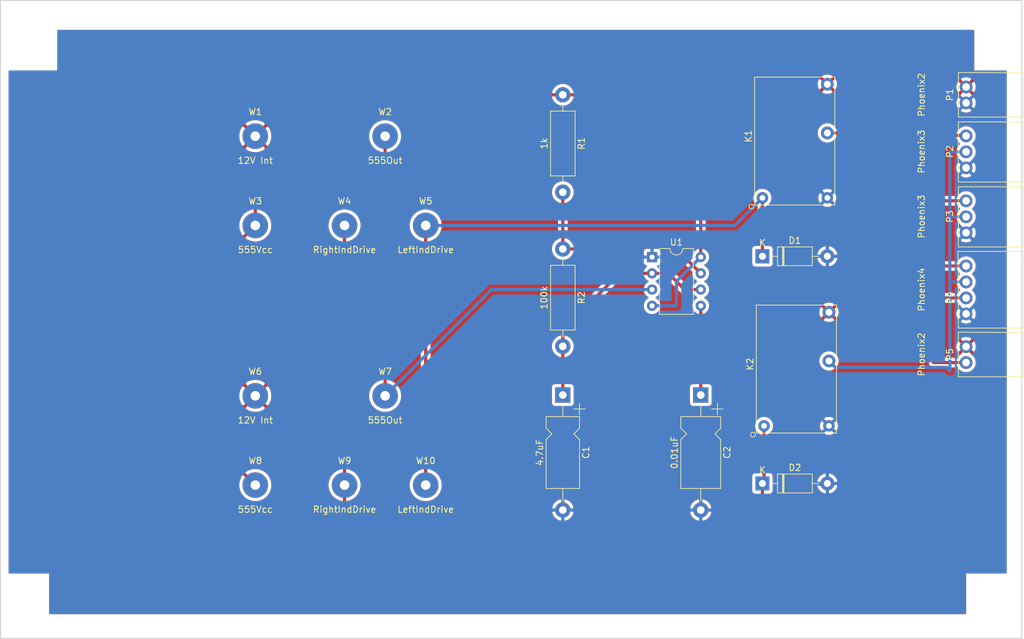
<source format=kicad_pcb>
(kicad_pcb (version 20171130) (host pcbnew "(5.1.4)-1")

  (general
    (thickness 1.6)
    (drawings 8)
    (tracks 71)
    (zones 0)
    (modules 28)
    (nets 17)
  )

  (page A4)
  (layers
    (0 F.Cu signal)
    (31 B.Cu signal)
    (32 B.Adhes user)
    (33 F.Adhes user)
    (34 B.Paste user)
    (35 F.Paste user)
    (36 B.SilkS user)
    (37 F.SilkS user)
    (38 B.Mask user)
    (39 F.Mask user)
    (40 Dwgs.User user)
    (41 Cmts.User user)
    (42 Eco1.User user)
    (43 Eco2.User user)
    (44 Edge.Cuts user)
    (45 Margin user)
    (46 B.CrtYd user)
    (47 F.CrtYd user)
    (48 B.Fab user)
    (49 F.Fab user)
  )

  (setup
    (last_trace_width 0.5)
    (trace_clearance 0.2)
    (zone_clearance 0.508)
    (zone_45_only no)
    (trace_min 0.2)
    (via_size 0.8)
    (via_drill 0.4)
    (via_min_size 0.4)
    (via_min_drill 0.3)
    (uvia_size 0.3)
    (uvia_drill 0.1)
    (uvias_allowed no)
    (uvia_min_size 0.2)
    (uvia_min_drill 0.1)
    (edge_width 0.15)
    (segment_width 0.2)
    (pcb_text_width 0.3)
    (pcb_text_size 1.5 1.5)
    (mod_edge_width 0.15)
    (mod_text_size 1 1)
    (mod_text_width 0.15)
    (pad_size 1.524 1.524)
    (pad_drill 0.762)
    (pad_to_mask_clearance 0.2)
    (aux_axis_origin 0 0)
    (grid_origin 55.08 144.93)
    (visible_elements 7FFFFFFF)
    (pcbplotparams
      (layerselection 0x010fc_ffffffff)
      (usegerberextensions false)
      (usegerberattributes false)
      (usegerberadvancedattributes false)
      (creategerberjobfile false)
      (excludeedgelayer true)
      (linewidth 0.100000)
      (plotframeref false)
      (viasonmask false)
      (mode 1)
      (useauxorigin false)
      (hpglpennumber 1)
      (hpglpenspeed 20)
      (hpglpendiameter 15.000000)
      (psnegative false)
      (psa4output false)
      (plotreference true)
      (plotvalue true)
      (plotinvisibletext false)
      (padsonsilk false)
      (subtractmaskfromsilk false)
      (outputformat 1)
      (mirror false)
      (drillshape 0)
      (scaleselection 1)
      (outputdirectory "LightsGerber/"))
  )

  (net 0 "")
  (net 1 "Net-(MK1-Pad1)")
  (net 2 "Net-(MK2-Pad1)")
  (net 3 "Net-(MK3-Pad1)")
  (net 4 "Net-(MK4-Pad1)")
  (net 5 "Net-(C1-Pad1)")
  (net 6 GND)
  (net 7 "Net-(C2-Pad1)")
  (net 8 LeftDrive)
  (net 9 RightDrive)
  (net 10 +12V)
  (net 11 "Net-(K1-Pad3)")
  (net 12 "Net-(K2-Pad3)")
  (net 13 "Net-(P4-Pad3)")
  (net 14 "Net-(R1-Pad2)")
  (net 15 Vcc)
  (net 16 Vout)

  (net_class Default "This is the default net class."
    (clearance 0.2)
    (trace_width 0.5)
    (via_dia 0.8)
    (via_drill 0.4)
    (uvia_dia 0.3)
    (uvia_drill 0.1)
    (add_net +12V)
    (add_net GND)
    (add_net LeftDrive)
    (add_net "Net-(C1-Pad1)")
    (add_net "Net-(C2-Pad1)")
    (add_net "Net-(K1-Pad3)")
    (add_net "Net-(K2-Pad3)")
    (add_net "Net-(MK1-Pad1)")
    (add_net "Net-(MK2-Pad1)")
    (add_net "Net-(MK3-Pad1)")
    (add_net "Net-(MK4-Pad1)")
    (add_net "Net-(P4-Pad3)")
    (add_net "Net-(R1-Pad2)")
    (add_net RightDrive)
    (add_net Vcc)
    (add_net Vout)
  )

  (module Mounting_Holes:MountingHole_2.7mm (layer F.Cu) (tedit 5A6CF9C5) (tstamp 597559B3)
    (at 58.6 139.45)
    (descr "Mounting Hole 2.7mm, no annular")
    (tags "mounting hole 2.7mm no annular")
    (path /5A6CFFFA)
    (fp_text reference MK3 (at 0 -3.7) (layer F.SilkS) hide
      (effects (font (size 1 1) (thickness 0.15)))
    )
    (fp_text value Mounting_Hole_PAD (at 0 3.7) (layer F.Fab) hide
      (effects (font (size 1 1) (thickness 0.15)))
    )
    (fp_circle (center 0 0) (end 2.7 0) (layer Cmts.User) (width 0.15))
    (fp_circle (center 0 0) (end 2.95 0) (layer F.CrtYd) (width 0.05))
    (pad 1 np_thru_hole circle (at 0 0) (size 2.7 2.7) (drill 2.7) (layers *.Cu *.Mask)
      (net 3 "Net-(MK3-Pad1)"))
  )

  (module Mounting_Holes:MountingHole_2.7mm (layer F.Cu) (tedit 5A6CF9B3) (tstamp 59755B13)
    (at 58.6 50.55)
    (descr "Mounting Hole 2.7mm, no annular")
    (tags "mounting hole 2.7mm no annular")
    (path /5A6CFED2)
    (fp_text reference MK1 (at 0 -3.7) (layer F.SilkS) hide
      (effects (font (size 1 1) (thickness 0.15)))
    )
    (fp_text value Mounting_Hole_PAD (at 0 3.7) (layer F.Fab) hide
      (effects (font (size 1 1) (thickness 0.15)))
    )
    (fp_circle (center 0 0) (end 2.7 0) (layer Cmts.User) (width 0.15))
    (fp_circle (center 0 0) (end 2.95 0) (layer F.CrtYd) (width 0.05))
    (pad 1 np_thru_hole circle (at 0 0) (size 2.7 2.7) (drill 2.7) (layers *.Cu *.Mask)
      (net 1 "Net-(MK1-Pad1)"))
  )

  (module Mounting_Holes:MountingHole_2.7mm (layer F.Cu) (tedit 5A6CF9D1) (tstamp 59755F5D)
    (at 212.24 139.45)
    (descr "Mounting Hole 2.7mm, no annular")
    (tags "mounting hole 2.7mm no annular")
    (path /5A6D003F)
    (fp_text reference MK4 (at 0 -3.7) (layer F.SilkS) hide
      (effects (font (size 1 1) (thickness 0.15)))
    )
    (fp_text value Mounting_Hole_PAD (at 0 3.7) (layer F.Fab) hide
      (effects (font (size 1 1) (thickness 0.15)))
    )
    (fp_circle (center 0 0) (end 2.7 0) (layer Cmts.User) (width 0.15))
    (fp_circle (center 0 0) (end 2.95 0) (layer F.CrtYd) (width 0.05))
    (pad 1 np_thru_hole circle (at 0 0) (size 2.7 2.7) (drill 2.7) (layers *.Cu *.Mask)
      (net 4 "Net-(MK4-Pad1)"))
  )

  (module Mounting_Holes:MountingHole_2.7mm (layer F.Cu) (tedit 5A6CF9BC) (tstamp 59755F56)
    (at 212.24 50.55)
    (descr "Mounting Hole 2.7mm, no annular")
    (tags "mounting hole 2.7mm no annular")
    (path /5A6CFF98)
    (fp_text reference MK2 (at 0 -3.7) (layer F.SilkS) hide
      (effects (font (size 1 1) (thickness 0.15)))
    )
    (fp_text value Mounting_Hole_PAD (at 0 3.7) (layer F.Fab) hide
      (effects (font (size 1 1) (thickness 0.15)))
    )
    (fp_circle (center 0 0) (end 2.7 0) (layer Cmts.User) (width 0.15))
    (fp_circle (center 0 0) (end 2.95 0) (layer F.CrtYd) (width 0.05))
    (pad 1 np_thru_hole circle (at 0 0) (size 2.7 2.7) (drill 2.7) (layers *.Cu *.Mask)
      (net 2 "Net-(MK2-Pad1)"))
  )

  (module Capacitor_THT:CP_Axial_L11.0mm_D5.0mm_P18.00mm_Horizontal (layer F.Cu) (tedit 5AE50EF2) (tstamp 5D758E1E)
    (at 143.091 106.83 270)
    (descr "CP, Axial series, Axial, Horizontal, pin pitch=18mm, , length*diameter=11*5mm^2, Electrolytic Capacitor")
    (tags "CP Axial series Axial Horizontal pin pitch 18mm  length 11mm diameter 5mm Electrolytic Capacitor")
    (path /5D713F99)
    (fp_text reference C1 (at 9 -3.62 90) (layer F.SilkS)
      (effects (font (size 1 1) (thickness 0.15)))
    )
    (fp_text value 4.7uF (at 9 3.62 90) (layer F.SilkS)
      (effects (font (size 1 1) (thickness 0.15)))
    )
    (fp_line (start 3.5 -2.5) (end 3.5 2.5) (layer F.Fab) (width 0.1))
    (fp_line (start 14.5 -2.5) (end 14.5 2.5) (layer F.Fab) (width 0.1))
    (fp_line (start 3.5 -2.5) (end 5.18 -2.5) (layer F.Fab) (width 0.1))
    (fp_line (start 5.18 -2.5) (end 6.08 -1.6) (layer F.Fab) (width 0.1))
    (fp_line (start 6.08 -1.6) (end 6.98 -2.5) (layer F.Fab) (width 0.1))
    (fp_line (start 6.98 -2.5) (end 14.5 -2.5) (layer F.Fab) (width 0.1))
    (fp_line (start 3.5 2.5) (end 5.18 2.5) (layer F.Fab) (width 0.1))
    (fp_line (start 5.18 2.5) (end 6.08 1.6) (layer F.Fab) (width 0.1))
    (fp_line (start 6.08 1.6) (end 6.98 2.5) (layer F.Fab) (width 0.1))
    (fp_line (start 6.98 2.5) (end 14.5 2.5) (layer F.Fab) (width 0.1))
    (fp_line (start 0 0) (end 3.5 0) (layer F.Fab) (width 0.1))
    (fp_line (start 18 0) (end 14.5 0) (layer F.Fab) (width 0.1))
    (fp_line (start 5.2 0) (end 7 0) (layer F.Fab) (width 0.1))
    (fp_line (start 6.1 -0.9) (end 6.1 0.9) (layer F.Fab) (width 0.1))
    (fp_line (start 1.28 -2.6) (end 3.08 -2.6) (layer F.SilkS) (width 0.12))
    (fp_line (start 2.18 -3.5) (end 2.18 -1.7) (layer F.SilkS) (width 0.12))
    (fp_line (start 3.38 -2.62) (end 3.38 2.62) (layer F.SilkS) (width 0.12))
    (fp_line (start 14.62 -2.62) (end 14.62 2.62) (layer F.SilkS) (width 0.12))
    (fp_line (start 3.38 -2.62) (end 5.18 -2.62) (layer F.SilkS) (width 0.12))
    (fp_line (start 5.18 -2.62) (end 6.08 -1.72) (layer F.SilkS) (width 0.12))
    (fp_line (start 6.08 -1.72) (end 6.98 -2.62) (layer F.SilkS) (width 0.12))
    (fp_line (start 6.98 -2.62) (end 14.62 -2.62) (layer F.SilkS) (width 0.12))
    (fp_line (start 3.38 2.62) (end 5.18 2.62) (layer F.SilkS) (width 0.12))
    (fp_line (start 5.18 2.62) (end 6.08 1.72) (layer F.SilkS) (width 0.12))
    (fp_line (start 6.08 1.72) (end 6.98 2.62) (layer F.SilkS) (width 0.12))
    (fp_line (start 6.98 2.62) (end 14.62 2.62) (layer F.SilkS) (width 0.12))
    (fp_line (start 1.44 0) (end 3.38 0) (layer F.SilkS) (width 0.12))
    (fp_line (start 16.56 0) (end 14.62 0) (layer F.SilkS) (width 0.12))
    (fp_line (start -1.45 -2.75) (end -1.45 2.75) (layer F.CrtYd) (width 0.05))
    (fp_line (start -1.45 2.75) (end 19.45 2.75) (layer F.CrtYd) (width 0.05))
    (fp_line (start 19.45 2.75) (end 19.45 -2.75) (layer F.CrtYd) (width 0.05))
    (fp_line (start 19.45 -2.75) (end -1.45 -2.75) (layer F.CrtYd) (width 0.05))
    (fp_text user %R (at 9 0 90) (layer F.Fab)
      (effects (font (size 1 1) (thickness 0.15)))
    )
    (pad 1 thru_hole rect (at 0 0 270) (size 2.4 2.4) (drill 1.2) (layers *.Cu *.Mask)
      (net 5 "Net-(C1-Pad1)"))
    (pad 2 thru_hole oval (at 18 0 270) (size 2.4 2.4) (drill 1.2) (layers *.Cu *.Mask)
      (net 6 GND))
    (model ${KISYS3DMOD}/Capacitor_THT.3dshapes/CP_Axial_L11.0mm_D5.0mm_P18.00mm_Horizontal.wrl
      (at (xyz 0 0 0))
      (scale (xyz 1 1 1))
      (rotate (xyz 0 0 0))
    )
  )

  (module Capacitor_THT:CP_Axial_L11.0mm_D6.0mm_P18.00mm_Horizontal (layer F.Cu) (tedit 5AE50EF2) (tstamp 5D758E45)
    (at 164.681 106.83 270)
    (descr "CP, Axial series, Axial, Horizontal, pin pitch=18mm, , length*diameter=11*6mm^2, Electrolytic Capacitor")
    (tags "CP Axial series Axial Horizontal pin pitch 18mm  length 11mm diameter 6mm Electrolytic Capacitor")
    (path /5D714FC2)
    (fp_text reference C2 (at 9 -4.12 90) (layer F.SilkS)
      (effects (font (size 1 1) (thickness 0.15)))
    )
    (fp_text value 0.01uF (at 9 4.12 90) (layer F.SilkS)
      (effects (font (size 1 1) (thickness 0.15)))
    )
    (fp_line (start 3.5 -3) (end 3.5 3) (layer F.Fab) (width 0.1))
    (fp_line (start 14.5 -3) (end 14.5 3) (layer F.Fab) (width 0.1))
    (fp_line (start 3.5 -3) (end 5.18 -3) (layer F.Fab) (width 0.1))
    (fp_line (start 5.18 -3) (end 6.08 -2.1) (layer F.Fab) (width 0.1))
    (fp_line (start 6.08 -2.1) (end 6.98 -3) (layer F.Fab) (width 0.1))
    (fp_line (start 6.98 -3) (end 14.5 -3) (layer F.Fab) (width 0.1))
    (fp_line (start 3.5 3) (end 5.18 3) (layer F.Fab) (width 0.1))
    (fp_line (start 5.18 3) (end 6.08 2.1) (layer F.Fab) (width 0.1))
    (fp_line (start 6.08 2.1) (end 6.98 3) (layer F.Fab) (width 0.1))
    (fp_line (start 6.98 3) (end 14.5 3) (layer F.Fab) (width 0.1))
    (fp_line (start 0 0) (end 3.5 0) (layer F.Fab) (width 0.1))
    (fp_line (start 18 0) (end 14.5 0) (layer F.Fab) (width 0.1))
    (fp_line (start 5.2 0) (end 7 0) (layer F.Fab) (width 0.1))
    (fp_line (start 6.1 -0.9) (end 6.1 0.9) (layer F.Fab) (width 0.1))
    (fp_line (start 1.28 -2.6) (end 3.08 -2.6) (layer F.SilkS) (width 0.12))
    (fp_line (start 2.18 -3.5) (end 2.18 -1.7) (layer F.SilkS) (width 0.12))
    (fp_line (start 3.38 -3.12) (end 3.38 3.12) (layer F.SilkS) (width 0.12))
    (fp_line (start 14.62 -3.12) (end 14.62 3.12) (layer F.SilkS) (width 0.12))
    (fp_line (start 3.38 -3.12) (end 5.18 -3.12) (layer F.SilkS) (width 0.12))
    (fp_line (start 5.18 -3.12) (end 6.08 -2.22) (layer F.SilkS) (width 0.12))
    (fp_line (start 6.08 -2.22) (end 6.98 -3.12) (layer F.SilkS) (width 0.12))
    (fp_line (start 6.98 -3.12) (end 14.62 -3.12) (layer F.SilkS) (width 0.12))
    (fp_line (start 3.38 3.12) (end 5.18 3.12) (layer F.SilkS) (width 0.12))
    (fp_line (start 5.18 3.12) (end 6.08 2.22) (layer F.SilkS) (width 0.12))
    (fp_line (start 6.08 2.22) (end 6.98 3.12) (layer F.SilkS) (width 0.12))
    (fp_line (start 6.98 3.12) (end 14.62 3.12) (layer F.SilkS) (width 0.12))
    (fp_line (start 1.44 0) (end 3.38 0) (layer F.SilkS) (width 0.12))
    (fp_line (start 16.56 0) (end 14.62 0) (layer F.SilkS) (width 0.12))
    (fp_line (start -1.45 -3.25) (end -1.45 3.25) (layer F.CrtYd) (width 0.05))
    (fp_line (start -1.45 3.25) (end 19.45 3.25) (layer F.CrtYd) (width 0.05))
    (fp_line (start 19.45 3.25) (end 19.45 -3.25) (layer F.CrtYd) (width 0.05))
    (fp_line (start 19.45 -3.25) (end -1.45 -3.25) (layer F.CrtYd) (width 0.05))
    (fp_text user %R (at 9 0 90) (layer F.Fab)
      (effects (font (size 1 1) (thickness 0.15)))
    )
    (pad 1 thru_hole rect (at 0 0 270) (size 2.4 2.4) (drill 1.2) (layers *.Cu *.Mask)
      (net 7 "Net-(C2-Pad1)"))
    (pad 2 thru_hole oval (at 18 0 270) (size 2.4 2.4) (drill 1.2) (layers *.Cu *.Mask)
      (net 6 GND))
    (model ${KISYS3DMOD}/Capacitor_THT.3dshapes/CP_Axial_L11.0mm_D6.0mm_P18.00mm_Horizontal.wrl
      (at (xyz 0 0 0))
      (scale (xyz 1 1 1))
      (rotate (xyz 0 0 0))
    )
  )

  (module Diode_THT:D_DO-41_SOD81_P10.16mm_Horizontal (layer F.Cu) (tedit 5AE50CD5) (tstamp 5D759A28)
    (at 174.333 85.113)
    (descr "Diode, DO-41_SOD81 series, Axial, Horizontal, pin pitch=10.16mm, , length*diameter=5.2*2.7mm^2, , http://www.diodes.com/_files/packages/DO-41%20(Plastic).pdf")
    (tags "Diode DO-41_SOD81 series Axial Horizontal pin pitch 10.16mm  length 5.2mm diameter 2.7mm")
    (path /5D780C0B)
    (fp_text reference D1 (at 5.08 -2.47) (layer F.SilkS)
      (effects (font (size 1 1) (thickness 0.15)))
    )
    (fp_text value 1N4001 (at 5.08 2.47) (layer F.Fab)
      (effects (font (size 1 1) (thickness 0.15)))
    )
    (fp_text user K (at 0 -2.1) (layer F.SilkS)
      (effects (font (size 1 1) (thickness 0.15)))
    )
    (fp_text user K (at 0 -2.1) (layer F.Fab)
      (effects (font (size 1 1) (thickness 0.15)))
    )
    (fp_text user %R (at 5.47 0) (layer F.Fab)
      (effects (font (size 1 1) (thickness 0.15)))
    )
    (fp_line (start 11.51 -1.6) (end -1.35 -1.6) (layer F.CrtYd) (width 0.05))
    (fp_line (start 11.51 1.6) (end 11.51 -1.6) (layer F.CrtYd) (width 0.05))
    (fp_line (start -1.35 1.6) (end 11.51 1.6) (layer F.CrtYd) (width 0.05))
    (fp_line (start -1.35 -1.6) (end -1.35 1.6) (layer F.CrtYd) (width 0.05))
    (fp_line (start 3.14 -1.47) (end 3.14 1.47) (layer F.SilkS) (width 0.12))
    (fp_line (start 3.38 -1.47) (end 3.38 1.47) (layer F.SilkS) (width 0.12))
    (fp_line (start 3.26 -1.47) (end 3.26 1.47) (layer F.SilkS) (width 0.12))
    (fp_line (start 8.82 0) (end 7.8 0) (layer F.SilkS) (width 0.12))
    (fp_line (start 1.34 0) (end 2.36 0) (layer F.SilkS) (width 0.12))
    (fp_line (start 7.8 -1.47) (end 2.36 -1.47) (layer F.SilkS) (width 0.12))
    (fp_line (start 7.8 1.47) (end 7.8 -1.47) (layer F.SilkS) (width 0.12))
    (fp_line (start 2.36 1.47) (end 7.8 1.47) (layer F.SilkS) (width 0.12))
    (fp_line (start 2.36 -1.47) (end 2.36 1.47) (layer F.SilkS) (width 0.12))
    (fp_line (start 3.16 -1.35) (end 3.16 1.35) (layer F.Fab) (width 0.1))
    (fp_line (start 3.36 -1.35) (end 3.36 1.35) (layer F.Fab) (width 0.1))
    (fp_line (start 3.26 -1.35) (end 3.26 1.35) (layer F.Fab) (width 0.1))
    (fp_line (start 10.16 0) (end 7.68 0) (layer F.Fab) (width 0.1))
    (fp_line (start 0 0) (end 2.48 0) (layer F.Fab) (width 0.1))
    (fp_line (start 7.68 -1.35) (end 2.48 -1.35) (layer F.Fab) (width 0.1))
    (fp_line (start 7.68 1.35) (end 7.68 -1.35) (layer F.Fab) (width 0.1))
    (fp_line (start 2.48 1.35) (end 7.68 1.35) (layer F.Fab) (width 0.1))
    (fp_line (start 2.48 -1.35) (end 2.48 1.35) (layer F.Fab) (width 0.1))
    (pad 2 thru_hole oval (at 10.16 0) (size 2.2 2.2) (drill 1.1) (layers *.Cu *.Mask)
      (net 6 GND))
    (pad 1 thru_hole rect (at 0 0) (size 2.2 2.2) (drill 1.1) (layers *.Cu *.Mask)
      (net 8 LeftDrive))
    (model ${KISYS3DMOD}/Diode_THT.3dshapes/D_DO-41_SOD81_P10.16mm_Horizontal.wrl
      (at (xyz 0 0 0))
      (scale (xyz 1 1 1))
      (rotate (xyz 0 0 0))
    )
  )

  (module Diode_THT:D_DO-41_SOD81_P10.16mm_Horizontal (layer F.Cu) (tedit 5AE50CD5) (tstamp 5D759BF7)
    (at 174.333 120.673)
    (descr "Diode, DO-41_SOD81 series, Axial, Horizontal, pin pitch=10.16mm, , length*diameter=5.2*2.7mm^2, , http://www.diodes.com/_files/packages/DO-41%20(Plastic).pdf")
    (tags "Diode DO-41_SOD81 series Axial Horizontal pin pitch 10.16mm  length 5.2mm diameter 2.7mm")
    (path /5D7825CC)
    (fp_text reference D2 (at 5.08 -2.47) (layer F.SilkS)
      (effects (font (size 1 1) (thickness 0.15)))
    )
    (fp_text value 1N4001 (at 5.08 2.47) (layer F.Fab)
      (effects (font (size 1 1) (thickness 0.15)))
    )
    (fp_line (start 2.48 -1.35) (end 2.48 1.35) (layer F.Fab) (width 0.1))
    (fp_line (start 2.48 1.35) (end 7.68 1.35) (layer F.Fab) (width 0.1))
    (fp_line (start 7.68 1.35) (end 7.68 -1.35) (layer F.Fab) (width 0.1))
    (fp_line (start 7.68 -1.35) (end 2.48 -1.35) (layer F.Fab) (width 0.1))
    (fp_line (start 0 0) (end 2.48 0) (layer F.Fab) (width 0.1))
    (fp_line (start 10.16 0) (end 7.68 0) (layer F.Fab) (width 0.1))
    (fp_line (start 3.26 -1.35) (end 3.26 1.35) (layer F.Fab) (width 0.1))
    (fp_line (start 3.36 -1.35) (end 3.36 1.35) (layer F.Fab) (width 0.1))
    (fp_line (start 3.16 -1.35) (end 3.16 1.35) (layer F.Fab) (width 0.1))
    (fp_line (start 2.36 -1.47) (end 2.36 1.47) (layer F.SilkS) (width 0.12))
    (fp_line (start 2.36 1.47) (end 7.8 1.47) (layer F.SilkS) (width 0.12))
    (fp_line (start 7.8 1.47) (end 7.8 -1.47) (layer F.SilkS) (width 0.12))
    (fp_line (start 7.8 -1.47) (end 2.36 -1.47) (layer F.SilkS) (width 0.12))
    (fp_line (start 1.34 0) (end 2.36 0) (layer F.SilkS) (width 0.12))
    (fp_line (start 8.82 0) (end 7.8 0) (layer F.SilkS) (width 0.12))
    (fp_line (start 3.26 -1.47) (end 3.26 1.47) (layer F.SilkS) (width 0.12))
    (fp_line (start 3.38 -1.47) (end 3.38 1.47) (layer F.SilkS) (width 0.12))
    (fp_line (start 3.14 -1.47) (end 3.14 1.47) (layer F.SilkS) (width 0.12))
    (fp_line (start -1.35 -1.6) (end -1.35 1.6) (layer F.CrtYd) (width 0.05))
    (fp_line (start -1.35 1.6) (end 11.51 1.6) (layer F.CrtYd) (width 0.05))
    (fp_line (start 11.51 1.6) (end 11.51 -1.6) (layer F.CrtYd) (width 0.05))
    (fp_line (start 11.51 -1.6) (end -1.35 -1.6) (layer F.CrtYd) (width 0.05))
    (fp_text user %R (at 5.47 0) (layer F.Fab)
      (effects (font (size 1 1) (thickness 0.15)))
    )
    (fp_text user K (at 0 -2.1) (layer F.Fab)
      (effects (font (size 1 1) (thickness 0.15)))
    )
    (fp_text user K (at 0 -2.1) (layer F.SilkS)
      (effects (font (size 1 1) (thickness 0.15)))
    )
    (pad 1 thru_hole rect (at 0 0) (size 2.2 2.2) (drill 1.1) (layers *.Cu *.Mask)
      (net 9 RightDrive))
    (pad 2 thru_hole oval (at 10.16 0) (size 2.2 2.2) (drill 1.1) (layers *.Cu *.Mask)
      (net 6 GND))
    (model ${KISYS3DMOD}/Diode_THT.3dshapes/D_DO-41_SOD81_P10.16mm_Horizontal.wrl
      (at (xyz 0 0 0))
      (scale (xyz 1 1 1))
      (rotate (xyz 0 0 0))
    )
  )

  (module PhoenixSmol:PhoenixSmol2 (layer F.Cu) (tedit 5D751783) (tstamp 5D758EB3)
    (at 206.21 61.11 90)
    (descr "Terminal Block Phoenix MKDS-1,5-2, 2 pins, pitch 5mm, size 10x9.8mm^2, drill diamater 1.3mm, pad diameter 2.6mm, see http://www.farnell.com/datasheets/100425.pdf, script-generated using https://github.com/pointhi/kicad-footprint-generator/scripts/TerminalBlock_Phoenix")
    (tags "THT Terminal Block Phoenix MKDS-1,5-2 pitch 5mm size 10x9.8mm^2 drill 1.3mm pad 2.6mm")
    (path /5D755C1F)
    (fp_text reference P1 (at 1.27 -2.54 90) (layer F.SilkS)
      (effects (font (size 1 1) (thickness 0.15)))
    )
    (fp_text value Phoenix2 (at 1.27 -6.985 90) (layer F.SilkS)
      (effects (font (size 1 1) (thickness 0.15)))
    )
    (fp_line (start -2.2 -1.2) (end 4.7 -1.2) (layer F.Fab) (width 0.12))
    (fp_line (start -2.2 8.9) (end 4.7 8.9) (layer F.Fab) (width 0.12))
    (fp_line (start 4.7 -1.2) (end 4.7 8.9) (layer F.Fab) (width 0.12))
    (fp_line (start -2.2 -1.2) (end -2.2 8.9) (layer F.Fab) (width 0.12))
    (fp_line (start -2.2225 -1.2065) (end 4.7625 -1.2065) (layer F.SilkS) (width 0.12))
    (fp_line (start 4.7625 -1.2065) (end 4.699 8.9535) (layer F.SilkS) (width 0.12))
    (fp_line (start 4.699 8.9535) (end -2.2225 8.9535) (layer F.SilkS) (width 0.12))
    (fp_line (start -2.2225 8.9535) (end -2.2225 -1.2065) (layer F.SilkS) (width 0.12))
    (pad 2 thru_hole circle (at 0 0 90) (size 2 2) (drill 1.2) (layers *.Cu *.Mask)
      (net 6 GND))
    (pad 1 thru_hole circle (at 2.5 0 90) (size 2 2) (drill 1.2) (layers *.Cu *.Mask)
      (net 10 +12V))
    (model ${KISYS3DMOD}/TerminalBlock_Phoenix.3dshapes/TerminalBlock_Phoenix_MKDS-1,5-2_1x02_P5.00mm_Horizontal.wrl
      (at (xyz 0 0 0))
      (scale (xyz 1 1 1))
      (rotate (xyz 0 0 0))
    )
  )

  (module PhoenixSmol:PhoenixSmol3 (layer F.Cu) (tedit 5D75184E) (tstamp 5D758EC4)
    (at 206.21 71.27 90)
    (descr "Terminal Block Phoenix MKDS-1,5-2, 2 pins, pitch 5mm, size 10x9.8mm^2, drill diamater 1.3mm, pad diameter 2.6mm, see http://www.farnell.com/datasheets/100425.pdf, script-generated using https://github.com/pointhi/kicad-footprint-generator/scripts/TerminalBlock_Phoenix")
    (tags "THT Terminal Block Phoenix MKDS-1,5-2 pitch 5mm size 10x9.8mm^2 drill 1.3mm pad 2.6mm")
    (path /5D756BC0)
    (fp_text reference P2 (at 2.54 -2.54 90) (layer F.SilkS)
      (effects (font (size 1 1) (thickness 0.15)))
    )
    (fp_text value Phoenix3 (at 2.54 -6.985 90) (layer F.SilkS)
      (effects (font (size 1 1) (thickness 0.15)))
    )
    (fp_line (start -2.2 -1.2) (end 7.2 -1.2) (layer F.Fab) (width 0.12))
    (fp_line (start -2.2 8.9) (end 7.2 8.9) (layer F.Fab) (width 0.12))
    (fp_line (start 7.2 -1.2) (end 7.2 8.9) (layer F.Fab) (width 0.12))
    (fp_line (start -2.2 -1.2) (end -2.2 8.9) (layer F.Fab) (width 0.12))
    (fp_line (start -2.2225 -1.2065) (end 4.7625 -1.2065) (layer F.SilkS) (width 0.12))
    (fp_line (start 7.2 -1.2065) (end 7.2 8.9535) (layer F.SilkS) (width 0.12))
    (fp_line (start 4.699 8.9535) (end -2.2225 8.9535) (layer F.SilkS) (width 0.12))
    (fp_line (start -2.2225 8.9535) (end -2.2225 -1.2065) (layer F.SilkS) (width 0.12))
    (fp_line (start 7.2 -1.2065) (end 4.7625 -1.2065) (layer F.SilkS) (width 0.12))
    (fp_line (start 7.2 8.9535) (end 4.699 8.9535) (layer F.SilkS) (width 0.12))
    (pad 3 thru_hole circle (at 0 0 90) (size 2 2) (drill 1.2) (layers *.Cu *.Mask)
      (net 6 GND))
    (pad 2 thru_hole circle (at 2.5 0 90) (size 2 2) (drill 1.2) (layers *.Cu *.Mask)
      (net 12 "Net-(K2-Pad3)"))
    (pad 1 thru_hole circle (at 5 0 90) (size 2 2) (drill 1.2) (layers *.Cu *.Mask)
      (net 11 "Net-(K1-Pad3)"))
    (model ${KISYS3DMOD}/TerminalBlock_Phoenix.3dshapes/TerminalBlock_Phoenix_MKDS-1,5-2_1x02_P5.00mm_Horizontal.wrl
      (at (xyz 0 0 0))
      (scale (xyz 1 1 1))
      (rotate (xyz 0 0 0))
    )
  )

  (module PhoenixSmol:PhoenixSmol3 (layer F.Cu) (tedit 5D75184E) (tstamp 5D758ED5)
    (at 206.21 81.43 90)
    (descr "Terminal Block Phoenix MKDS-1,5-2, 2 pins, pitch 5mm, size 10x9.8mm^2, drill diamater 1.3mm, pad diameter 2.6mm, see http://www.farnell.com/datasheets/100425.pdf, script-generated using https://github.com/pointhi/kicad-footprint-generator/scripts/TerminalBlock_Phoenix")
    (tags "THT Terminal Block Phoenix MKDS-1,5-2 pitch 5mm size 10x9.8mm^2 drill 1.3mm pad 2.6mm")
    (path /5D756E99)
    (fp_text reference P3 (at 2.54 -2.54 90) (layer F.SilkS)
      (effects (font (size 1 1) (thickness 0.15)))
    )
    (fp_text value Phoenix3 (at 2.54 -6.985 90) (layer F.SilkS)
      (effects (font (size 1 1) (thickness 0.15)))
    )
    (fp_line (start 7.2 8.9535) (end 4.699 8.9535) (layer F.SilkS) (width 0.12))
    (fp_line (start 7.2 -1.2065) (end 4.7625 -1.2065) (layer F.SilkS) (width 0.12))
    (fp_line (start -2.2225 8.9535) (end -2.2225 -1.2065) (layer F.SilkS) (width 0.12))
    (fp_line (start 4.699 8.9535) (end -2.2225 8.9535) (layer F.SilkS) (width 0.12))
    (fp_line (start 7.2 -1.2065) (end 7.2 8.9535) (layer F.SilkS) (width 0.12))
    (fp_line (start -2.2225 -1.2065) (end 4.7625 -1.2065) (layer F.SilkS) (width 0.12))
    (fp_line (start -2.2 -1.2) (end -2.2 8.9) (layer F.Fab) (width 0.12))
    (fp_line (start 7.2 -1.2) (end 7.2 8.9) (layer F.Fab) (width 0.12))
    (fp_line (start -2.2 8.9) (end 7.2 8.9) (layer F.Fab) (width 0.12))
    (fp_line (start -2.2 -1.2) (end 7.2 -1.2) (layer F.Fab) (width 0.12))
    (pad 1 thru_hole circle (at 5 0 90) (size 2 2) (drill 1.2) (layers *.Cu *.Mask)
      (net 11 "Net-(K1-Pad3)"))
    (pad 2 thru_hole circle (at 2.5 0 90) (size 2 2) (drill 1.2) (layers *.Cu *.Mask)
      (net 12 "Net-(K2-Pad3)"))
    (pad 3 thru_hole circle (at 0 0 90) (size 2 2) (drill 1.2) (layers *.Cu *.Mask)
      (net 6 GND))
    (model ${KISYS3DMOD}/TerminalBlock_Phoenix.3dshapes/TerminalBlock_Phoenix_MKDS-1,5-2_1x02_P5.00mm_Horizontal.wrl
      (at (xyz 0 0 0))
      (scale (xyz 1 1 1))
      (rotate (xyz 0 0 0))
    )
  )

  (module PhoenixSmol:PhoenixSmol4 (layer F.Cu) (tedit 5D7518D5) (tstamp 5D758EE9)
    (at 206.21 94.13 90)
    (descr "Terminal Block Phoenix MKDS-1,5-2, 2 pins, pitch 5mm, size 10x9.8mm^2, drill diamater 1.3mm, pad diameter 2.6mm, see http://www.farnell.com/datasheets/100425.pdf, script-generated using https://github.com/pointhi/kicad-footprint-generator/scripts/TerminalBlock_Phoenix")
    (tags "THT Terminal Block Phoenix MKDS-1,5-2 pitch 5mm size 10x9.8mm^2 drill 1.3mm pad 2.6mm")
    (path /5D757371)
    (fp_text reference P4 (at 2.54 -2.54 90) (layer F.SilkS)
      (effects (font (size 1 1) (thickness 0.15)))
    )
    (fp_text value Phoenix4 (at 3.81 -6.985 90) (layer F.SilkS)
      (effects (font (size 1 1) (thickness 0.15)))
    )
    (fp_line (start -2.2 -1.2) (end 9.7 -1.2) (layer F.Fab) (width 0.12))
    (fp_line (start -2.2 8.9) (end 9.7 8.9) (layer F.Fab) (width 0.12))
    (fp_line (start 9.7 -1.2) (end 9.7 8.9) (layer F.Fab) (width 0.12))
    (fp_line (start -2.2 -1.2) (end -2.2 8.9) (layer F.Fab) (width 0.12))
    (fp_line (start -2.2225 -1.2065) (end 4.7625 -1.2065) (layer F.SilkS) (width 0.12))
    (fp_line (start 4.699 8.9535) (end -2.2225 8.9535) (layer F.SilkS) (width 0.12))
    (fp_line (start -2.2225 8.9535) (end -2.2225 -1.2065) (layer F.SilkS) (width 0.12))
    (fp_line (start 7.2 -1.2065) (end 4.7625 -1.2065) (layer F.SilkS) (width 0.12))
    (fp_line (start 7.2 8.9535) (end 4.699 8.9535) (layer F.SilkS) (width 0.12))
    (fp_line (start 7.2 -1.2065) (end 9.779 -1.27) (layer F.SilkS) (width 0.12))
    (fp_line (start 9.779 -1.27) (end 9.779 9.017) (layer F.SilkS) (width 0.12))
    (fp_line (start 9.779 9.017) (end 7.2 8.9535) (layer F.SilkS) (width 0.12))
    (pad 4 thru_hole circle (at 0 0 90) (size 2 2) (drill 1.2) (layers *.Cu *.Mask)
      (net 6 GND))
    (pad 3 thru_hole circle (at 2.5 0 90) (size 2 2) (drill 1.2) (layers *.Cu *.Mask)
      (net 13 "Net-(P4-Pad3)"))
    (pad 2 thru_hole circle (at 5 0 90) (size 2 2) (drill 1.2) (layers *.Cu *.Mask)
      (net 12 "Net-(K2-Pad3)"))
    (pad 1 thru_hole circle (at 7.5 0 90) (size 2 2) (drill 1.2) (layers *.Cu *.Mask)
      (net 11 "Net-(K1-Pad3)"))
    (model ${KISYS3DMOD}/TerminalBlock_Phoenix.3dshapes/TerminalBlock_Phoenix_MKDS-1,5-2_1x02_P5.00mm_Horizontal.wrl
      (at (xyz 0 0 0))
      (scale (xyz 1 1 1))
      (rotate (xyz 0 0 0))
    )
  )

  (module PhoenixSmol:PhoenixSmol2 (layer F.Cu) (tedit 5D751783) (tstamp 5D758EF7)
    (at 206.21 101.75 90)
    (descr "Terminal Block Phoenix MKDS-1,5-2, 2 pins, pitch 5mm, size 10x9.8mm^2, drill diamater 1.3mm, pad diameter 2.6mm, see http://www.farnell.com/datasheets/100425.pdf, script-generated using https://github.com/pointhi/kicad-footprint-generator/scripts/TerminalBlock_Phoenix")
    (tags "THT Terminal Block Phoenix MKDS-1,5-2 pitch 5mm size 10x9.8mm^2 drill 1.3mm pad 2.6mm")
    (path /5D7576F9)
    (fp_text reference P5 (at 1.27 -2.54 90) (layer F.SilkS)
      (effects (font (size 1 1) (thickness 0.15)))
    )
    (fp_text value Phoenix2 (at 1.27 -6.985 90) (layer F.SilkS)
      (effects (font (size 1 1) (thickness 0.15)))
    )
    (fp_line (start -2.2225 8.9535) (end -2.2225 -1.2065) (layer F.SilkS) (width 0.12))
    (fp_line (start 4.699 8.9535) (end -2.2225 8.9535) (layer F.SilkS) (width 0.12))
    (fp_line (start 4.7625 -1.2065) (end 4.699 8.9535) (layer F.SilkS) (width 0.12))
    (fp_line (start -2.2225 -1.2065) (end 4.7625 -1.2065) (layer F.SilkS) (width 0.12))
    (fp_line (start -2.2 -1.2) (end -2.2 8.9) (layer F.Fab) (width 0.12))
    (fp_line (start 4.7 -1.2) (end 4.7 8.9) (layer F.Fab) (width 0.12))
    (fp_line (start -2.2 8.9) (end 4.7 8.9) (layer F.Fab) (width 0.12))
    (fp_line (start -2.2 -1.2) (end 4.7 -1.2) (layer F.Fab) (width 0.12))
    (pad 1 thru_hole circle (at 2.5 0 90) (size 2 2) (drill 1.2) (layers *.Cu *.Mask)
      (net 10 +12V))
    (pad 2 thru_hole circle (at 0 0 90) (size 2 2) (drill 1.2) (layers *.Cu *.Mask)
      (net 13 "Net-(P4-Pad3)"))
    (model ${KISYS3DMOD}/TerminalBlock_Phoenix.3dshapes/TerminalBlock_Phoenix_MKDS-1,5-2_1x02_P5.00mm_Horizontal.wrl
      (at (xyz 0 0 0))
      (scale (xyz 1 1 1))
      (rotate (xyz 0 0 0))
    )
  )

  (module Resistor_THT:R_Axial_DIN0411_L9.9mm_D3.6mm_P15.24mm_Horizontal (layer F.Cu) (tedit 5AE5139B) (tstamp 5D759F3A)
    (at 143.091 59.84 270)
    (descr "Resistor, Axial_DIN0411 series, Axial, Horizontal, pin pitch=15.24mm, 1W, length*diameter=9.9*3.6mm^2")
    (tags "Resistor Axial_DIN0411 series Axial Horizontal pin pitch 15.24mm 1W length 9.9mm diameter 3.6mm")
    (path /5D712323)
    (fp_text reference R1 (at 7.62 -2.92 90) (layer F.SilkS)
      (effects (font (size 1 1) (thickness 0.15)))
    )
    (fp_text value 1k (at 7.62 2.92 90) (layer F.SilkS)
      (effects (font (size 1 1) (thickness 0.15)))
    )
    (fp_text user %R (at 7.62 0 90) (layer F.Fab)
      (effects (font (size 1 1) (thickness 0.15)))
    )
    (fp_line (start 16.69 -2.05) (end -1.45 -2.05) (layer F.CrtYd) (width 0.05))
    (fp_line (start 16.69 2.05) (end 16.69 -2.05) (layer F.CrtYd) (width 0.05))
    (fp_line (start -1.45 2.05) (end 16.69 2.05) (layer F.CrtYd) (width 0.05))
    (fp_line (start -1.45 -2.05) (end -1.45 2.05) (layer F.CrtYd) (width 0.05))
    (fp_line (start 13.8 0) (end 12.69 0) (layer F.SilkS) (width 0.12))
    (fp_line (start 1.44 0) (end 2.55 0) (layer F.SilkS) (width 0.12))
    (fp_line (start 12.69 -1.92) (end 2.55 -1.92) (layer F.SilkS) (width 0.12))
    (fp_line (start 12.69 1.92) (end 12.69 -1.92) (layer F.SilkS) (width 0.12))
    (fp_line (start 2.55 1.92) (end 12.69 1.92) (layer F.SilkS) (width 0.12))
    (fp_line (start 2.55 -1.92) (end 2.55 1.92) (layer F.SilkS) (width 0.12))
    (fp_line (start 15.24 0) (end 12.57 0) (layer F.Fab) (width 0.1))
    (fp_line (start 0 0) (end 2.67 0) (layer F.Fab) (width 0.1))
    (fp_line (start 12.57 -1.8) (end 2.67 -1.8) (layer F.Fab) (width 0.1))
    (fp_line (start 12.57 1.8) (end 12.57 -1.8) (layer F.Fab) (width 0.1))
    (fp_line (start 2.67 1.8) (end 12.57 1.8) (layer F.Fab) (width 0.1))
    (fp_line (start 2.67 -1.8) (end 2.67 1.8) (layer F.Fab) (width 0.1))
    (pad 2 thru_hole oval (at 15.24 0 270) (size 2.4 2.4) (drill 1.2) (layers *.Cu *.Mask)
      (net 14 "Net-(R1-Pad2)"))
    (pad 1 thru_hole circle (at 0 0 270) (size 2.4 2.4) (drill 1.2) (layers *.Cu *.Mask)
      (net 15 Vcc))
    (model ${KISYS3DMOD}/Resistor_THT.3dshapes/R_Axial_DIN0411_L9.9mm_D3.6mm_P15.24mm_Horizontal.wrl
      (at (xyz 0 0 0))
      (scale (xyz 1 1 1))
      (rotate (xyz 0 0 0))
    )
  )

  (module Resistor_THT:R_Axial_DIN0411_L9.9mm_D3.6mm_P15.24mm_Horizontal (layer F.Cu) (tedit 5AE5139B) (tstamp 5D759F7C)
    (at 143.091 83.97 270)
    (descr "Resistor, Axial_DIN0411 series, Axial, Horizontal, pin pitch=15.24mm, 1W, length*diameter=9.9*3.6mm^2")
    (tags "Resistor Axial_DIN0411 series Axial Horizontal pin pitch 15.24mm 1W length 9.9mm diameter 3.6mm")
    (path /5D712F5C)
    (fp_text reference R2 (at 7.62 -2.92 90) (layer F.SilkS)
      (effects (font (size 1 1) (thickness 0.15)))
    )
    (fp_text value 100k (at 7.62 2.92 90) (layer F.SilkS)
      (effects (font (size 1 1) (thickness 0.15)))
    )
    (fp_line (start 2.67 -1.8) (end 2.67 1.8) (layer F.Fab) (width 0.1))
    (fp_line (start 2.67 1.8) (end 12.57 1.8) (layer F.Fab) (width 0.1))
    (fp_line (start 12.57 1.8) (end 12.57 -1.8) (layer F.Fab) (width 0.1))
    (fp_line (start 12.57 -1.8) (end 2.67 -1.8) (layer F.Fab) (width 0.1))
    (fp_line (start 0 0) (end 2.67 0) (layer F.Fab) (width 0.1))
    (fp_line (start 15.24 0) (end 12.57 0) (layer F.Fab) (width 0.1))
    (fp_line (start 2.55 -1.92) (end 2.55 1.92) (layer F.SilkS) (width 0.12))
    (fp_line (start 2.55 1.92) (end 12.69 1.92) (layer F.SilkS) (width 0.12))
    (fp_line (start 12.69 1.92) (end 12.69 -1.92) (layer F.SilkS) (width 0.12))
    (fp_line (start 12.69 -1.92) (end 2.55 -1.92) (layer F.SilkS) (width 0.12))
    (fp_line (start 1.44 0) (end 2.55 0) (layer F.SilkS) (width 0.12))
    (fp_line (start 13.8 0) (end 12.69 0) (layer F.SilkS) (width 0.12))
    (fp_line (start -1.45 -2.05) (end -1.45 2.05) (layer F.CrtYd) (width 0.05))
    (fp_line (start -1.45 2.05) (end 16.69 2.05) (layer F.CrtYd) (width 0.05))
    (fp_line (start 16.69 2.05) (end 16.69 -2.05) (layer F.CrtYd) (width 0.05))
    (fp_line (start 16.69 -2.05) (end -1.45 -2.05) (layer F.CrtYd) (width 0.05))
    (fp_text user %R (at 7.62 0 90) (layer F.Fab)
      (effects (font (size 1 1) (thickness 0.15)))
    )
    (pad 1 thru_hole circle (at 0 0 270) (size 2.4 2.4) (drill 1.2) (layers *.Cu *.Mask)
      (net 14 "Net-(R1-Pad2)"))
    (pad 2 thru_hole oval (at 15.24 0 270) (size 2.4 2.4) (drill 1.2) (layers *.Cu *.Mask)
      (net 5 "Net-(C1-Pad1)"))
    (model ${KISYS3DMOD}/Resistor_THT.3dshapes/R_Axial_DIN0411_L9.9mm_D3.6mm_P15.24mm_Horizontal.wrl
      (at (xyz 0 0 0))
      (scale (xyz 1 1 1))
      (rotate (xyz 0 0 0))
    )
  )

  (module Package_DIP:DIP-8_W7.62mm (layer F.Cu) (tedit 5A02E8C5) (tstamp 5D759DB0)
    (at 157.061 85.24)
    (descr "8-lead though-hole mounted DIP package, row spacing 7.62 mm (300 mils)")
    (tags "THT DIP DIL PDIP 2.54mm 7.62mm 300mil")
    (path /5D71127C)
    (fp_text reference U1 (at 3.81 -2.33) (layer F.SilkS)
      (effects (font (size 1 1) (thickness 0.15)))
    )
    (fp_text value 555Timer (at 3.81 9.95) (layer F.Fab)
      (effects (font (size 1 1) (thickness 0.15)))
    )
    (fp_arc (start 3.81 -1.33) (end 2.81 -1.33) (angle -180) (layer F.SilkS) (width 0.12))
    (fp_line (start 1.635 -1.27) (end 6.985 -1.27) (layer F.Fab) (width 0.1))
    (fp_line (start 6.985 -1.27) (end 6.985 8.89) (layer F.Fab) (width 0.1))
    (fp_line (start 6.985 8.89) (end 0.635 8.89) (layer F.Fab) (width 0.1))
    (fp_line (start 0.635 8.89) (end 0.635 -0.27) (layer F.Fab) (width 0.1))
    (fp_line (start 0.635 -0.27) (end 1.635 -1.27) (layer F.Fab) (width 0.1))
    (fp_line (start 2.81 -1.33) (end 1.16 -1.33) (layer F.SilkS) (width 0.12))
    (fp_line (start 1.16 -1.33) (end 1.16 8.95) (layer F.SilkS) (width 0.12))
    (fp_line (start 1.16 8.95) (end 6.46 8.95) (layer F.SilkS) (width 0.12))
    (fp_line (start 6.46 8.95) (end 6.46 -1.33) (layer F.SilkS) (width 0.12))
    (fp_line (start 6.46 -1.33) (end 4.81 -1.33) (layer F.SilkS) (width 0.12))
    (fp_line (start -1.1 -1.55) (end -1.1 9.15) (layer F.CrtYd) (width 0.05))
    (fp_line (start -1.1 9.15) (end 8.7 9.15) (layer F.CrtYd) (width 0.05))
    (fp_line (start 8.7 9.15) (end 8.7 -1.55) (layer F.CrtYd) (width 0.05))
    (fp_line (start 8.7 -1.55) (end -1.1 -1.55) (layer F.CrtYd) (width 0.05))
    (fp_text user %R (at 3.81 3.81) (layer F.Fab)
      (effects (font (size 1 1) (thickness 0.15)))
    )
    (pad 1 thru_hole rect (at 0 0) (size 1.6 1.6) (drill 0.8) (layers *.Cu *.Mask)
      (net 6 GND))
    (pad 5 thru_hole oval (at 7.62 7.62) (size 1.6 1.6) (drill 0.8) (layers *.Cu *.Mask)
      (net 7 "Net-(C2-Pad1)"))
    (pad 2 thru_hole oval (at 0 2.54) (size 1.6 1.6) (drill 0.8) (layers *.Cu *.Mask)
      (net 5 "Net-(C1-Pad1)"))
    (pad 6 thru_hole oval (at 7.62 5.08) (size 1.6 1.6) (drill 0.8) (layers *.Cu *.Mask)
      (net 5 "Net-(C1-Pad1)"))
    (pad 3 thru_hole oval (at 0 5.08) (size 1.6 1.6) (drill 0.8) (layers *.Cu *.Mask)
      (net 16 Vout))
    (pad 7 thru_hole oval (at 7.62 2.54) (size 1.6 1.6) (drill 0.8) (layers *.Cu *.Mask)
      (net 14 "Net-(R1-Pad2)"))
    (pad 4 thru_hole oval (at 0 7.62) (size 1.6 1.6) (drill 0.8) (layers *.Cu *.Mask)
      (net 15 Vcc))
    (pad 8 thru_hole oval (at 7.62 0) (size 1.6 1.6) (drill 0.8) (layers *.Cu *.Mask)
      (net 15 Vcc))
    (model ${KISYS3DMOD}/Package_DIP.3dshapes/DIP-8_W7.62mm.wrl
      (at (xyz 0 0 0))
      (scale (xyz 1 1 1))
      (rotate (xyz 0 0 0))
    )
  )

  (module Connector_Wire:SolderWirePad_1x01_Drill1.5mm (layer F.Cu) (tedit 5AEE5EB3) (tstamp 5D75E4B0)
    (at 94.958 66.317)
    (descr "Wire solder connection")
    (tags connector)
    (path /5D765758)
    (attr virtual)
    (fp_text reference W1 (at 0 -3.81) (layer F.SilkS)
      (effects (font (size 1 1) (thickness 0.15)))
    )
    (fp_text value "12V Int" (at 0 3.81) (layer F.SilkS)
      (effects (font (size 1 1) (thickness 0.15)))
    )
    (fp_text user %R (at 0 0) (layer F.Fab)
      (effects (font (size 1 1) (thickness 0.15)))
    )
    (fp_line (start -2.5 -2.5) (end 2.5 -2.5) (layer F.CrtYd) (width 0.05))
    (fp_line (start -2.5 -2.5) (end -2.5 2.5) (layer F.CrtYd) (width 0.05))
    (fp_line (start 2.5 2.5) (end 2.5 -2.5) (layer F.CrtYd) (width 0.05))
    (fp_line (start 2.5 2.5) (end -2.5 2.5) (layer F.CrtYd) (width 0.05))
    (pad 1 thru_hole circle (at 0 0) (size 4.0005 4.0005) (drill 1.50114) (layers *.Cu *.Mask)
      (net 10 +12V))
  )

  (module Connector_Wire:SolderWirePad_1x01_Drill1.5mm (layer F.Cu) (tedit 5AEE5EB3) (tstamp 5D75E4E6)
    (at 115.278 66.317)
    (descr "Wire solder connection")
    (tags connector)
    (path /5D763D77)
    (attr virtual)
    (fp_text reference W2 (at 0 -3.81) (layer F.SilkS)
      (effects (font (size 1 1) (thickness 0.15)))
    )
    (fp_text value 555Out (at 0 3.81) (layer F.SilkS)
      (effects (font (size 1 1) (thickness 0.15)))
    )
    (fp_line (start 2.5 2.5) (end -2.5 2.5) (layer F.CrtYd) (width 0.05))
    (fp_line (start 2.5 2.5) (end 2.5 -2.5) (layer F.CrtYd) (width 0.05))
    (fp_line (start -2.5 -2.5) (end -2.5 2.5) (layer F.CrtYd) (width 0.05))
    (fp_line (start -2.5 -2.5) (end 2.5 -2.5) (layer F.CrtYd) (width 0.05))
    (fp_text user %R (at 0 0) (layer F.Fab)
      (effects (font (size 1 1) (thickness 0.15)))
    )
    (pad 1 thru_hole circle (at 0 0) (size 4.0005 4.0005) (drill 1.50114) (layers *.Cu *.Mask)
      (net 16 Vout))
  )

  (module Connector_Wire:SolderWirePad_1x01_Drill1.5mm (layer F.Cu) (tedit 5AEE5EB3) (tstamp 5D75E4CB)
    (at 94.958 80.287)
    (descr "Wire solder connection")
    (tags connector)
    (path /5D765D11)
    (attr virtual)
    (fp_text reference W3 (at 0 -3.81) (layer F.SilkS)
      (effects (font (size 1 1) (thickness 0.15)))
    )
    (fp_text value 555Vcc (at 0 3.81) (layer F.SilkS)
      (effects (font (size 1 1) (thickness 0.15)))
    )
    (fp_line (start 2.5 2.5) (end -2.5 2.5) (layer F.CrtYd) (width 0.05))
    (fp_line (start 2.5 2.5) (end 2.5 -2.5) (layer F.CrtYd) (width 0.05))
    (fp_line (start -2.5 -2.5) (end -2.5 2.5) (layer F.CrtYd) (width 0.05))
    (fp_line (start -2.5 -2.5) (end 2.5 -2.5) (layer F.CrtYd) (width 0.05))
    (fp_text user %R (at 0 0) (layer F.Fab)
      (effects (font (size 1 1) (thickness 0.15)))
    )
    (pad 1 thru_hole circle (at 0 0) (size 4.0005 4.0005) (drill 1.50114) (layers *.Cu *.Mask)
      (net 15 Vcc))
  )

  (module Connector_Wire:SolderWirePad_1x01_Drill1.5mm (layer F.Cu) (tedit 5AEE5EB3) (tstamp 5D75E444)
    (at 108.928 80.287)
    (descr "Wire solder connection")
    (tags connector)
    (path /5D76624D)
    (attr virtual)
    (fp_text reference W4 (at 0 -3.81) (layer F.SilkS)
      (effects (font (size 1 1) (thickness 0.15)))
    )
    (fp_text value RightIndDrive (at 0 3.81) (layer F.SilkS)
      (effects (font (size 1 1) (thickness 0.15)))
    )
    (fp_text user %R (at 0 0) (layer F.Fab)
      (effects (font (size 1 1) (thickness 0.15)))
    )
    (fp_line (start -2.5 -2.5) (end 2.5 -2.5) (layer F.CrtYd) (width 0.05))
    (fp_line (start -2.5 -2.5) (end -2.5 2.5) (layer F.CrtYd) (width 0.05))
    (fp_line (start 2.5 2.5) (end 2.5 -2.5) (layer F.CrtYd) (width 0.05))
    (fp_line (start 2.5 2.5) (end -2.5 2.5) (layer F.CrtYd) (width 0.05))
    (pad 1 thru_hole circle (at 0 0) (size 4.0005 4.0005) (drill 1.50114) (layers *.Cu *.Mask)
      (net 9 RightDrive))
  )

  (module Connector_Wire:SolderWirePad_1x01_Drill1.5mm (layer F.Cu) (tedit 5AEE5EB3) (tstamp 5D7596BF)
    (at 121.628 80.287)
    (descr "Wire solder connection")
    (tags connector)
    (path /5D7650F8)
    (attr virtual)
    (fp_text reference W5 (at 0 -3.81) (layer F.SilkS)
      (effects (font (size 1 1) (thickness 0.15)))
    )
    (fp_text value LeftIndDrive (at 0 3.81) (layer F.SilkS)
      (effects (font (size 1 1) (thickness 0.15)))
    )
    (fp_text user %R (at 0 0) (layer F.Fab)
      (effects (font (size 1 1) (thickness 0.15)))
    )
    (fp_line (start -2.5 -2.5) (end 2.5 -2.5) (layer F.CrtYd) (width 0.05))
    (fp_line (start -2.5 -2.5) (end -2.5 2.5) (layer F.CrtYd) (width 0.05))
    (fp_line (start 2.5 2.5) (end 2.5 -2.5) (layer F.CrtYd) (width 0.05))
    (fp_line (start 2.5 2.5) (end -2.5 2.5) (layer F.CrtYd) (width 0.05))
    (pad 1 thru_hole circle (at 0 0) (size 4.0005 4.0005) (drill 1.50114) (layers *.Cu *.Mask)
      (net 8 LeftDrive))
  )

  (module Connector_Wire:SolderWirePad_1x01_Drill1.5mm (layer F.Cu) (tedit 5AEE5EB3) (tstamp 5D75E45F)
    (at 94.958 106.957)
    (descr "Wire solder connection")
    (tags connector)
    (path /5D766786)
    (attr virtual)
    (fp_text reference W6 (at 0 -3.81) (layer F.SilkS)
      (effects (font (size 1 1) (thickness 0.15)))
    )
    (fp_text value "12V Int" (at 0 3.81) (layer F.SilkS)
      (effects (font (size 1 1) (thickness 0.15)))
    )
    (fp_line (start 2.5 2.5) (end -2.5 2.5) (layer F.CrtYd) (width 0.05))
    (fp_line (start 2.5 2.5) (end 2.5 -2.5) (layer F.CrtYd) (width 0.05))
    (fp_line (start -2.5 -2.5) (end -2.5 2.5) (layer F.CrtYd) (width 0.05))
    (fp_line (start -2.5 -2.5) (end 2.5 -2.5) (layer F.CrtYd) (width 0.05))
    (fp_text user %R (at 0 0) (layer F.Fab)
      (effects (font (size 1 1) (thickness 0.15)))
    )
    (pad 1 thru_hole circle (at 0 0) (size 4.0005 4.0005) (drill 1.50114) (layers *.Cu *.Mask)
      (net 10 +12V))
  )

  (module Connector_Wire:SolderWirePad_1x01_Drill1.5mm (layer F.Cu) (tedit 5AEE5EB3) (tstamp 5D75E429)
    (at 115.278 106.957)
    (descr "Wire solder connection")
    (tags connector)
    (path /5D766E24)
    (attr virtual)
    (fp_text reference W7 (at 0 -3.81) (layer F.SilkS)
      (effects (font (size 1 1) (thickness 0.15)))
    )
    (fp_text value 555Out (at 0 3.81) (layer F.SilkS)
      (effects (font (size 1 1) (thickness 0.15)))
    )
    (fp_line (start 2.5 2.5) (end -2.5 2.5) (layer F.CrtYd) (width 0.05))
    (fp_line (start 2.5 2.5) (end 2.5 -2.5) (layer F.CrtYd) (width 0.05))
    (fp_line (start -2.5 -2.5) (end -2.5 2.5) (layer F.CrtYd) (width 0.05))
    (fp_line (start -2.5 -2.5) (end 2.5 -2.5) (layer F.CrtYd) (width 0.05))
    (fp_text user %R (at 0 0) (layer F.Fab)
      (effects (font (size 1 1) (thickness 0.15)))
    )
    (pad 1 thru_hole circle (at 0 0) (size 4.0005 4.0005) (drill 1.50114) (layers *.Cu *.Mask)
      (net 16 Vout))
  )

  (module Connector_Wire:SolderWirePad_1x01_Drill1.5mm (layer F.Cu) (tedit 5AEE5EB3) (tstamp 5D75E47A)
    (at 94.958 120.927)
    (descr "Wire solder connection")
    (tags connector)
    (path /5D767491)
    (attr virtual)
    (fp_text reference W8 (at 0 -3.81) (layer F.SilkS)
      (effects (font (size 1 1) (thickness 0.15)))
    )
    (fp_text value 555Vcc (at 0 3.81) (layer F.SilkS)
      (effects (font (size 1 1) (thickness 0.15)))
    )
    (fp_text user %R (at 0 0) (layer F.Fab)
      (effects (font (size 1 1) (thickness 0.15)))
    )
    (fp_line (start -2.5 -2.5) (end 2.5 -2.5) (layer F.CrtYd) (width 0.05))
    (fp_line (start -2.5 -2.5) (end -2.5 2.5) (layer F.CrtYd) (width 0.05))
    (fp_line (start 2.5 2.5) (end 2.5 -2.5) (layer F.CrtYd) (width 0.05))
    (fp_line (start 2.5 2.5) (end -2.5 2.5) (layer F.CrtYd) (width 0.05))
    (pad 1 thru_hole circle (at 0 0) (size 4.0005 4.0005) (drill 1.50114) (layers *.Cu *.Mask)
      (net 15 Vcc))
  )

  (module Connector_Wire:SolderWirePad_1x01_Drill1.5mm (layer F.Cu) (tedit 5AEE5EB3) (tstamp 5D75E495)
    (at 108.928 120.927)
    (descr "Wire solder connection")
    (tags connector)
    (path /5D7680C3)
    (attr virtual)
    (fp_text reference W9 (at 0 -3.81) (layer F.SilkS)
      (effects (font (size 1 1) (thickness 0.15)))
    )
    (fp_text value RightIndDrive (at 0 3.81) (layer F.SilkS)
      (effects (font (size 1 1) (thickness 0.15)))
    )
    (fp_text user %R (at 0 0) (layer F.Fab)
      (effects (font (size 1 1) (thickness 0.15)))
    )
    (fp_line (start -2.5 -2.5) (end 2.5 -2.5) (layer F.CrtYd) (width 0.05))
    (fp_line (start -2.5 -2.5) (end -2.5 2.5) (layer F.CrtYd) (width 0.05))
    (fp_line (start 2.5 2.5) (end 2.5 -2.5) (layer F.CrtYd) (width 0.05))
    (fp_line (start 2.5 2.5) (end -2.5 2.5) (layer F.CrtYd) (width 0.05))
    (pad 1 thru_hole circle (at 0 0) (size 4.0005 4.0005) (drill 1.50114) (layers *.Cu *.Mask)
      (net 9 RightDrive))
  )

  (module Connector_Wire:SolderWirePad_1x01_Drill1.5mm (layer F.Cu) (tedit 5AEE5EB3) (tstamp 5D7597B9)
    (at 121.628 120.927)
    (descr "Wire solder connection")
    (tags connector)
    (path /5D767985)
    (attr virtual)
    (fp_text reference W10 (at 0 -3.81) (layer F.SilkS)
      (effects (font (size 1 1) (thickness 0.15)))
    )
    (fp_text value LeftIndDrive (at 0 3.81) (layer F.SilkS)
      (effects (font (size 1 1) (thickness 0.15)))
    )
    (fp_line (start 2.5 2.5) (end -2.5 2.5) (layer F.CrtYd) (width 0.05))
    (fp_line (start 2.5 2.5) (end 2.5 -2.5) (layer F.CrtYd) (width 0.05))
    (fp_line (start -2.5 -2.5) (end -2.5 2.5) (layer F.CrtYd) (width 0.05))
    (fp_line (start -2.5 -2.5) (end 2.5 -2.5) (layer F.CrtYd) (width 0.05))
    (fp_text user %R (at 0 0) (layer F.Fab)
      (effects (font (size 1 1) (thickness 0.15)))
    )
    (pad 1 thru_hole circle (at 0 0) (size 4.0005 4.0005) (drill 1.50114) (layers *.Cu *.Mask)
      (net 8 LeftDrive))
  )

  (module DUEMRelays:DKRelay (layer F.Cu) (tedit 5D757F16) (tstamp 5D75E0B8)
    (at 174.333 75.969 90)
    (path /5D75739D)
    (fp_text reference K1 (at 9.652 -2.1844 90) (layer F.SilkS)
      (effects (font (size 1 1) (thickness 0.15)))
    )
    (fp_text value DK (at 9.0424 12.4968 90) (layer F.Fab)
      (effects (font (size 1 1) (thickness 0.15)))
    )
    (fp_circle (center -1.3716 -1.7272) (end -1.016 -1.8288) (layer F.SilkS) (width 0.12))
    (fp_line (start 18.8976 11.3284) (end -1.1176 11.3284) (layer F.SilkS) (width 0.12))
    (fp_line (start 18.8976 -1.2192) (end 18.8976 11.3284) (layer F.SilkS) (width 0.12))
    (fp_line (start -1.1176 -1.2192) (end 18.8976 -1.2192) (layer F.SilkS) (width 0.12))
    (fp_line (start -1.1176 11.3284) (end -1.1176 -1.2192) (layer F.SilkS) (width 0.12))
    (fp_line (start -1.11 -1.2) (end 18.89 -1.2) (layer F.Fab) (width 0.12))
    (fp_line (start -1.11 11.3) (end -1.11 -1.2) (layer F.Fab) (width 0.12))
    (fp_line (start 18.89 11.3) (end -1.11 11.3) (layer F.Fab) (width 0.12))
    (fp_line (start 18.89 -1.2) (end 18.89 11.3) (layer F.Fab) (width 0.12))
    (pad 4 thru_hole circle (at 17.78 10.16 90) (size 2 2) (drill 1.1) (layers *.Cu *.Mask)
      (net 10 +12V))
    (pad 3 thru_hole circle (at 10.16 10.16 90) (size 2 2) (drill 1.1) (layers *.Cu *.Mask)
      (net 11 "Net-(K1-Pad3)"))
    (pad 1 thru_hole circle (at 0 10.16 90) (size 1.8 1.8) (drill 0.9) (layers *.Cu *.Mask)
      (net 6 GND))
    (pad 6 thru_hole circle (at 0 0 90) (size 1.8 1.8) (drill 0.9) (layers *.Cu *.Mask)
      (net 8 LeftDrive))
  )

  (module DUEMRelays:DKRelay (layer F.Cu) (tedit 5D757F16) (tstamp 5D75E0C9)
    (at 174.587 111.656 90)
    (path /5D7580C8)
    (fp_text reference K2 (at 9.652 -2.1844 90) (layer F.SilkS)
      (effects (font (size 1 1) (thickness 0.15)))
    )
    (fp_text value DK (at 9.0424 12.4968 90) (layer F.Fab)
      (effects (font (size 1 1) (thickness 0.15)))
    )
    (fp_line (start 18.89 -1.2) (end 18.89 11.3) (layer F.Fab) (width 0.12))
    (fp_line (start 18.89 11.3) (end -1.11 11.3) (layer F.Fab) (width 0.12))
    (fp_line (start -1.11 11.3) (end -1.11 -1.2) (layer F.Fab) (width 0.12))
    (fp_line (start -1.11 -1.2) (end 18.89 -1.2) (layer F.Fab) (width 0.12))
    (fp_line (start -1.1176 11.3284) (end -1.1176 -1.2192) (layer F.SilkS) (width 0.12))
    (fp_line (start -1.1176 -1.2192) (end 18.8976 -1.2192) (layer F.SilkS) (width 0.12))
    (fp_line (start 18.8976 -1.2192) (end 18.8976 11.3284) (layer F.SilkS) (width 0.12))
    (fp_line (start 18.8976 11.3284) (end -1.1176 11.3284) (layer F.SilkS) (width 0.12))
    (fp_circle (center -1.3716 -1.7272) (end -1.016 -1.8288) (layer F.SilkS) (width 0.12))
    (pad 6 thru_hole circle (at 0 0 90) (size 1.8 1.8) (drill 0.9) (layers *.Cu *.Mask)
      (net 9 RightDrive))
    (pad 1 thru_hole circle (at 0 10.16 90) (size 1.8 1.8) (drill 0.9) (layers *.Cu *.Mask)
      (net 6 GND))
    (pad 3 thru_hole circle (at 10.16 10.16 90) (size 2 2) (drill 1.1) (layers *.Cu *.Mask)
      (net 12 "Net-(K2-Pad3)"))
    (pad 4 thru_hole circle (at 17.78 10.16 90) (size 2 2) (drill 1.1) (layers *.Cu *.Mask)
      (net 10 +12V))
  )

  (gr_line (start 214.9 47.5) (end 55.1 47.5) (angle 90) (layer F.CrtYd) (width 0.2))
  (gr_line (start 55.1 47.5) (end 214.9 47.5) (angle 90) (layer B.CrtYd) (width 0.2))
  (gr_line (start 55.1 142.5) (end 214.9 142.5) (angle 90) (layer B.CrtYd) (width 0.2) (tstamp 59795C8A))
  (gr_line (start 55.1 142.5) (end 214.9 142.5) (angle 90) (layer F.CrtYd) (width 0.2))
  (gr_line (start 55.075 144.925) (end 214.925 144.925) (angle 90) (layer Edge.Cuts) (width 0.15))
  (gr_line (start 55.075 45.075) (end 55.075 144.925) (angle 90) (layer Edge.Cuts) (width 0.15))
  (gr_line (start 214.925 45.075) (end 55.075 45.075) (angle 90) (layer Edge.Cuts) (width 0.15))
  (gr_line (start 214.925 144.925) (end 214.925 45.075) (angle 90) (layer Edge.Cuts) (width 0.15))

  (segment (start 143.091 99.21) (end 143.091 106.83) (width 0.5) (layer F.Cu) (net 5))
  (segment (start 143.091 99.21) (end 143.091 96.67) (width 0.5) (layer F.Cu) (net 5))
  (segment (start 151.981 87.78) (end 157.061 87.78) (width 0.5) (layer F.Cu) (net 5))
  (segment (start 143.091 96.67) (end 151.981 87.78) (width 0.5) (layer F.Cu) (net 5))
  (segment (start 157.061 87.78) (end 159.601 87.78) (width 0.5) (layer F.Cu) (net 5))
  (segment (start 162.141 90.32) (end 164.681 90.32) (width 0.5) (layer F.Cu) (net 5))
  (segment (start 159.601 87.78) (end 162.141 90.32) (width 0.5) (layer F.Cu) (net 5))
  (segment (start 164.681 92.86) (end 164.681 106.83) (width 0.5) (layer F.Cu) (net 7))
  (segment (start 121.628 80.287) (end 121.628 120.927) (width 0.5) (layer F.Cu) (net 8) (tstamp 5D75E41E))
  (segment (start 108.928 80.287) (end 108.928 120.927) (width 0.5) (layer F.Cu) (net 9) (tstamp 5D75E41B))
  (segment (start 183.27 120.8) (end 184.62 120.8) (width 0.5) (layer F.Cu) (net 6))
  (segment (start 174.333 77.241792) (end 174.333 85.113) (width 0.5) (layer F.Cu) (net 8))
  (segment (start 174.333 75.969) (end 174.333 77.241792) (width 0.5) (layer F.Cu) (net 8))
  (segment (start 174.333 75.969) (end 170.142 80.16) (width 0.5) (layer B.Cu) (net 8))
  (segment (start 170.015 80.287) (end 170.142 80.16) (width 0.5) (layer B.Cu) (net 8))
  (segment (start 121.628 80.287) (end 170.015 80.287) (width 0.5) (layer B.Cu) (net 8))
  (segment (start 174.587 120.419) (end 174.333 120.673) (width 0.5) (layer F.Cu) (net 9))
  (segment (start 174.587 111.656) (end 174.587 120.419) (width 0.5) (layer F.Cu) (net 9))
  (segment (start 174.333 129.737) (end 174.333 120.673) (width 0.5) (layer F.Cu) (net 9))
  (segment (start 171.713 132.357) (end 174.333 129.737) (width 0.5) (layer F.Cu) (net 9))
  (segment (start 112.738 132.357) (end 171.713 132.357) (width 0.5) (layer F.Cu) (net 9))
  (segment (start 108.928 120.927) (end 108.928 128.547) (width 0.5) (layer F.Cu) (net 9))
  (segment (start 108.928 128.547) (end 112.738 132.357) (width 0.5) (layer F.Cu) (net 9))
  (segment (start 206.13 66.19) (end 206.21 66.27) (width 0.5) (layer F.Cu) (net 11))
  (segment (start 201.13 66.19) (end 201.13 76.35) (width 0.5) (layer F.Cu) (net 11))
  (segment (start 201.13 66.19) (end 206.13 66.19) (width 0.5) (layer F.Cu) (net 11))
  (segment (start 201.21 76.43) (end 206.21 76.43) (width 0.5) (layer F.Cu) (net 11))
  (segment (start 201.13 76.35) (end 201.21 76.43) (width 0.5) (layer F.Cu) (net 11))
  (segment (start 201.13 76.35) (end 201.13 86.51) (width 0.5) (layer F.Cu) (net 11))
  (segment (start 201.25 86.63) (end 206.21 86.63) (width 0.5) (layer F.Cu) (net 11))
  (segment (start 201.13 86.51) (end 201.25 86.63) (width 0.5) (layer F.Cu) (net 11))
  (segment (start 186.288213 66.19) (end 201.13 66.19) (width 0.5) (layer F.Cu) (net 11))
  (segment (start 185.907213 65.809) (end 186.288213 66.19) (width 0.5) (layer F.Cu) (net 11))
  (segment (start 184.493 65.809) (end 185.907213 65.809) (width 0.5) (layer F.Cu) (net 11))
  (segment (start 203.67 103.02) (end 203.67 89.05) (width 0.5) (layer B.Cu) (net 12))
  (segment (start 203.75 89.13) (end 206.21 89.13) (width 0.5) (layer B.Cu) (net 12))
  (segment (start 203.67 89.05) (end 203.75 89.13) (width 0.5) (layer B.Cu) (net 12))
  (segment (start 203.67 89.05) (end 203.67 78.89) (width 0.5) (layer B.Cu) (net 12))
  (segment (start 203.71 78.93) (end 206.21 78.93) (width 0.5) (layer B.Cu) (net 12))
  (segment (start 203.67 78.89) (end 203.71 78.93) (width 0.5) (layer B.Cu) (net 12))
  (segment (start 203.67 78.89) (end 203.67 68.73) (width 0.5) (layer B.Cu) (net 12))
  (segment (start 203.71 68.77) (end 206.21 68.77) (width 0.5) (layer B.Cu) (net 12))
  (segment (start 203.67 68.73) (end 203.71 68.77) (width 0.5) (layer B.Cu) (net 12))
  (segment (start 203.145999 102.495999) (end 203.67 103.02) (width 0.5) (layer B.Cu) (net 12))
  (segment (start 185.746999 102.495999) (end 203.145999 102.495999) (width 0.5) (layer B.Cu) (net 12))
  (segment (start 184.747 101.496) (end 185.746999 102.495999) (width 0.5) (layer B.Cu) (net 12))
  (segment (start 206.21 101.75) (end 201.13 101.75) (width 0.5) (layer F.Cu) (net 13))
  (segment (start 201.13 101.75) (end 201.13 91.59) (width 0.5) (layer F.Cu) (net 13))
  (segment (start 201.17 91.63) (end 206.21 91.63) (width 0.5) (layer F.Cu) (net 13))
  (segment (start 201.13 91.59) (end 201.17 91.63) (width 0.5) (layer F.Cu) (net 13))
  (segment (start 143.091 75.08) (end 143.091 83.97) (width 0.5) (layer F.Cu) (net 14))
  (segment (start 143.091 83.97) (end 149.441 83.97) (width 0.5) (layer F.Cu) (net 14))
  (segment (start 149.441 83.97) (end 150.711 82.7) (width 0.5) (layer F.Cu) (net 14))
  (segment (start 159.601 82.7) (end 164.681 87.78) (width 0.5) (layer F.Cu) (net 14))
  (segment (start 150.711 82.7) (end 159.601 82.7) (width 0.5) (layer F.Cu) (net 14))
  (segment (start 143.091 59.84) (end 160.871 59.84) (width 0.5) (layer F.Cu) (net 15))
  (segment (start 164.681 63.65) (end 164.681 85.24) (width 0.5) (layer F.Cu) (net 15))
  (segment (start 160.871 59.84) (end 164.681 63.65) (width 0.5) (layer F.Cu) (net 15))
  (segment (start 94.958 80.287) (end 88.608 86.637) (width 0.5) (layer F.Cu) (net 15) (tstamp 5D75E412))
  (segment (start 88.608 114.577) (end 94.958 120.927) (width 0.5) (layer F.Cu) (net 15) (tstamp 5D75E40F))
  (segment (start 88.608 86.637) (end 88.608 114.577) (width 0.5) (layer F.Cu) (net 15) (tstamp 5D75E409))
  (segment (start 157.061 92.86) (end 160.871 92.86) (width 0.5) (layer B.Cu) (net 15))
  (segment (start 160.871 89.05) (end 164.681 85.24) (width 0.5) (layer B.Cu) (net 15))
  (segment (start 160.871 92.86) (end 160.871 89.05) (width 0.5) (layer B.Cu) (net 15))
  (segment (start 110.325 59.84) (end 143.091 59.84) (width 0.5) (layer F.Cu) (net 15))
  (segment (start 94.958 80.287) (end 94.958 75.207) (width 0.5) (layer F.Cu) (net 15))
  (segment (start 94.958 75.207) (end 110.325 59.84) (width 0.5) (layer F.Cu) (net 15))
  (segment (start 115.278 66.317) (end 115.278 106.957) (width 0.5) (layer F.Cu) (net 16) (tstamp 5D75E400))
  (segment (start 117.278249 104.956751) (end 115.278 106.957) (width 0.5) (layer B.Cu) (net 16) (tstamp 5D75E403))
  (segment (start 131.915 90.32) (end 157.061 90.32) (width 0.5) (layer B.Cu) (net 16))
  (segment (start 115.278 106.957) (end 131.915 90.32) (width 0.5) (layer B.Cu) (net 16))

  (zone (net 6) (net_name GND) (layer B.Cu) (tstamp 5D7566BB) (hatch edge 0.508)
    (connect_pads (clearance 0.508))
    (min_thickness 0.254)
    (fill yes (arc_segments 32) (thermal_gap 0.508) (thermal_bridge_width 0.508))
    (polygon
      (pts
        (xy 57.62 56.03) (xy 63.97 56.03) (xy 63.97 49.68) (xy 207.48 49.68) (xy 207.48 56.03)
        (xy 212.56 56.03) (xy 212.56 134.77) (xy 206.21 134.77) (xy 206.21 141.12) (xy 62.7 141.12)
        (xy 62.7 134.77) (xy 56.35 134.77) (xy 56.35 56.03)
      )
    )
    (filled_polygon
      (pts
        (xy 207.353 56.03) (xy 207.35544 56.054776) (xy 207.362667 56.078601) (xy 207.374403 56.100557) (xy 207.390197 56.119803)
        (xy 207.409443 56.135597) (xy 207.431399 56.147333) (xy 207.455224 56.15456) (xy 207.48 56.157) (xy 212.433 56.157)
        (xy 212.433 134.643) (xy 206.21 134.643) (xy 206.185224 134.64544) (xy 206.161399 134.652667) (xy 206.139443 134.664403)
        (xy 206.120197 134.680197) (xy 206.104403 134.699443) (xy 206.092667 134.721399) (xy 206.08544 134.745224) (xy 206.083 134.77)
        (xy 206.083 140.993) (xy 62.827 140.993) (xy 62.827 134.77) (xy 62.82456 134.745224) (xy 62.817333 134.721399)
        (xy 62.805597 134.699443) (xy 62.789803 134.680197) (xy 62.770557 134.664403) (xy 62.748601 134.652667) (xy 62.724776 134.64544)
        (xy 62.7 134.643) (xy 56.477 134.643) (xy 56.477 125.241806) (xy 141.302801 125.241806) (xy 141.4175 125.582754)
        (xy 141.596511 125.894774) (xy 141.832954 126.165875) (xy 142.117743 126.385639) (xy 142.439934 126.545621) (xy 142.679195 126.618195)
        (xy 142.964 126.501432) (xy 142.964 124.957) (xy 143.218 124.957) (xy 143.218 126.501432) (xy 143.502805 126.618195)
        (xy 143.742066 126.545621) (xy 144.064257 126.385639) (xy 144.349046 126.165875) (xy 144.585489 125.894774) (xy 144.7645 125.582754)
        (xy 144.879199 125.241806) (xy 162.892801 125.241806) (xy 163.0075 125.582754) (xy 163.186511 125.894774) (xy 163.422954 126.165875)
        (xy 163.707743 126.385639) (xy 164.029934 126.545621) (xy 164.269195 126.618195) (xy 164.554 126.501432) (xy 164.554 124.957)
        (xy 164.808 124.957) (xy 164.808 126.501432) (xy 165.092805 126.618195) (xy 165.332066 126.545621) (xy 165.654257 126.385639)
        (xy 165.939046 126.165875) (xy 166.175489 125.894774) (xy 166.3545 125.582754) (xy 166.469199 125.241806) (xy 166.352854 124.957)
        (xy 164.808 124.957) (xy 164.554 124.957) (xy 163.009146 124.957) (xy 162.892801 125.241806) (xy 144.879199 125.241806)
        (xy 144.762854 124.957) (xy 143.218 124.957) (xy 142.964 124.957) (xy 141.419146 124.957) (xy 141.302801 125.241806)
        (xy 56.477 125.241806) (xy 56.477 124.418194) (xy 141.302801 124.418194) (xy 141.419146 124.703) (xy 142.964 124.703)
        (xy 142.964 123.158568) (xy 143.218 123.158568) (xy 143.218 124.703) (xy 144.762854 124.703) (xy 144.879199 124.418194)
        (xy 162.892801 124.418194) (xy 163.009146 124.703) (xy 164.554 124.703) (xy 164.554 123.158568) (xy 164.808 123.158568)
        (xy 164.808 124.703) (xy 166.352854 124.703) (xy 166.469199 124.418194) (xy 166.3545 124.077246) (xy 166.175489 123.765226)
        (xy 165.939046 123.494125) (xy 165.654257 123.274361) (xy 165.332066 123.114379) (xy 165.092805 123.041805) (xy 164.808 123.158568)
        (xy 164.554 123.158568) (xy 164.269195 123.041805) (xy 164.029934 123.114379) (xy 163.707743 123.274361) (xy 163.422954 123.494125)
        (xy 163.186511 123.765226) (xy 163.0075 124.077246) (xy 162.892801 124.418194) (xy 144.879199 124.418194) (xy 144.7645 124.077246)
        (xy 144.585489 123.765226) (xy 144.349046 123.494125) (xy 144.064257 123.274361) (xy 143.742066 123.114379) (xy 143.502805 123.041805)
        (xy 143.218 123.158568) (xy 142.964 123.158568) (xy 142.679195 123.041805) (xy 142.439934 123.114379) (xy 142.117743 123.274361)
        (xy 141.832954 123.494125) (xy 141.596511 123.765226) (xy 141.4175 124.077246) (xy 141.302801 124.418194) (xy 56.477 124.418194)
        (xy 56.477 120.667451) (xy 92.32275 120.667451) (xy 92.32275 121.186549) (xy 92.424021 121.695674) (xy 92.622672 122.175259)
        (xy 92.911068 122.606874) (xy 93.278126 122.973932) (xy 93.709741 123.262328) (xy 94.189326 123.460979) (xy 94.698451 123.56225)
        (xy 95.217549 123.56225) (xy 95.726674 123.460979) (xy 96.206259 123.262328) (xy 96.637874 122.973932) (xy 97.004932 122.606874)
        (xy 97.293328 122.175259) (xy 97.491979 121.695674) (xy 97.59325 121.186549) (xy 97.59325 120.667451) (xy 106.29275 120.667451)
        (xy 106.29275 121.186549) (xy 106.394021 121.695674) (xy 106.592672 122.175259) (xy 106.881068 122.606874) (xy 107.248126 122.973932)
        (xy 107.679741 123.262328) (xy 108.159326 123.460979) (xy 108.668451 123.56225) (xy 109.187549 123.56225) (xy 109.696674 123.460979)
        (xy 110.176259 123.262328) (xy 110.607874 122.973932) (xy 110.974932 122.606874) (xy 111.263328 122.175259) (xy 111.461979 121.695674)
        (xy 111.56325 121.186549) (xy 111.56325 120.667451) (xy 118.99275 120.667451) (xy 118.99275 121.186549) (xy 119.094021 121.695674)
        (xy 119.292672 122.175259) (xy 119.581068 122.606874) (xy 119.948126 122.973932) (xy 120.379741 123.262328) (xy 120.859326 123.460979)
        (xy 121.368451 123.56225) (xy 121.887549 123.56225) (xy 122.396674 123.460979) (xy 122.876259 123.262328) (xy 123.307874 122.973932)
        (xy 123.674932 122.606874) (xy 123.963328 122.175259) (xy 124.161979 121.695674) (xy 124.26325 121.186549) (xy 124.26325 120.667451)
        (xy 124.161979 120.158326) (xy 123.963328 119.678741) (xy 123.892675 119.573) (xy 172.594928 119.573) (xy 172.594928 121.773)
        (xy 172.607188 121.897482) (xy 172.643498 122.01718) (xy 172.702463 122.127494) (xy 172.781815 122.224185) (xy 172.878506 122.303537)
        (xy 172.98882 122.362502) (xy 173.108518 122.398812) (xy 173.233 122.411072) (xy 175.433 122.411072) (xy 175.557482 122.398812)
        (xy 175.67718 122.362502) (xy 175.787494 122.303537) (xy 175.884185 122.224185) (xy 175.963537 122.127494) (xy 176.022502 122.01718)
        (xy 176.058812 121.897482) (xy 176.071072 121.773) (xy 176.071072 121.069122) (xy 182.803825 121.069122) (xy 182.868425 121.282094)
        (xy 183.018469 121.587329) (xy 183.225178 121.857427) (xy 183.480609 122.082008) (xy 183.774946 122.252442) (xy 184.096877 122.362179)
        (xy 184.366 122.2446) (xy 184.366 120.8) (xy 184.62 120.8) (xy 184.62 122.2446) (xy 184.889123 122.362179)
        (xy 185.211054 122.252442) (xy 185.505391 122.082008) (xy 185.760822 121.857427) (xy 185.967531 121.587329) (xy 186.117575 121.282094)
        (xy 186.182175 121.069122) (xy 186.064125 120.8) (xy 184.62 120.8) (xy 184.366 120.8) (xy 182.921875 120.8)
        (xy 182.803825 121.069122) (xy 176.071072 121.069122) (xy 176.071072 120.276878) (xy 182.803825 120.276878) (xy 182.921875 120.546)
        (xy 184.366 120.546) (xy 184.366 119.1014) (xy 184.62 119.1014) (xy 184.62 120.546) (xy 186.064125 120.546)
        (xy 186.182175 120.276878) (xy 186.117575 120.063906) (xy 185.967531 119.758671) (xy 185.760822 119.488573) (xy 185.505391 119.263992)
        (xy 185.211054 119.093558) (xy 184.889123 118.983821) (xy 184.62 119.1014) (xy 184.366 119.1014) (xy 184.096877 118.983821)
        (xy 183.774946 119.093558) (xy 183.480609 119.263992) (xy 183.225178 119.488573) (xy 183.018469 119.758671) (xy 182.868425 120.063906)
        (xy 182.803825 120.276878) (xy 176.071072 120.276878) (xy 176.071072 119.573) (xy 176.058812 119.448518) (xy 176.022502 119.32882)
        (xy 175.963537 119.218506) (xy 175.884185 119.121815) (xy 175.787494 119.042463) (xy 175.67718 118.983498) (xy 175.557482 118.947188)
        (xy 175.433 118.934928) (xy 173.233 118.934928) (xy 173.108518 118.947188) (xy 172.98882 118.983498) (xy 172.878506 119.042463)
        (xy 172.781815 119.121815) (xy 172.702463 119.218506) (xy 172.643498 119.32882) (xy 172.607188 119.448518) (xy 172.594928 119.573)
        (xy 123.892675 119.573) (xy 123.674932 119.247126) (xy 123.307874 118.880068) (xy 122.876259 118.591672) (xy 122.396674 118.393021)
        (xy 121.887549 118.29175) (xy 121.368451 118.29175) (xy 120.859326 118.393021) (xy 120.379741 118.591672) (xy 119.948126 118.880068)
        (xy 119.581068 119.247126) (xy 119.292672 119.678741) (xy 119.094021 120.158326) (xy 118.99275 120.667451) (xy 111.56325 120.667451)
        (xy 111.461979 120.158326) (xy 111.263328 119.678741) (xy 110.974932 119.247126) (xy 110.607874 118.880068) (xy 110.176259 118.591672)
        (xy 109.696674 118.393021) (xy 109.187549 118.29175) (xy 108.668451 118.29175) (xy 108.159326 118.393021) (xy 107.679741 118.591672)
        (xy 107.248126 118.880068) (xy 106.881068 119.247126) (xy 106.592672 119.678741) (xy 106.394021 120.158326) (xy 106.29275 120.667451)
        (xy 97.59325 120.667451) (xy 97.491979 120.158326) (xy 97.293328 119.678741) (xy 97.004932 119.247126) (xy 96.637874 118.880068)
        (xy 96.206259 118.591672) (xy 95.726674 118.393021) (xy 95.217549 118.29175) (xy 94.698451 118.29175) (xy 94.189326 118.393021)
        (xy 93.709741 118.591672) (xy 93.278126 118.880068) (xy 92.911068 119.247126) (xy 92.622672 119.678741) (xy 92.424021 120.158326)
        (xy 92.32275 120.667451) (xy 56.477 120.667451) (xy 56.477 111.504816) (xy 173.052 111.504816) (xy 173.052 111.807184)
        (xy 173.110989 112.103743) (xy 173.226701 112.383095) (xy 173.394688 112.634505) (xy 173.608495 112.848312) (xy 173.859905 113.016299)
        (xy 174.139257 113.132011) (xy 174.435816 113.191) (xy 174.738184 113.191) (xy 175.034743 113.132011) (xy 175.314095 113.016299)
        (xy 175.565505 112.848312) (xy 175.693737 112.72008) (xy 183.862525 112.72008) (xy 183.946208 112.974261) (xy 184.218775 113.105158)
        (xy 184.511642 113.180365) (xy 184.813553 113.196991) (xy 185.112907 113.154397) (xy 185.398199 113.054222) (xy 185.547792 112.974261)
        (xy 185.631475 112.72008) (xy 184.747 111.835605) (xy 183.862525 112.72008) (xy 175.693737 112.72008) (xy 175.779312 112.634505)
        (xy 175.947299 112.383095) (xy 176.063011 112.103743) (xy 176.122 111.807184) (xy 176.122 111.722553) (xy 183.206009 111.722553)
        (xy 183.248603 112.021907) (xy 183.348778 112.307199) (xy 183.428739 112.456792) (xy 183.68292 112.540475) (xy 184.567395 111.656)
        (xy 184.926605 111.656) (xy 185.81108 112.540475) (xy 186.065261 112.456792) (xy 186.196158 112.184225) (xy 186.271365 111.891358)
        (xy 186.287991 111.589447) (xy 186.245397 111.290093) (xy 186.145222 111.004801) (xy 186.065261 110.855208) (xy 185.81108 110.771525)
        (xy 184.926605 111.656) (xy 184.567395 111.656) (xy 183.68292 110.771525) (xy 183.428739 110.855208) (xy 183.297842 111.127775)
        (xy 183.222635 111.420642) (xy 183.206009 111.722553) (xy 176.122 111.722553) (xy 176.122 111.504816) (xy 176.063011 111.208257)
        (xy 175.947299 110.928905) (xy 175.779312 110.677495) (xy 175.693737 110.59192) (xy 183.862525 110.59192) (xy 184.747 111.476395)
        (xy 185.631475 110.59192) (xy 185.547792 110.337739) (xy 185.275225 110.206842) (xy 184.982358 110.131635) (xy 184.680447 110.115009)
        (xy 184.381093 110.157603) (xy 184.095801 110.257778) (xy 183.946208 110.337739) (xy 183.862525 110.59192) (xy 175.693737 110.59192)
        (xy 175.565505 110.463688) (xy 175.314095 110.295701) (xy 175.034743 110.179989) (xy 174.738184 110.121) (xy 174.435816 110.121)
        (xy 174.139257 110.179989) (xy 173.859905 110.295701) (xy 173.608495 110.463688) (xy 173.394688 110.677495) (xy 173.226701 110.928905)
        (xy 173.110989 111.208257) (xy 173.052 111.504816) (xy 56.477 111.504816) (xy 56.477 106.697451) (xy 92.32275 106.697451)
        (xy 92.32275 107.216549) (xy 92.424021 107.725674) (xy 92.622672 108.205259) (xy 92.911068 108.636874) (xy 93.278126 109.003932)
        (xy 93.709741 109.292328) (xy 94.189326 109.490979) (xy 94.698451 109.59225) (xy 95.217549 109.59225) (xy 95.726674 109.490979)
        (xy 96.206259 109.292328) (xy 96.637874 109.003932) (xy 97.004932 108.636874) (xy 97.293328 108.205259) (xy 97.491979 107.725674)
        (xy 97.59325 107.216549) (xy 97.59325 106.697451) (xy 112.64275 106.697451) (xy 112.64275 107.216549) (xy 112.744021 107.725674)
        (xy 112.942672 108.205259) (xy 113.231068 108.636874) (xy 113.598126 109.003932) (xy 114.029741 109.292328) (xy 114.509326 109.490979)
        (xy 115.018451 109.59225) (xy 115.537549 109.59225) (xy 116.046674 109.490979) (xy 116.526259 109.292328) (xy 116.957874 109.003932)
        (xy 117.324932 108.636874) (xy 117.613328 108.205259) (xy 117.811979 107.725674) (xy 117.91325 107.216549) (xy 117.91325 106.697451)
        (xy 117.811979 106.188326) (xy 117.661512 105.825067) (xy 117.856579 105.63) (xy 141.252928 105.63) (xy 141.252928 108.03)
        (xy 141.265188 108.154482) (xy 141.301498 108.27418) (xy 141.360463 108.384494) (xy 141.439815 108.481185) (xy 141.536506 108.560537)
        (xy 141.64682 108.619502) (xy 141.766518 108.655812) (xy 141.891 108.668072) (xy 144.291 108.668072) (xy 144.415482 108.655812)
        (xy 144.53518 108.619502) (xy 144.645494 108.560537) (xy 144.742185 108.481185) (xy 144.821537 108.384494) (xy 144.880502 108.27418)
        (xy 144.916812 108.154482) (xy 144.929072 108.03) (xy 144.929072 105.63) (xy 162.842928 105.63) (xy 162.842928 108.03)
        (xy 162.855188 108.154482) (xy 162.891498 108.27418) (xy 162.950463 108.384494) (xy 163.029815 108.481185) (xy 163.126506 108.560537)
        (xy 163.23682 108.619502) (xy 163.356518 108.655812) (xy 163.481 108.668072) (xy 165.881 108.668072) (xy 166.005482 108.655812)
        (xy 166.12518 108.619502) (xy 166.235494 108.560537) (xy 166.332185 108.481185) (xy 166.411537 108.384494) (xy 166.470502 108.27418)
        (xy 166.506812 108.154482) (xy 166.519072 108.03) (xy 166.519072 105.63) (xy 166.506812 105.505518) (xy 166.470502 105.38582)
        (xy 166.411537 105.275506) (xy 166.332185 105.178815) (xy 166.235494 105.099463) (xy 166.12518 105.040498) (xy 166.005482 105.004188)
        (xy 165.881 104.991928) (xy 163.481 104.991928) (xy 163.356518 105.004188) (xy 163.23682 105.040498) (xy 163.126506 105.099463)
        (xy 163.029815 105.178815) (xy 162.950463 105.275506) (xy 162.891498 105.38582) (xy 162.855188 105.505518) (xy 162.842928 105.63)
        (xy 144.929072 105.63) (xy 144.916812 105.505518) (xy 144.880502 105.38582) (xy 144.821537 105.275506) (xy 144.742185 105.178815)
        (xy 144.645494 105.099463) (xy 144.53518 105.040498) (xy 144.415482 105.004188) (xy 144.291 104.991928) (xy 141.891 104.991928)
        (xy 141.766518 105.004188) (xy 141.64682 105.040498) (xy 141.536506 105.099463) (xy 141.439815 105.178815) (xy 141.360463 105.275506)
        (xy 141.301498 105.38582) (xy 141.265188 105.505518) (xy 141.252928 105.63) (xy 117.856579 105.63) (xy 117.934781 105.551798)
        (xy 117.934785 105.551793) (xy 122.151611 101.334967) (xy 183.112 101.334967) (xy 183.112 101.657033) (xy 183.174832 101.972912)
        (xy 183.298082 102.270463) (xy 183.477013 102.538252) (xy 183.704748 102.765987) (xy 183.972537 102.944918) (xy 184.270088 103.068168)
        (xy 184.585967 103.131) (xy 184.908033 103.131) (xy 185.093054 103.094197) (xy 185.118182 103.124816) (xy 185.15195 103.152529)
        (xy 185.151952 103.152531) (xy 185.201861 103.19349) (xy 185.25294 103.23541) (xy 185.406686 103.317588) (xy 185.573509 103.368194)
        (xy 185.703522 103.380999) (xy 185.703532 103.380999) (xy 185.746998 103.38528) (xy 185.790464 103.380999) (xy 202.779421 103.380999)
        (xy 203.013467 103.615045) (xy 203.041183 103.648817) (xy 203.175941 103.759411) (xy 203.329687 103.841589) (xy 203.49651 103.892195)
        (xy 203.67 103.909282) (xy 203.843489 103.892195) (xy 204.010312 103.841589) (xy 204.164058 103.759411) (xy 204.298817 103.648817)
        (xy 204.409411 103.514059) (xy 204.491589 103.360313) (xy 204.542195 103.19349) (xy 204.555 103.063477) (xy 204.555 103.063465)
        (xy 204.559281 103.019999) (xy 204.555 102.976533) (xy 204.555 99.088967) (xy 204.575 99.088967) (xy 204.575 99.411033)
        (xy 204.637832 99.726912) (xy 204.761082 100.024463) (xy 204.940013 100.292252) (xy 205.147761 100.5) (xy 204.940013 100.707748)
        (xy 204.761082 100.975537) (xy 204.637832 101.273088) (xy 204.575 101.588967) (xy 204.575 101.911033) (xy 204.637832 102.226912)
        (xy 204.761082 102.524463) (xy 204.940013 102.792252) (xy 205.167748 103.019987) (xy 205.435537 103.198918) (xy 205.733088 103.322168)
        (xy 206.048967 103.385) (xy 206.371033 103.385) (xy 206.686912 103.322168) (xy 206.984463 103.198918) (xy 207.252252 103.019987)
        (xy 207.479987 102.792252) (xy 207.658918 102.524463) (xy 207.782168 102.226912) (xy 207.845 101.911033) (xy 207.845 101.588967)
        (xy 207.782168 101.273088) (xy 207.658918 100.975537) (xy 207.479987 100.707748) (xy 207.272239 100.5) (xy 207.479987 100.292252)
        (xy 207.658918 100.024463) (xy 207.782168 99.726912) (xy 207.845 99.411033) (xy 207.845 99.088967) (xy 207.782168 98.773088)
        (xy 207.658918 98.475537) (xy 207.479987 98.207748) (xy 207.252252 97.980013) (xy 206.984463 97.801082) (xy 206.686912 97.677832)
        (xy 206.371033 97.615) (xy 206.048967 97.615) (xy 205.733088 97.677832) (xy 205.435537 97.801082) (xy 205.167748 97.980013)
        (xy 204.940013 98.207748) (xy 204.761082 98.475537) (xy 204.637832 98.773088) (xy 204.575 99.088967) (xy 204.555 99.088967)
        (xy 204.555 95.265413) (xy 205.254192 95.265413) (xy 205.349956 95.529814) (xy 205.639571 95.670704) (xy 205.951108 95.752384)
        (xy 206.272595 95.771718) (xy 206.591675 95.727961) (xy 206.896088 95.622795) (xy 207.070044 95.529814) (xy 207.165808 95.265413)
        (xy 206.21 94.309605) (xy 205.254192 95.265413) (xy 204.555 95.265413) (xy 204.555 94.192595) (xy 204.568282 94.192595)
        (xy 204.612039 94.511675) (xy 204.717205 94.816088) (xy 204.810186 94.990044) (xy 205.074587 95.085808) (xy 206.030395 94.13)
        (xy 206.389605 94.13) (xy 207.345413 95.085808) (xy 207.609814 94.990044) (xy 207.750704 94.700429) (xy 207.832384 94.388892)
        (xy 207.851718 94.067405) (xy 207.807961 93.748325) (xy 207.702795 93.443912) (xy 207.609814 93.269956) (xy 207.345413 93.174192)
        (xy 206.389605 94.13) (xy 206.030395 94.13) (xy 205.074587 93.174192) (xy 204.810186 93.269956) (xy 204.669296 93.559571)
        (xy 204.587616 93.871108) (xy 204.568282 94.192595) (xy 204.555 94.192595) (xy 204.555 90.015) (xy 204.834941 90.015)
        (xy 204.940013 90.172252) (xy 205.147761 90.38) (xy 204.940013 90.587748) (xy 204.761082 90.855537) (xy 204.637832 91.153088)
        (xy 204.575 91.468967) (xy 204.575 91.791033) (xy 204.637832 92.106912) (xy 204.761082 92.404463) (xy 204.940013 92.672252)
        (xy 205.167748 92.899987) (xy 205.264935 92.964925) (xy 205.254192 92.994587) (xy 206.21 93.950395) (xy 207.165808 92.994587)
        (xy 207.155065 92.964925) (xy 207.252252 92.899987) (xy 207.479987 92.672252) (xy 207.658918 92.404463) (xy 207.782168 92.106912)
        (xy 207.845 91.791033) (xy 207.845 91.468967) (xy 207.782168 91.153088) (xy 207.658918 90.855537) (xy 207.479987 90.587748)
        (xy 207.272239 90.38) (xy 207.479987 90.172252) (xy 207.658918 89.904463) (xy 207.782168 89.606912) (xy 207.845 89.291033)
        (xy 207.845 88.968967) (xy 207.782168 88.653088) (xy 207.658918 88.355537) (xy 207.479987 88.087748) (xy 207.272239 87.88)
        (xy 207.479987 87.672252) (xy 207.658918 87.404463) (xy 207.782168 87.106912) (xy 207.845 86.791033) (xy 207.845 86.468967)
        (xy 207.782168 86.153088) (xy 207.658918 85.855537) (xy 207.479987 85.587748) (xy 207.252252 85.360013) (xy 206.984463 85.181082)
        (xy 206.686912 85.057832) (xy 206.371033 84.995) (xy 206.048967 84.995) (xy 205.733088 85.057832) (xy 205.435537 85.181082)
        (xy 205.167748 85.360013) (xy 204.940013 85.587748) (xy 204.761082 85.855537) (xy 204.637832 86.153088) (xy 204.575 86.468967)
        (xy 204.575 86.791033) (xy 204.637832 87.106912) (xy 204.761082 87.404463) (xy 204.940013 87.672252) (xy 205.147761 87.88)
        (xy 204.940013 88.087748) (xy 204.834941 88.245) (xy 204.555 88.245) (xy 204.555 82.565413) (xy 205.254192 82.565413)
        (xy 205.349956 82.829814) (xy 205.639571 82.970704) (xy 205.951108 83.052384) (xy 206.272595 83.071718) (xy 206.591675 83.027961)
        (xy 206.896088 82.922795) (xy 207.070044 82.829814) (xy 207.165808 82.565413) (xy 206.21 81.609605) (xy 205.254192 82.565413)
        (xy 204.555 82.565413) (xy 204.555 81.492595) (xy 204.568282 81.492595) (xy 204.612039 81.811675) (xy 204.717205 82.116088)
        (xy 204.810186 82.290044) (xy 205.074587 82.385808) (xy 206.030395 81.43) (xy 206.389605 81.43) (xy 207.345413 82.385808)
        (xy 207.609814 82.290044) (xy 207.750704 82.000429) (xy 207.832384 81.688892) (xy 207.851718 81.367405) (xy 207.807961 81.048325)
        (xy 207.702795 80.743912) (xy 207.609814 80.569956) (xy 207.345413 80.474192) (xy 206.389605 81.43) (xy 206.030395 81.43)
        (xy 205.074587 80.474192) (xy 204.810186 80.569956) (xy 204.669296 80.859571) (xy 204.587616 81.171108) (xy 204.568282 81.492595)
        (xy 204.555 81.492595) (xy 204.555 79.815) (xy 204.834941 79.815) (xy 204.940013 79.972252) (xy 205.167748 80.199987)
        (xy 205.264935 80.264925) (xy 205.254192 80.294587) (xy 206.21 81.250395) (xy 207.165808 80.294587) (xy 207.155065 80.264925)
        (xy 207.252252 80.199987) (xy 207.479987 79.972252) (xy 207.658918 79.704463) (xy 207.782168 79.406912) (xy 207.845 79.091033)
        (xy 207.845 78.768967) (xy 207.782168 78.453088) (xy 207.658918 78.155537) (xy 207.479987 77.887748) (xy 207.272239 77.68)
        (xy 207.479987 77.472252) (xy 207.658918 77.204463) (xy 207.782168 76.906912) (xy 207.845 76.591033) (xy 207.845 76.268967)
        (xy 207.782168 75.953088) (xy 207.658918 75.655537) (xy 207.479987 75.387748) (xy 207.252252 75.160013) (xy 206.984463 74.981082)
        (xy 206.686912 74.857832) (xy 206.371033 74.795) (xy 206.048967 74.795) (xy 205.733088 74.857832) (xy 205.435537 74.981082)
        (xy 205.167748 75.160013) (xy 204.940013 75.387748) (xy 204.761082 75.655537) (xy 204.637832 75.953088) (xy 204.575 76.268967)
        (xy 204.575 76.591033) (xy 204.637832 76.906912) (xy 204.761082 77.204463) (xy 204.940013 77.472252) (xy 205.147761 77.68)
        (xy 204.940013 77.887748) (xy 204.834941 78.045) (xy 204.555 78.045) (xy 204.555 72.405413) (xy 205.254192 72.405413)
        (xy 205.349956 72.669814) (xy 205.639571 72.810704) (xy 205.951108 72.892384) (xy 206.272595 72.911718) (xy 206.591675 72.867961)
        (xy 206.896088 72.762795) (xy 207.070044 72.669814) (xy 207.165808 72.405413) (xy 206.21 71.449605) (xy 205.254192 72.405413)
        (xy 204.555 72.405413) (xy 204.555 71.332595) (xy 204.568282 71.332595) (xy 204.612039 71.651675) (xy 204.717205 71.956088)
        (xy 204.810186 72.130044) (xy 205.074587 72.225808) (xy 206.030395 71.27) (xy 206.389605 71.27) (xy 207.345413 72.225808)
        (xy 207.609814 72.130044) (xy 207.750704 71.840429) (xy 207.832384 71.528892) (xy 207.851718 71.207405) (xy 207.807961 70.888325)
        (xy 207.702795 70.583912) (xy 207.609814 70.409956) (xy 207.345413 70.314192) (xy 206.389605 71.27) (xy 206.030395 71.27)
        (xy 205.074587 70.314192) (xy 204.810186 70.409956) (xy 204.669296 70.699571) (xy 204.587616 71.011108) (xy 204.568282 71.332595)
        (xy 204.555 71.332595) (xy 204.555 69.655) (xy 204.834941 69.655) (xy 204.940013 69.812252) (xy 205.167748 70.039987)
        (xy 205.264935 70.104925) (xy 205.254192 70.134587) (xy 206.21 71.090395) (xy 207.165808 70.134587) (xy 207.155065 70.104925)
        (xy 207.252252 70.039987) (xy 207.479987 69.812252) (xy 207.658918 69.544463) (xy 207.782168 69.246912) (xy 207.845 68.931033)
        (xy 207.845 68.608967) (xy 207.782168 68.293088) (xy 207.658918 67.995537) (xy 207.479987 67.727748) (xy 207.272239 67.52)
        (xy 207.479987 67.312252) (xy 207.658918 67.044463) (xy 207.782168 66.746912) (xy 207.845 66.431033) (xy 207.845 66.108967)
        (xy 207.782168 65.793088) (xy 207.658918 65.495537) (xy 207.479987 65.227748) (xy 207.252252 65.000013) (xy 206.984463 64.821082)
        (xy 206.686912 64.697832) (xy 206.371033 64.635) (xy 206.048967 64.635) (xy 205.733088 64.697832) (xy 205.435537 64.821082)
        (xy 205.167748 65.000013) (xy 204.940013 65.227748) (xy 204.761082 65.495537) (xy 204.637832 65.793088) (xy 204.575 66.108967)
        (xy 204.575 66.431033) (xy 204.637832 66.746912) (xy 204.761082 67.044463) (xy 204.940013 67.312252) (xy 205.147761 67.52)
        (xy 204.940013 67.727748) (xy 204.834941 67.885) (xy 203.933138 67.885) (xy 203.84349 67.857805) (xy 203.67 67.840718)
        (xy 203.512065 67.856273) (xy 203.49651 67.857805) (xy 203.445904 67.873157) (xy 203.329688 67.908411) (xy 203.175942 67.990589)
        (xy 203.17594 67.99059) (xy 203.175941 67.99059) (xy 203.041183 68.101183) (xy 202.93059 68.235941) (xy 202.848412 68.389687)
        (xy 202.797805 68.55651) (xy 202.780719 68.73) (xy 202.785001 68.773479) (xy 202.785 78.846531) (xy 202.780719 78.89)
        (xy 202.785 78.933469) (xy 202.785 78.933476) (xy 202.785001 78.933486) (xy 202.785 89.006531) (xy 202.780719 89.05)
        (xy 202.785 89.093469) (xy 202.785 89.093476) (xy 202.785001 89.093486) (xy 202.785 101.610999) (xy 186.382 101.610999)
        (xy 186.382 101.334967) (xy 186.319168 101.019088) (xy 186.195918 100.721537) (xy 186.016987 100.453748) (xy 185.789252 100.226013)
        (xy 185.521463 100.047082) (xy 185.223912 99.923832) (xy 184.908033 99.861) (xy 184.585967 99.861) (xy 184.270088 99.923832)
        (xy 183.972537 100.047082) (xy 183.704748 100.226013) (xy 183.477013 100.453748) (xy 183.298082 100.721537) (xy 183.174832 101.019088)
        (xy 183.112 101.334967) (xy 122.151611 101.334967) (xy 124.276578 99.21) (xy 141.247122 99.21) (xy 141.282552 99.569723)
        (xy 141.387479 99.915622) (xy 141.557871 100.234404) (xy 141.787181 100.513819) (xy 142.066596 100.743129) (xy 142.385378 100.913521)
        (xy 142.731277 101.018448) (xy 143.000861 101.045) (xy 143.181139 101.045) (xy 143.450723 101.018448) (xy 143.796622 100.913521)
        (xy 144.115404 100.743129) (xy 144.394819 100.513819) (xy 144.624129 100.234404) (xy 144.794521 99.915622) (xy 144.899448 99.569723)
        (xy 144.934878 99.21) (xy 144.899448 98.850277) (xy 144.794521 98.504378) (xy 144.624129 98.185596) (xy 144.394819 97.906181)
        (xy 144.115404 97.676871) (xy 143.796622 97.506479) (xy 143.450723 97.401552) (xy 143.181139 97.375) (xy 143.000861 97.375)
        (xy 142.731277 97.401552) (xy 142.385378 97.506479) (xy 142.066596 97.676871) (xy 141.787181 97.906181) (xy 141.557871 98.185596)
        (xy 141.387479 98.504378) (xy 141.282552 98.850277) (xy 141.247122 99.21) (xy 124.276578 99.21) (xy 132.281579 91.205)
        (xy 155.930922 91.205) (xy 156.041392 91.339608) (xy 156.259899 91.518932) (xy 156.392858 91.59) (xy 156.259899 91.661068)
        (xy 156.041392 91.840392) (xy 155.862068 92.058899) (xy 155.728818 92.308192) (xy 155.646764 92.578691) (xy 155.619057 92.86)
        (xy 155.646764 93.141309) (xy 155.728818 93.411808) (xy 155.862068 93.661101) (xy 156.041392 93.879608) (xy 156.259899 94.058932)
        (xy 156.509192 94.192182) (xy 156.779691 94.274236) (xy 156.990508 94.295) (xy 157.131492 94.295) (xy 157.342309 94.274236)
        (xy 157.612808 94.192182) (xy 157.862101 94.058932) (xy 158.080608 93.879608) (xy 158.191078 93.745) (xy 160.827523 93.745)
        (xy 160.871 93.749282) (xy 160.914476 93.745) (xy 160.914477 93.745) (xy 161.04449 93.732195) (xy 161.211313 93.681589)
        (xy 161.365059 93.599411) (xy 161.499817 93.488817) (xy 161.610411 93.354059) (xy 161.692589 93.200313) (xy 161.743195 93.03349)
        (xy 161.760282 92.86) (xy 161.756 92.816523) (xy 161.756 89.416578) (xy 163.252822 87.919756) (xy 163.266764 88.061309)
        (xy 163.348818 88.331808) (xy 163.482068 88.581101) (xy 163.661392 88.799608) (xy 163.879899 88.978932) (xy 164.012858 89.05)
        (xy 163.879899 89.121068) (xy 163.661392 89.300392) (xy 163.482068 89.518899) (xy 163.348818 89.768192) (xy 163.266764 90.038691)
        (xy 163.239057 90.32) (xy 163.266764 90.601309) (xy 163.348818 90.871808) (xy 163.482068 91.121101) (xy 163.661392 91.339608)
        (xy 163.879899 91.518932) (xy 164.012858 91.59) (xy 163.879899 91.661068) (xy 163.661392 91.840392) (xy 163.482068 92.058899)
        (xy 163.348818 92.308192) (xy 163.266764 92.578691) (xy 163.239057 92.86) (xy 163.266764 93.141309) (xy 163.348818 93.411808)
        (xy 163.482068 93.661101) (xy 163.661392 93.879608) (xy 163.879899 94.058932) (xy 164.129192 94.192182) (xy 164.399691 94.274236)
        (xy 164.610508 94.295) (xy 164.751492 94.295) (xy 164.962309 94.274236) (xy 165.232808 94.192182) (xy 165.482101 94.058932)
        (xy 165.700608 93.879608) (xy 165.835725 93.714967) (xy 183.112 93.714967) (xy 183.112 94.037033) (xy 183.174832 94.352912)
        (xy 183.298082 94.650463) (xy 183.477013 94.918252) (xy 183.704748 95.145987) (xy 183.972537 95.324918) (xy 184.270088 95.448168)
        (xy 184.585967 95.511) (xy 184.908033 95.511) (xy 185.223912 95.448168) (xy 185.521463 95.324918) (xy 185.789252 95.145987)
        (xy 186.016987 94.918252) (xy 186.195918 94.650463) (xy 186.319168 94.352912) (xy 186.382 94.037033) (xy 186.382 93.714967)
        (xy 186.319168 93.399088) (xy 186.195918 93.101537) (xy 186.016987 92.833748) (xy 185.789252 92.606013) (xy 185.521463 92.427082)
        (xy 185.223912 92.303832) (xy 184.908033 92.241) (xy 184.585967 92.241) (xy 184.270088 92.303832) (xy 183.972537 92.427082)
        (xy 183.704748 92.606013) (xy 183.477013 92.833748) (xy 183.298082 93.101537) (xy 183.174832 93.399088) (xy 183.112 93.714967)
        (xy 165.835725 93.714967) (xy 165.879932 93.661101) (xy 166.013182 93.411808) (xy 166.095236 93.141309) (xy 166.122943 92.86)
        (xy 166.095236 92.578691) (xy 166.013182 92.308192) (xy 165.879932 92.058899) (xy 165.700608 91.840392) (xy 165.482101 91.661068)
        (xy 165.349142 91.59) (xy 165.482101 91.518932) (xy 165.700608 91.339608) (xy 165.879932 91.121101) (xy 166.013182 90.871808)
        (xy 166.095236 90.601309) (xy 166.122943 90.32) (xy 166.095236 90.038691) (xy 166.013182 89.768192) (xy 165.879932 89.518899)
        (xy 165.700608 89.300392) (xy 165.482101 89.121068) (xy 165.349142 89.05) (xy 165.482101 88.978932) (xy 165.700608 88.799608)
        (xy 165.879932 88.581101) (xy 166.013182 88.331808) (xy 166.095236 88.061309) (xy 166.122943 87.78) (xy 166.095236 87.498691)
        (xy 166.013182 87.228192) (xy 165.879932 86.978899) (xy 165.700608 86.760392) (xy 165.482101 86.581068) (xy 165.349142 86.51)
        (xy 165.482101 86.438932) (xy 165.700608 86.259608) (xy 165.879932 86.041101) (xy 166.013182 85.791808) (xy 166.095236 85.521309)
        (xy 166.122943 85.24) (xy 166.095236 84.958691) (xy 166.013182 84.688192) (xy 165.879932 84.438899) (xy 165.700608 84.220392)
        (xy 165.482101 84.041068) (xy 165.42959 84.013) (xy 172.594928 84.013) (xy 172.594928 86.213) (xy 172.607188 86.337482)
        (xy 172.643498 86.45718) (xy 172.702463 86.567494) (xy 172.781815 86.664185) (xy 172.878506 86.743537) (xy 172.98882 86.802502)
        (xy 173.108518 86.838812) (xy 173.233 86.851072) (xy 175.433 86.851072) (xy 175.557482 86.838812) (xy 175.67718 86.802502)
        (xy 175.787494 86.743537) (xy 175.884185 86.664185) (xy 175.963537 86.567494) (xy 176.022502 86.45718) (xy 176.058812 86.337482)
        (xy 176.071072 86.213) (xy 176.071072 85.509122) (xy 182.803825 85.509122) (xy 182.868425 85.722094) (xy 183.018469 86.027329)
        (xy 183.225178 86.297427) (xy 183.480609 86.522008) (xy 183.774946 86.692442) (xy 184.096877 86.802179) (xy 184.366 86.6846)
        (xy 184.366 85.24) (xy 184.62 85.24) (xy 184.62 86.6846) (xy 184.889123 86.802179) (xy 185.211054 86.692442)
        (xy 185.505391 86.522008) (xy 185.760822 86.297427) (xy 185.967531 86.027329) (xy 186.117575 85.722094) (xy 186.182175 85.509122)
        (xy 186.064125 85.24) (xy 184.62 85.24) (xy 184.366 85.24) (xy 182.921875 85.24) (xy 182.803825 85.509122)
        (xy 176.071072 85.509122) (xy 176.071072 84.716878) (xy 182.803825 84.716878) (xy 182.921875 84.986) (xy 184.366 84.986)
        (xy 184.366 83.5414) (xy 184.62 83.5414) (xy 184.62 84.986) (xy 186.064125 84.986) (xy 186.182175 84.716878)
        (xy 186.117575 84.503906) (xy 185.967531 84.198671) (xy 185.760822 83.928573) (xy 185.505391 83.703992) (xy 185.211054 83.533558)
        (xy 184.889123 83.423821) (xy 184.62 83.5414) (xy 184.366 83.5414) (xy 184.096877 83.423821) (xy 183.774946 83.533558)
        (xy 183.480609 83.703992) (xy 183.225178 83.928573) (xy 183.018469 84.198671) (xy 182.868425 84.503906) (xy 182.803825 84.716878)
        (xy 176.071072 84.716878) (xy 176.071072 84.013) (xy 176.058812 83.888518) (xy 176.022502 83.76882) (xy 175.963537 83.658506)
        (xy 175.884185 83.561815) (xy 175.787494 83.482463) (xy 175.67718 83.423498) (xy 175.557482 83.387188) (xy 175.433 83.374928)
        (xy 173.233 83.374928) (xy 173.108518 83.387188) (xy 172.98882 83.423498) (xy 172.878506 83.482463) (xy 172.781815 83.561815)
        (xy 172.702463 83.658506) (xy 172.643498 83.76882) (xy 172.607188 83.888518) (xy 172.594928 84.013) (xy 165.42959 84.013)
        (xy 165.232808 83.907818) (xy 164.962309 83.825764) (xy 164.751492 83.805) (xy 164.610508 83.805) (xy 164.399691 83.825764)
        (xy 164.129192 83.907818) (xy 163.879899 84.041068) (xy 163.661392 84.220392) (xy 163.482068 84.438899) (xy 163.348818 84.688192)
        (xy 163.266764 84.958691) (xy 163.239057 85.24) (xy 163.256125 85.413296) (xy 160.275951 88.39347) (xy 160.242184 88.421183)
        (xy 160.214471 88.454951) (xy 160.214468 88.454954) (xy 160.13159 88.555941) (xy 160.049412 88.709687) (xy 159.998805 88.87651)
        (xy 159.981719 89.05) (xy 159.986001 89.093476) (xy 159.986 91.975) (xy 158.191078 91.975) (xy 158.080608 91.840392)
        (xy 157.862101 91.661068) (xy 157.729142 91.59) (xy 157.862101 91.518932) (xy 158.080608 91.339608) (xy 158.259932 91.121101)
        (xy 158.393182 90.871808) (xy 158.475236 90.601309) (xy 158.502943 90.32) (xy 158.475236 90.038691) (xy 158.393182 89.768192)
        (xy 158.259932 89.518899) (xy 158.080608 89.300392) (xy 157.862101 89.121068) (xy 157.729142 89.05) (xy 157.862101 88.978932)
        (xy 158.080608 88.799608) (xy 158.259932 88.581101) (xy 158.393182 88.331808) (xy 158.475236 88.061309) (xy 158.502943 87.78)
        (xy 158.475236 87.498691) (xy 158.393182 87.228192) (xy 158.259932 86.978899) (xy 158.080608 86.760392) (xy 157.967518 86.667581)
        (xy 157.985482 86.665812) (xy 158.10518 86.629502) (xy 158.215494 86.570537) (xy 158.312185 86.491185) (xy 158.391537 86.394494)
        (xy 158.450502 86.28418) (xy 158.486812 86.164482) (xy 158.499072 86.04) (xy 158.496 85.52575) (xy 158.33725 85.367)
        (xy 157.188 85.367) (xy 157.188 85.387) (xy 156.934 85.387) (xy 156.934 85.367) (xy 155.78475 85.367)
        (xy 155.626 85.52575) (xy 155.622928 86.04) (xy 155.635188 86.164482) (xy 155.671498 86.28418) (xy 155.730463 86.394494)
        (xy 155.809815 86.491185) (xy 155.906506 86.570537) (xy 156.01682 86.629502) (xy 156.136518 86.665812) (xy 156.154482 86.667581)
        (xy 156.041392 86.760392) (xy 155.862068 86.978899) (xy 155.728818 87.228192) (xy 155.646764 87.498691) (xy 155.619057 87.78)
        (xy 155.646764 88.061309) (xy 155.728818 88.331808) (xy 155.862068 88.581101) (xy 156.041392 88.799608) (xy 156.259899 88.978932)
        (xy 156.392858 89.05) (xy 156.259899 89.121068) (xy 156.041392 89.300392) (xy 155.930922 89.435) (xy 131.958466 89.435)
        (xy 131.914999 89.430719) (xy 131.871533 89.435) (xy 131.871523 89.435) (xy 131.74151 89.447805) (xy 131.574687 89.498411)
        (xy 131.420941 89.580589) (xy 131.420939 89.58059) (xy 131.42094 89.58059) (xy 131.319953 89.663468) (xy 131.319951 89.66347)
        (xy 131.286183 89.691183) (xy 131.25847 89.724951) (xy 116.683207 104.300215) (xy 116.683202 104.300219) (xy 116.409933 104.573488)
        (xy 116.046674 104.423021) (xy 115.537549 104.32175) (xy 115.018451 104.32175) (xy 114.509326 104.423021) (xy 114.029741 104.621672)
        (xy 113.598126 104.910068) (xy 113.231068 105.277126) (xy 112.942672 105.708741) (xy 112.744021 106.188326) (xy 112.64275 106.697451)
        (xy 97.59325 106.697451) (xy 97.491979 106.188326) (xy 97.293328 105.708741) (xy 97.004932 105.277126) (xy 96.637874 104.910068)
        (xy 96.206259 104.621672) (xy 95.726674 104.423021) (xy 95.217549 104.32175) (xy 94.698451 104.32175) (xy 94.189326 104.423021)
        (xy 93.709741 104.621672) (xy 93.278126 104.910068) (xy 92.911068 105.277126) (xy 92.622672 105.708741) (xy 92.424021 106.188326)
        (xy 92.32275 106.697451) (xy 56.477 106.697451) (xy 56.477 83.789268) (xy 141.256 83.789268) (xy 141.256 84.150732)
        (xy 141.326518 84.50525) (xy 141.464844 84.839199) (xy 141.665662 85.139744) (xy 141.921256 85.395338) (xy 142.221801 85.596156)
        (xy 142.55575 85.734482) (xy 142.910268 85.805) (xy 143.271732 85.805) (xy 143.62625 85.734482) (xy 143.960199 85.596156)
        (xy 144.260744 85.395338) (xy 144.516338 85.139744) (xy 144.717156 84.839199) (xy 144.855482 84.50525) (xy 144.868461 84.44)
        (xy 155.622928 84.44) (xy 155.626 84.95425) (xy 155.78475 85.113) (xy 156.934 85.113) (xy 156.934 83.96375)
        (xy 157.188 83.96375) (xy 157.188 85.113) (xy 158.33725 85.113) (xy 158.496 84.95425) (xy 158.499072 84.44)
        (xy 158.486812 84.315518) (xy 158.450502 84.19582) (xy 158.391537 84.085506) (xy 158.312185 83.988815) (xy 158.215494 83.909463)
        (xy 158.10518 83.850498) (xy 157.985482 83.814188) (xy 157.861 83.801928) (xy 157.34675 83.805) (xy 157.188 83.96375)
        (xy 156.934 83.96375) (xy 156.77525 83.805) (xy 156.261 83.801928) (xy 156.136518 83.814188) (xy 156.01682 83.850498)
        (xy 155.906506 83.909463) (xy 155.809815 83.988815) (xy 155.730463 84.085506) (xy 155.671498 84.19582) (xy 155.635188 84.315518)
        (xy 155.622928 84.44) (xy 144.868461 84.44) (xy 144.926 84.150732) (xy 144.926 83.789268) (xy 144.855482 83.43475)
        (xy 144.717156 83.100801) (xy 144.516338 82.800256) (xy 144.260744 82.544662) (xy 143.960199 82.343844) (xy 143.62625 82.205518)
        (xy 143.271732 82.135) (xy 142.910268 82.135) (xy 142.55575 82.205518) (xy 142.221801 82.343844) (xy 141.921256 82.544662)
        (xy 141.665662 82.800256) (xy 141.464844 83.100801) (xy 141.326518 83.43475) (xy 141.256 83.789268) (xy 56.477 83.789268)
        (xy 56.477 80.027451) (xy 92.32275 80.027451) (xy 92.32275 80.546549) (xy 92.424021 81.055674) (xy 92.622672 81.535259)
        (xy 92.911068 81.966874) (xy 93.278126 82.333932) (xy 93.709741 82.622328) (xy 94.189326 82.820979) (xy 94.698451 82.92225)
        (xy 95.217549 82.92225) (xy 95.726674 82.820979) (xy 96.206259 82.622328) (xy 96.637874 82.333932) (xy 97.004932 81.966874)
        (xy 97.293328 81.535259) (xy 97.491979 81.055674) (xy 97.59325 80.546549) (xy 97.59325 80.027451) (xy 106.29275 80.027451)
        (xy 106.29275 80.546549) (xy 106.394021 81.055674) (xy 106.592672 81.535259) (xy 106.881068 81.966874) (xy 107.248126 82.333932)
        (xy 107.679741 82.622328) (xy 108.159326 82.820979) (xy 108.668451 82.92225) (xy 109.187549 82.92225) (xy 109.696674 82.820979)
        (xy 110.176259 82.622328) (xy 110.607874 82.333932) (xy 110.974932 81.966874) (xy 111.263328 81.535259) (xy 111.461979 81.055674)
        (xy 111.56325 80.546549) (xy 111.56325 80.027451) (xy 118.99275 80.027451) (xy 118.99275 80.546549) (xy 119.094021 81.055674)
        (xy 119.292672 81.535259) (xy 119.581068 81.966874) (xy 119.948126 82.333932) (xy 120.379741 82.622328) (xy 120.859326 82.820979)
        (xy 121.368451 82.92225) (xy 121.887549 82.92225) (xy 122.396674 82.820979) (xy 122.876259 82.622328) (xy 123.307874 82.333932)
        (xy 123.674932 81.966874) (xy 123.963328 81.535259) (xy 124.113795 81.172) (xy 169.971531 81.172) (xy 170.015 81.176281)
        (xy 170.058469 81.172) (xy 170.058477 81.172) (xy 170.18849 81.159195) (xy 170.355313 81.108589) (xy 170.509059 81.026411)
        (xy 170.643817 80.915817) (xy 170.671534 80.882044) (xy 170.798532 80.755046) (xy 174.071518 77.482061) (xy 174.181816 77.504)
        (xy 174.484184 77.504) (xy 174.780743 77.445011) (xy 175.060095 77.329299) (xy 175.311505 77.161312) (xy 175.439737 77.03308)
        (xy 183.608525 77.03308) (xy 183.692208 77.287261) (xy 183.964775 77.418158) (xy 184.257642 77.493365) (xy 184.559553 77.509991)
        (xy 184.858907 77.467397) (xy 185.144199 77.367222) (xy 185.293792 77.287261) (xy 185.377475 77.03308) (xy 184.493 76.148605)
        (xy 183.608525 77.03308) (xy 175.439737 77.03308) (xy 175.525312 76.947505) (xy 175.693299 76.696095) (xy 175.809011 76.416743)
        (xy 175.868 76.120184) (xy 175.868 76.035553) (xy 182.952009 76.035553) (xy 182.994603 76.334907) (xy 183.094778 76.620199)
        (xy 183.174739 76.769792) (xy 183.42892 76.853475) (xy 184.313395 75.969) (xy 184.672605 75.969) (xy 185.55708 76.853475)
        (xy 185.811261 76.769792) (xy 185.942158 76.497225) (xy 186.017365 76.204358) (xy 186.033991 75.902447) (xy 185.991397 75.603093)
        (xy 185.891222 75.317801) (xy 185.811261 75.168208) (xy 185.55708 75.084525) (xy 184.672605 75.969) (xy 184.313395 75.969)
        (xy 183.42892 75.084525) (xy 183.174739 75.168208) (xy 183.043842 75.440775) (xy 182.968635 75.733642) (xy 182.952009 76.035553)
        (xy 175.868 76.035553) (xy 175.868 75.817816) (xy 175.809011 75.521257) (xy 175.693299 75.241905) (xy 175.525312 74.990495)
        (xy 175.439737 74.90492) (xy 183.608525 74.90492) (xy 184.493 75.789395) (xy 185.377475 74.90492) (xy 185.293792 74.650739)
        (xy 185.021225 74.519842) (xy 184.728358 74.444635) (xy 184.426447 74.428009) (xy 184.127093 74.470603) (xy 183.841801 74.570778)
        (xy 183.692208 74.650739) (xy 183.608525 74.90492) (xy 175.439737 74.90492) (xy 175.311505 74.776688) (xy 175.060095 74.608701)
        (xy 174.780743 74.492989) (xy 174.484184 74.434) (xy 174.181816 74.434) (xy 173.885257 74.492989) (xy 173.605905 74.608701)
        (xy 173.354495 74.776688) (xy 173.140688 74.990495) (xy 172.972701 75.241905) (xy 172.856989 75.521257) (xy 172.798 75.817816)
        (xy 172.798 76.120184) (xy 172.819939 76.230482) (xy 169.648422 79.402) (xy 124.113795 79.402) (xy 123.963328 79.038741)
        (xy 123.674932 78.607126) (xy 123.307874 78.240068) (xy 122.876259 77.951672) (xy 122.396674 77.753021) (xy 121.887549 77.65175)
        (xy 121.368451 77.65175) (xy 120.859326 77.753021) (xy 120.379741 77.951672) (xy 119.948126 78.240068) (xy 119.581068 78.607126)
        (xy 119.292672 79.038741) (xy 119.094021 79.518326) (xy 118.99275 80.027451) (xy 111.56325 80.027451) (xy 111.461979 79.518326)
        (xy 111.263328 79.038741) (xy 110.974932 78.607126) (xy 110.607874 78.240068) (xy 110.176259 77.951672) (xy 109.696674 77.753021)
        (xy 109.187549 77.65175) (xy 108.668451 77.65175) (xy 108.159326 77.753021) (xy 107.679741 77.951672) (xy 107.248126 78.240068)
        (xy 106.881068 78.607126) (xy 106.592672 79.038741) (xy 106.394021 79.518326) (xy 106.29275 80.027451) (xy 97.59325 80.027451)
        (xy 97.491979 79.518326) (xy 97.293328 79.038741) (xy 97.004932 78.607126) (xy 96.637874 78.240068) (xy 96.206259 77.951672)
        (xy 95.726674 77.753021) (xy 95.217549 77.65175) (xy 94.698451 77.65175) (xy 94.189326 77.753021) (xy 93.709741 77.951672)
        (xy 93.278126 78.240068) (xy 92.911068 78.607126) (xy 92.622672 79.038741) (xy 92.424021 79.518326) (xy 92.32275 80.027451)
        (xy 56.477 80.027451) (xy 56.477 75.08) (xy 141.247122 75.08) (xy 141.282552 75.439723) (xy 141.387479 75.785622)
        (xy 141.557871 76.104404) (xy 141.787181 76.383819) (xy 142.066596 76.613129) (xy 142.385378 76.783521) (xy 142.731277 76.888448)
        (xy 143.000861 76.915) (xy 143.181139 76.915) (xy 143.450723 76.888448) (xy 143.796622 76.783521) (xy 144.115404 76.613129)
        (xy 144.394819 76.383819) (xy 144.624129 76.104404) (xy 144.794521 75.785622) (xy 144.899448 75.439723) (xy 144.934878 75.08)
        (xy 144.899448 74.720277) (xy 144.794521 74.374378) (xy 144.624129 74.055596) (xy 144.394819 73.776181) (xy 144.115404 73.546871)
        (xy 143.796622 73.376479) (xy 143.450723 73.271552) (xy 143.181139 73.245) (xy 143.000861 73.245) (xy 142.731277 73.271552)
        (xy 142.385378 73.376479) (xy 142.066596 73.546871) (xy 141.787181 73.776181) (xy 141.557871 74.055596) (xy 141.387479 74.374378)
        (xy 141.282552 74.720277) (xy 141.247122 75.08) (xy 56.477 75.08) (xy 56.477 66.057451) (xy 92.32275 66.057451)
        (xy 92.32275 66.576549) (xy 92.424021 67.085674) (xy 92.622672 67.565259) (xy 92.911068 67.996874) (xy 93.278126 68.363932)
        (xy 93.709741 68.652328) (xy 94.189326 68.850979) (xy 94.698451 68.95225) (xy 95.217549 68.95225) (xy 95.726674 68.850979)
        (xy 96.206259 68.652328) (xy 96.637874 68.363932) (xy 97.004932 67.996874) (xy 97.293328 67.565259) (xy 97.491979 67.085674)
        (xy 97.59325 66.576549) (xy 97.59325 66.057451) (xy 112.64275 66.057451) (xy 112.64275 66.576549) (xy 112.744021 67.085674)
        (xy 112.942672 67.565259) (xy 113.231068 67.996874) (xy 113.598126 68.363932) (xy 114.029741 68.652328) (xy 114.509326 68.850979)
        (xy 115.018451 68.95225) (xy 115.537549 68.95225) (xy 116.046674 68.850979) (xy 116.526259 68.652328) (xy 116.957874 68.363932)
        (xy 117.324932 67.996874) (xy 117.613328 67.565259) (xy 117.811979 67.085674) (xy 117.91325 66.576549) (xy 117.91325 66.057451)
        (xy 117.831799 65.647967) (xy 182.858 65.647967) (xy 182.858 65.970033) (xy 182.920832 66.285912) (xy 183.044082 66.583463)
        (xy 183.223013 66.851252) (xy 183.450748 67.078987) (xy 183.718537 67.257918) (xy 184.016088 67.381168) (xy 184.331967 67.444)
        (xy 184.654033 67.444) (xy 184.969912 67.381168) (xy 185.267463 67.257918) (xy 185.535252 67.078987) (xy 185.762987 66.851252)
        (xy 185.941918 66.583463) (xy 186.065168 66.285912) (xy 186.128 65.970033) (xy 186.128 65.647967) (xy 186.065168 65.332088)
        (xy 185.941918 65.034537) (xy 185.762987 64.766748) (xy 185.535252 64.539013) (xy 185.267463 64.360082) (xy 184.969912 64.236832)
        (xy 184.654033 64.174) (xy 184.331967 64.174) (xy 184.016088 64.236832) (xy 183.718537 64.360082) (xy 183.450748 64.539013)
        (xy 183.223013 64.766748) (xy 183.044082 65.034537) (xy 182.920832 65.332088) (xy 182.858 65.647967) (xy 117.831799 65.647967)
        (xy 117.811979 65.548326) (xy 117.613328 65.068741) (xy 117.324932 64.637126) (xy 116.957874 64.270068) (xy 116.526259 63.981672)
        (xy 116.046674 63.783021) (xy 115.537549 63.68175) (xy 115.018451 63.68175) (xy 114.509326 63.783021) (xy 114.029741 63.981672)
        (xy 113.598126 64.270068) (xy 113.231068 64.637126) (xy 112.942672 65.068741) (xy 112.744021 65.548326) (xy 112.64275 66.057451)
        (xy 97.59325 66.057451) (xy 97.491979 65.548326) (xy 97.293328 65.068741) (xy 97.004932 64.637126) (xy 96.637874 64.270068)
        (xy 96.206259 63.981672) (xy 95.726674 63.783021) (xy 95.217549 63.68175) (xy 94.698451 63.68175) (xy 94.189326 63.783021)
        (xy 93.709741 63.981672) (xy 93.278126 64.270068) (xy 92.911068 64.637126) (xy 92.622672 65.068741) (xy 92.424021 65.548326)
        (xy 92.32275 66.057451) (xy 56.477 66.057451) (xy 56.477 62.245413) (xy 205.254192 62.245413) (xy 205.349956 62.509814)
        (xy 205.639571 62.650704) (xy 205.951108 62.732384) (xy 206.272595 62.751718) (xy 206.591675 62.707961) (xy 206.896088 62.602795)
        (xy 207.070044 62.509814) (xy 207.165808 62.245413) (xy 206.21 61.289605) (xy 205.254192 62.245413) (xy 56.477 62.245413)
        (xy 56.477 59.659268) (xy 141.256 59.659268) (xy 141.256 60.020732) (xy 141.326518 60.37525) (xy 141.464844 60.709199)
        (xy 141.665662 61.009744) (xy 141.921256 61.265338) (xy 142.221801 61.466156) (xy 142.55575 61.604482) (xy 142.910268 61.675)
        (xy 143.271732 61.675) (xy 143.62625 61.604482) (xy 143.960199 61.466156) (xy 144.260744 61.265338) (xy 144.353487 61.172595)
        (xy 204.568282 61.172595) (xy 204.612039 61.491675) (xy 204.717205 61.796088) (xy 204.810186 61.970044) (xy 205.074587 62.065808)
        (xy 206.030395 61.11) (xy 206.389605 61.11) (xy 207.345413 62.065808) (xy 207.609814 61.970044) (xy 207.750704 61.680429)
        (xy 207.832384 61.368892) (xy 207.851718 61.047405) (xy 207.807961 60.728325) (xy 207.702795 60.423912) (xy 207.609814 60.249956)
        (xy 207.345413 60.154192) (xy 206.389605 61.11) (xy 206.030395 61.11) (xy 205.074587 60.154192) (xy 204.810186 60.249956)
        (xy 204.669296 60.539571) (xy 204.587616 60.851108) (xy 204.568282 61.172595) (xy 144.353487 61.172595) (xy 144.516338 61.009744)
        (xy 144.717156 60.709199) (xy 144.855482 60.37525) (xy 144.926 60.020732) (xy 144.926 59.659268) (xy 144.855482 59.30475)
        (xy 144.717156 58.970801) (xy 144.516338 58.670256) (xy 144.260744 58.414662) (xy 143.960199 58.213844) (xy 143.62625 58.075518)
        (xy 143.387195 58.027967) (xy 182.858 58.027967) (xy 182.858 58.350033) (xy 182.920832 58.665912) (xy 183.044082 58.963463)
        (xy 183.223013 59.231252) (xy 183.450748 59.458987) (xy 183.718537 59.637918) (xy 184.016088 59.761168) (xy 184.331967 59.824)
        (xy 184.654033 59.824) (xy 184.969912 59.761168) (xy 185.267463 59.637918) (xy 185.535252 59.458987) (xy 185.762987 59.231252)
        (xy 185.941918 58.963463) (xy 186.065168 58.665912) (xy 186.10832 58.448967) (xy 204.575 58.448967) (xy 204.575 58.771033)
        (xy 204.637832 59.086912) (xy 204.761082 59.384463) (xy 204.940013 59.652252) (xy 205.167748 59.879987) (xy 205.264935 59.944925)
        (xy 205.254192 59.974587) (xy 206.21 60.930395) (xy 207.165808 59.974587) (xy 207.155065 59.944925) (xy 207.252252 59.879987)
        (xy 207.479987 59.652252) (xy 207.658918 59.384463) (xy 207.782168 59.086912) (xy 207.845 58.771033) (xy 207.845 58.448967)
        (xy 207.782168 58.133088) (xy 207.658918 57.835537) (xy 207.479987 57.567748) (xy 207.252252 57.340013) (xy 206.984463 57.161082)
        (xy 206.686912 57.037832) (xy 206.371033 56.975) (xy 206.048967 56.975) (xy 205.733088 57.037832) (xy 205.435537 57.161082)
        (xy 205.167748 57.340013) (xy 204.940013 57.567748) (xy 204.761082 57.835537) (xy 204.637832 58.133088) (xy 204.575 58.448967)
        (xy 186.10832 58.448967) (xy 186.128 58.350033) (xy 186.128 58.027967) (xy 186.065168 57.712088) (xy 185.941918 57.414537)
        (xy 185.762987 57.146748) (xy 185.535252 56.919013) (xy 185.267463 56.740082) (xy 184.969912 56.616832) (xy 184.654033 56.554)
        (xy 184.331967 56.554) (xy 184.016088 56.616832) (xy 183.718537 56.740082) (xy 183.450748 56.919013) (xy 183.223013 57.146748)
        (xy 183.044082 57.414537) (xy 182.920832 57.712088) (xy 182.858 58.027967) (xy 143.387195 58.027967) (xy 143.271732 58.005)
        (xy 142.910268 58.005) (xy 142.55575 58.075518) (xy 142.221801 58.213844) (xy 141.921256 58.414662) (xy 141.665662 58.670256)
        (xy 141.464844 58.970801) (xy 141.326518 59.30475) (xy 141.256 59.659268) (xy 56.477 59.659268) (xy 56.477 56.157)
        (xy 63.97 56.157) (xy 63.994776 56.15456) (xy 64.018601 56.147333) (xy 64.040557 56.135597) (xy 64.059803 56.119803)
        (xy 64.075597 56.100557) (xy 64.087333 56.078601) (xy 64.09456 56.054776) (xy 64.097 56.03) (xy 64.097 49.807)
        (xy 207.353 49.807)
      )
    )
  )
  (zone (net 10) (net_name +12V) (layer F.Cu) (tstamp 5D7566B8) (hatch edge 0.508)
    (connect_pads (clearance 0.508))
    (min_thickness 0.254)
    (fill yes (arc_segments 32) (thermal_gap 0.508) (thermal_bridge_width 0.508))
    (polygon
      (pts
        (xy 63.97 49.68) (xy 207.48 49.68) (xy 207.48 56.03) (xy 212.56 56.03) (xy 212.56 134.77)
        (xy 206.21 134.77) (xy 206.21 141.12) (xy 62.7 141.12) (xy 62.7 134.77) (xy 56.35 134.77)
        (xy 56.35 56.03) (xy 63.97 56.03)
      )
    )
    (filled_polygon
      (pts
        (xy 207.353 56.03) (xy 207.35544 56.054776) (xy 207.362667 56.078601) (xy 207.374403 56.100557) (xy 207.390197 56.119803)
        (xy 207.409443 56.135597) (xy 207.431399 56.147333) (xy 207.455224 56.15456) (xy 207.48 56.157) (xy 212.433 56.157)
        (xy 212.433 134.643) (xy 206.21 134.643) (xy 206.185224 134.64544) (xy 206.161399 134.652667) (xy 206.139443 134.664403)
        (xy 206.120197 134.680197) (xy 206.104403 134.699443) (xy 206.092667 134.721399) (xy 206.08544 134.745224) (xy 206.083 134.77)
        (xy 206.083 140.993) (xy 62.827 140.993) (xy 62.827 134.77) (xy 62.82456 134.745224) (xy 62.817333 134.721399)
        (xy 62.805597 134.699443) (xy 62.789803 134.680197) (xy 62.770557 134.664403) (xy 62.748601 134.652667) (xy 62.724776 134.64544)
        (xy 62.7 134.643) (xy 56.477 134.643) (xy 56.477 86.637) (xy 87.718719 86.637) (xy 87.723 86.680469)
        (xy 87.723001 114.533521) (xy 87.718719 114.577) (xy 87.735805 114.75049) (xy 87.786412 114.917313) (xy 87.86859 115.071059)
        (xy 87.951468 115.172046) (xy 87.951471 115.172049) (xy 87.979184 115.205817) (xy 88.012952 115.23353) (xy 92.574488 119.795067)
        (xy 92.424021 120.158326) (xy 92.32275 120.667451) (xy 92.32275 121.186549) (xy 92.424021 121.695674) (xy 92.622672 122.175259)
        (xy 92.911068 122.606874) (xy 93.278126 122.973932) (xy 93.709741 123.262328) (xy 94.189326 123.460979) (xy 94.698451 123.56225)
        (xy 95.217549 123.56225) (xy 95.726674 123.460979) (xy 96.206259 123.262328) (xy 96.637874 122.973932) (xy 97.004932 122.606874)
        (xy 97.293328 122.175259) (xy 97.491979 121.695674) (xy 97.59325 121.186549) (xy 97.59325 120.667451) (xy 97.491979 120.158326)
        (xy 97.293328 119.678741) (xy 97.004932 119.247126) (xy 96.637874 118.880068) (xy 96.206259 118.591672) (xy 95.726674 118.393021)
        (xy 95.217549 118.29175) (xy 94.698451 118.29175) (xy 94.189326 118.393021) (xy 93.826067 118.543488) (xy 89.493 114.210422)
        (xy 89.493 108.804676) (xy 93.289929 108.804676) (xy 93.50608 109.171461) (xy 93.965998 109.412167) (xy 94.464039 109.558522)
        (xy 94.981062 109.604901) (xy 95.497199 109.549524) (xy 95.992614 109.394517) (xy 96.40992 109.171461) (xy 96.626071 108.804676)
        (xy 94.958 107.136605) (xy 93.289929 108.804676) (xy 89.493 108.804676) (xy 89.493 106.980062) (xy 92.310099 106.980062)
        (xy 92.365476 107.496199) (xy 92.520483 107.991614) (xy 92.743539 108.40892) (xy 93.110324 108.625071) (xy 94.778395 106.957)
        (xy 95.137605 106.957) (xy 96.805676 108.625071) (xy 97.172461 108.40892) (xy 97.413167 107.949002) (xy 97.559522 107.450961)
        (xy 97.605901 106.933938) (xy 97.550524 106.417801) (xy 97.395517 105.922386) (xy 97.172461 105.50508) (xy 96.805676 105.288929)
        (xy 95.137605 106.957) (xy 94.778395 106.957) (xy 93.110324 105.288929) (xy 92.743539 105.50508) (xy 92.502833 105.964998)
        (xy 92.356478 106.463039) (xy 92.310099 106.980062) (xy 89.493 106.980062) (xy 89.493 105.109324) (xy 93.289929 105.109324)
        (xy 94.958 106.777395) (xy 96.626071 105.109324) (xy 96.40992 104.742539) (xy 95.950002 104.501833) (xy 95.451961 104.355478)
        (xy 94.934938 104.309099) (xy 94.418801 104.364476) (xy 93.923386 104.519483) (xy 93.50608 104.742539) (xy 93.289929 105.109324)
        (xy 89.493 105.109324) (xy 89.493 87.003578) (xy 93.826067 82.670512) (xy 94.189326 82.820979) (xy 94.698451 82.92225)
        (xy 95.217549 82.92225) (xy 95.726674 82.820979) (xy 96.206259 82.622328) (xy 96.637874 82.333932) (xy 97.004932 81.966874)
        (xy 97.293328 81.535259) (xy 97.491979 81.055674) (xy 97.59325 80.546549) (xy 97.59325 80.027451) (xy 106.29275 80.027451)
        (xy 106.29275 80.546549) (xy 106.394021 81.055674) (xy 106.592672 81.535259) (xy 106.881068 81.966874) (xy 107.248126 82.333932)
        (xy 107.679741 82.622328) (xy 108.043 82.772795) (xy 108.043001 118.441205) (xy 107.679741 118.591672) (xy 107.248126 118.880068)
        (xy 106.881068 119.247126) (xy 106.592672 119.678741) (xy 106.394021 120.158326) (xy 106.29275 120.667451) (xy 106.29275 121.186549)
        (xy 106.394021 121.695674) (xy 106.592672 122.175259) (xy 106.881068 122.606874) (xy 107.248126 122.973932) (xy 107.679741 123.262328)
        (xy 108.043 123.412795) (xy 108.043001 128.503521) (xy 108.038719 128.547) (xy 108.055805 128.72049) (xy 108.106412 128.887313)
        (xy 108.18859 129.041059) (xy 108.271468 129.142046) (xy 108.271471 129.142049) (xy 108.299184 129.175817) (xy 108.332951 129.20353)
        (xy 112.08147 132.952049) (xy 112.109183 132.985817) (xy 112.142951 133.01353) (xy 112.142953 133.013532) (xy 112.243941 133.096411)
        (xy 112.397686 133.178589) (xy 112.56451 133.229195) (xy 112.694523 133.242) (xy 112.694531 133.242) (xy 112.738 133.246281)
        (xy 112.781469 133.242) (xy 171.669531 133.242) (xy 171.713 133.246281) (xy 171.756469 133.242) (xy 171.756477 133.242)
        (xy 171.88649 133.229195) (xy 172.053313 133.178589) (xy 172.207059 133.096411) (xy 172.341817 132.985817) (xy 172.369534 132.952044)
        (xy 174.92805 130.393529) (xy 174.961817 130.365817) (xy 175.072411 130.231059) (xy 175.072412 130.231058) (xy 175.154589 130.077314)
        (xy 175.205195 129.91049) (xy 175.205195 129.910489) (xy 175.218 129.780477) (xy 175.218 129.780469) (xy 175.222281 129.737)
        (xy 175.218 129.693531) (xy 175.218 122.411072) (xy 175.433 122.411072) (xy 175.557482 122.398812) (xy 175.67718 122.362502)
        (xy 175.787494 122.303537) (xy 175.884185 122.224185) (xy 175.963537 122.127494) (xy 176.022502 122.01718) (xy 176.058812 121.897482)
        (xy 176.071072 121.773) (xy 176.071072 120.8) (xy 182.380718 120.8) (xy 182.397805 120.97349) (xy 182.448411 121.140313)
        (xy 182.530589 121.294059) (xy 182.641183 121.428817) (xy 182.775941 121.539411) (xy 182.929687 121.621589) (xy 183.059279 121.660901)
        (xy 183.260234 121.905766) (xy 183.524422 122.122579) (xy 183.825832 122.283686) (xy 184.152881 122.382895) (xy 184.407775 122.408)
        (xy 184.578225 122.408) (xy 184.833119 122.382895) (xy 185.160168 122.283686) (xy 185.461578 122.122579) (xy 185.725766 121.905766)
        (xy 185.942579 121.641578) (xy 186.103686 121.340168) (xy 186.202895 121.013119) (xy 186.236394 120.673) (xy 186.202895 120.332881)
        (xy 186.103686 120.005832) (xy 185.942579 119.704422) (xy 185.725766 119.440234) (xy 185.461578 119.223421) (xy 185.160168 119.062314)
        (xy 184.833119 118.963105) (xy 184.578225 118.938) (xy 184.407775 118.938) (xy 184.152881 118.963105) (xy 183.825832 119.062314)
        (xy 183.524422 119.223421) (xy 183.260234 119.440234) (xy 183.043421 119.704422) (xy 182.883885 120.002892) (xy 182.775941 120.060589)
        (xy 182.641183 120.171183) (xy 182.530589 120.305941) (xy 182.448411 120.459687) (xy 182.397805 120.62651) (xy 182.380718 120.8)
        (xy 176.071072 120.8) (xy 176.071072 119.573) (xy 176.058812 119.448518) (xy 176.022502 119.32882) (xy 175.963537 119.218506)
        (xy 175.884185 119.121815) (xy 175.787494 119.042463) (xy 175.67718 118.983498) (xy 175.557482 118.947188) (xy 175.472 118.938769)
        (xy 175.472 112.91079) (xy 175.565505 112.848312) (xy 175.779312 112.634505) (xy 175.947299 112.383095) (xy 176.063011 112.103743)
        (xy 176.122 111.807184) (xy 176.122 111.504816) (xy 183.212 111.504816) (xy 183.212 111.807184) (xy 183.270989 112.103743)
        (xy 183.386701 112.383095) (xy 183.554688 112.634505) (xy 183.768495 112.848312) (xy 184.019905 113.016299) (xy 184.299257 113.132011)
        (xy 184.595816 113.191) (xy 184.898184 113.191) (xy 185.194743 113.132011) (xy 185.474095 113.016299) (xy 185.725505 112.848312)
        (xy 185.939312 112.634505) (xy 186.107299 112.383095) (xy 186.223011 112.103743) (xy 186.282 111.807184) (xy 186.282 111.504816)
        (xy 186.223011 111.208257) (xy 186.107299 110.928905) (xy 185.939312 110.677495) (xy 185.725505 110.463688) (xy 185.474095 110.295701)
        (xy 185.194743 110.179989) (xy 184.898184 110.121) (xy 184.595816 110.121) (xy 184.299257 110.179989) (xy 184.019905 110.295701)
        (xy 183.768495 110.463688) (xy 183.554688 110.677495) (xy 183.386701 110.928905) (xy 183.270989 111.208257) (xy 183.212 111.504816)
        (xy 176.122 111.504816) (xy 176.063011 111.208257) (xy 175.947299 110.928905) (xy 175.779312 110.677495) (xy 175.565505 110.463688)
        (xy 175.314095 110.295701) (xy 175.034743 110.179989) (xy 174.738184 110.121) (xy 174.435816 110.121) (xy 174.139257 110.179989)
        (xy 173.859905 110.295701) (xy 173.608495 110.463688) (xy 173.394688 110.677495) (xy 173.226701 110.928905) (xy 173.110989 111.208257)
        (xy 173.052 111.504816) (xy 173.052 111.807184) (xy 173.110989 112.103743) (xy 173.226701 112.383095) (xy 173.394688 112.634505)
        (xy 173.608495 112.848312) (xy 173.702 112.91079) (xy 173.702001 118.934928) (xy 173.233 118.934928) (xy 173.108518 118.947188)
        (xy 172.98882 118.983498) (xy 172.878506 119.042463) (xy 172.781815 119.121815) (xy 172.702463 119.218506) (xy 172.643498 119.32882)
        (xy 172.607188 119.448518) (xy 172.594928 119.573) (xy 172.594928 121.773) (xy 172.607188 121.897482) (xy 172.643498 122.01718)
        (xy 172.702463 122.127494) (xy 172.781815 122.224185) (xy 172.878506 122.303537) (xy 172.98882 122.362502) (xy 173.108518 122.398812)
        (xy 173.233 122.411072) (xy 173.448001 122.411072) (xy 173.448 129.370421) (xy 171.346422 131.472) (xy 113.104579 131.472)
        (xy 109.813 128.180422) (xy 109.813 124.83) (xy 141.247122 124.83) (xy 141.282552 125.189723) (xy 141.387479 125.535622)
        (xy 141.557871 125.854404) (xy 141.787181 126.133819) (xy 142.066596 126.363129) (xy 142.385378 126.533521) (xy 142.731277 126.638448)
        (xy 143.000861 126.665) (xy 143.181139 126.665) (xy 143.450723 126.638448) (xy 143.796622 126.533521) (xy 144.115404 126.363129)
        (xy 144.394819 126.133819) (xy 144.624129 125.854404) (xy 144.794521 125.535622) (xy 144.899448 125.189723) (xy 144.934878 124.83)
        (xy 162.837122 124.83) (xy 162.872552 125.189723) (xy 162.977479 125.535622) (xy 163.147871 125.854404) (xy 163.377181 126.133819)
        (xy 163.656596 126.363129) (xy 163.975378 126.533521) (xy 164.321277 126.638448) (xy 164.590861 126.665) (xy 164.771139 126.665)
        (xy 165.040723 126.638448) (xy 165.386622 126.533521) (xy 165.705404 126.363129) (xy 165.984819 126.133819) (xy 166.214129 125.854404)
        (xy 166.384521 125.535622) (xy 166.489448 125.189723) (xy 166.524878 124.83) (xy 166.489448 124.470277) (xy 166.384521 124.124378)
        (xy 166.214129 123.805596) (xy 165.984819 123.526181) (xy 165.705404 123.296871) (xy 165.386622 123.126479) (xy 165.040723 123.021552)
        (xy 164.771139 122.995) (xy 164.590861 122.995) (xy 164.321277 123.021552) (xy 163.975378 123.126479) (xy 163.656596 123.296871)
        (xy 163.377181 123.526181) (xy 163.147871 123.805596) (xy 162.977479 124.124378) (xy 162.872552 124.470277) (xy 162.837122 124.83)
        (xy 144.934878 124.83) (xy 144.899448 124.470277) (xy 144.794521 124.124378) (xy 144.624129 123.805596) (xy 144.394819 123.526181)
        (xy 144.115404 123.296871) (xy 143.796622 123.126479) (xy 143.450723 123.021552) (xy 143.181139 122.995) (xy 143.000861 122.995)
        (xy 142.731277 123.021552) (xy 142.385378 123.126479) (xy 142.066596 123.296871) (xy 141.787181 123.526181) (xy 141.557871 123.805596)
        (xy 141.387479 124.124378) (xy 141.282552 124.470277) (xy 141.247122 124.83) (xy 109.813 124.83) (xy 109.813 123.412795)
        (xy 110.176259 123.262328) (xy 110.607874 122.973932) (xy 110.974932 122.606874) (xy 111.263328 122.175259) (xy 111.461979 121.695674)
        (xy 111.56325 121.186549) (xy 111.56325 120.667451) (xy 111.461979 120.158326) (xy 111.263328 119.678741) (xy 110.974932 119.247126)
        (xy 110.607874 118.880068) (xy 110.176259 118.591672) (xy 109.813 118.441205) (xy 109.813 82.772795) (xy 110.176259 82.622328)
        (xy 110.607874 82.333932) (xy 110.974932 81.966874) (xy 111.263328 81.535259) (xy 111.461979 81.055674) (xy 111.56325 80.546549)
        (xy 111.56325 80.027451) (xy 111.461979 79.518326) (xy 111.263328 79.038741) (xy 110.974932 78.607126) (xy 110.607874 78.240068)
        (xy 110.176259 77.951672) (xy 109.696674 77.753021) (xy 109.187549 77.65175) (xy 108.668451 77.65175) (xy 108.159326 77.753021)
        (xy 107.679741 77.951672) (xy 107.248126 78.240068) (xy 106.881068 78.607126) (xy 106.592672 79.038741) (xy 106.394021 79.518326)
        (xy 106.29275 80.027451) (xy 97.59325 80.027451) (xy 97.491979 79.518326) (xy 97.293328 79.038741) (xy 97.004932 78.607126)
        (xy 96.637874 78.240068) (xy 96.206259 77.951672) (xy 95.843 77.801205) (xy 95.843 75.573578) (xy 105.359127 66.057451)
        (xy 112.64275 66.057451) (xy 112.64275 66.576549) (xy 112.744021 67.085674) (xy 112.942672 67.565259) (xy 113.231068 67.996874)
        (xy 113.598126 68.363932) (xy 114.029741 68.652328) (xy 114.393 68.802795) (xy 114.393001 104.471205) (xy 114.029741 104.621672)
        (xy 113.598126 104.910068) (xy 113.231068 105.277126) (xy 112.942672 105.708741) (xy 112.744021 106.188326) (xy 112.64275 106.697451)
        (xy 112.64275 107.216549) (xy 112.744021 107.725674) (xy 112.942672 108.205259) (xy 113.231068 108.636874) (xy 113.598126 109.003932)
        (xy 114.029741 109.292328) (xy 114.509326 109.490979) (xy 115.018451 109.59225) (xy 115.537549 109.59225) (xy 116.046674 109.490979)
        (xy 116.526259 109.292328) (xy 116.957874 109.003932) (xy 117.324932 108.636874) (xy 117.613328 108.205259) (xy 117.811979 107.725674)
        (xy 117.91325 107.216549) (xy 117.91325 106.697451) (xy 117.811979 106.188326) (xy 117.613328 105.708741) (xy 117.324932 105.277126)
        (xy 116.957874 104.910068) (xy 116.526259 104.621672) (xy 116.163 104.471205) (xy 116.163 80.027451) (xy 118.99275 80.027451)
        (xy 118.99275 80.546549) (xy 119.094021 81.055674) (xy 119.292672 81.535259) (xy 119.581068 81.966874) (xy 119.948126 82.333932)
        (xy 120.379741 82.622328) (xy 120.743 82.772795) (xy 120.743001 118.441205) (xy 120.379741 118.591672) (xy 119.948126 118.880068)
        (xy 119.581068 119.247126) (xy 119.292672 119.678741) (xy 119.094021 120.158326) (xy 118.99275 120.667451) (xy 118.99275 121.186549)
        (xy 119.094021 121.695674) (xy 119.292672 122.175259) (xy 119.581068 122.606874) (xy 119.948126 122.973932) (xy 120.379741 123.262328)
        (xy 120.859326 123.460979) (xy 121.368451 123.56225) (xy 121.887549 123.56225) (xy 122.396674 123.460979) (xy 122.876259 123.262328)
        (xy 123.307874 122.973932) (xy 123.674932 122.606874) (xy 123.963328 122.175259) (xy 124.161979 121.695674) (xy 124.26325 121.186549)
        (xy 124.26325 120.667451) (xy 124.161979 120.158326) (xy 123.963328 119.678741) (xy 123.674932 119.247126) (xy 123.307874 118.880068)
        (xy 122.876259 118.591672) (xy 122.513 118.441205) (xy 122.513 82.772795) (xy 122.876259 82.622328) (xy 123.307874 82.333932)
        (xy 123.674932 81.966874) (xy 123.963328 81.535259) (xy 124.161979 81.055674) (xy 124.26325 80.546549) (xy 124.26325 80.027451)
        (xy 124.161979 79.518326) (xy 123.963328 79.038741) (xy 123.674932 78.607126) (xy 123.307874 78.240068) (xy 122.876259 77.951672)
        (xy 122.396674 77.753021) (xy 121.887549 77.65175) (xy 121.368451 77.65175) (xy 120.859326 77.753021) (xy 120.379741 77.951672)
        (xy 119.948126 78.240068) (xy 119.581068 78.607126) (xy 119.292672 79.038741) (xy 119.094021 79.518326) (xy 118.99275 80.027451)
        (xy 116.163 80.027451) (xy 116.163 68.802795) (xy 116.526259 68.652328) (xy 116.957874 68.363932) (xy 117.324932 67.996874)
        (xy 117.613328 67.565259) (xy 117.811979 67.085674) (xy 117.91325 66.576549) (xy 117.91325 66.057451) (xy 117.811979 65.548326)
        (xy 117.613328 65.068741) (xy 117.324932 64.637126) (xy 116.957874 64.270068) (xy 116.526259 63.981672) (xy 116.046674 63.783021)
        (xy 115.537549 63.68175) (xy 115.018451 63.68175) (xy 114.509326 63.783021) (xy 114.029741 63.981672) (xy 113.598126 64.270068)
        (xy 113.231068 64.637126) (xy 112.942672 65.068741) (xy 112.744021 65.548326) (xy 112.64275 66.057451) (xy 105.359127 66.057451)
        (xy 110.691579 60.725) (xy 141.475402 60.725) (xy 141.665662 61.009744) (xy 141.921256 61.265338) (xy 142.221801 61.466156)
        (xy 142.55575 61.604482) (xy 142.910268 61.675) (xy 143.271732 61.675) (xy 143.62625 61.604482) (xy 143.960199 61.466156)
        (xy 144.260744 61.265338) (xy 144.516338 61.009744) (xy 144.706598 60.725) (xy 160.504422 60.725) (xy 163.796 64.016579)
        (xy 163.796001 84.109921) (xy 163.661392 84.220392) (xy 163.482068 84.438899) (xy 163.348818 84.688192) (xy 163.266764 84.958691)
        (xy 163.252822 85.100243) (xy 160.257534 82.104956) (xy 160.229817 82.071183) (xy 160.095059 81.960589) (xy 159.941313 81.878411)
        (xy 159.77449 81.827805) (xy 159.644477 81.815) (xy 159.644469 81.815) (xy 159.601 81.810719) (xy 159.557531 81.815)
        (xy 150.754465 81.815) (xy 150.710999 81.810719) (xy 150.667533 81.815) (xy 150.667523 81.815) (xy 150.53751 81.827805)
        (xy 150.370687 81.878411) (xy 150.216941 81.960589) (xy 150.216939 81.96059) (xy 150.21694 81.96059) (xy 150.115953 82.043468)
        (xy 150.115951 82.04347) (xy 150.082183 82.071183) (xy 150.05447 82.104951) (xy 149.074422 83.085) (xy 144.706598 83.085)
        (xy 144.516338 82.800256) (xy 144.260744 82.544662) (xy 143.976 82.354402) (xy 143.976 76.687642) (xy 144.115404 76.613129)
        (xy 144.394819 76.383819) (xy 144.624129 76.104404) (xy 144.794521 75.785622) (xy 144.899448 75.439723) (xy 144.934878 75.08)
        (xy 144.899448 74.720277) (xy 144.794521 74.374378) (xy 144.624129 74.055596) (xy 144.394819 73.776181) (xy 144.115404 73.546871)
        (xy 143.796622 73.376479) (xy 143.450723 73.271552) (xy 143.181139 73.245) (xy 143.000861 73.245) (xy 142.731277 73.271552)
        (xy 142.385378 73.376479) (xy 142.066596 73.546871) (xy 141.787181 73.776181) (xy 141.557871 74.055596) (xy 141.387479 74.374378)
        (xy 141.282552 74.720277) (xy 141.247122 75.08) (xy 141.282552 75.439723) (xy 141.387479 75.785622) (xy 141.557871 76.104404)
        (xy 141.787181 76.383819) (xy 142.066596 76.613129) (xy 142.206 76.687642) (xy 142.206001 82.354401) (xy 141.921256 82.544662)
        (xy 141.665662 82.800256) (xy 141.464844 83.100801) (xy 141.326518 83.43475) (xy 141.256 83.789268) (xy 141.256 84.150732)
        (xy 141.326518 84.50525) (xy 141.464844 84.839199) (xy 141.665662 85.139744) (xy 141.921256 85.395338) (xy 142.221801 85.596156)
        (xy 142.55575 85.734482) (xy 142.910268 85.805) (xy 143.271732 85.805) (xy 143.62625 85.734482) (xy 143.960199 85.596156)
        (xy 144.260744 85.395338) (xy 144.516338 85.139744) (xy 144.706598 84.855) (xy 149.397531 84.855) (xy 149.441 84.859281)
        (xy 149.484469 84.855) (xy 149.484477 84.855) (xy 149.61449 84.842195) (xy 149.781313 84.791589) (xy 149.935059 84.709411)
        (xy 150.069817 84.598817) (xy 150.097534 84.565044) (xy 151.077579 83.585) (xy 159.234422 83.585) (xy 163.256125 87.606704)
        (xy 163.239057 87.78) (xy 163.266764 88.061309) (xy 163.348818 88.331808) (xy 163.482068 88.581101) (xy 163.661392 88.799608)
        (xy 163.879899 88.978932) (xy 164.012858 89.05) (xy 163.879899 89.121068) (xy 163.661392 89.300392) (xy 163.550922 89.435)
        (xy 162.507579 89.435) (xy 160.257534 87.184956) (xy 160.229817 87.151183) (xy 160.095059 87.040589) (xy 159.941313 86.958411)
        (xy 159.77449 86.907805) (xy 159.644477 86.895) (xy 159.644469 86.895) (xy 159.601 86.890719) (xy 159.557531 86.895)
        (xy 158.191078 86.895) (xy 158.080608 86.760392) (xy 157.967518 86.667581) (xy 157.985482 86.665812) (xy 158.10518 86.629502)
        (xy 158.215494 86.570537) (xy 158.312185 86.491185) (xy 158.391537 86.394494) (xy 158.450502 86.28418) (xy 158.486812 86.164482)
        (xy 158.499072 86.04) (xy 158.499072 84.44) (xy 158.486812 84.315518) (xy 158.450502 84.19582) (xy 158.391537 84.085506)
        (xy 158.312185 83.988815) (xy 158.215494 83.909463) (xy 158.10518 83.850498) (xy 157.985482 83.814188) (xy 157.861 83.801928)
        (xy 156.261 83.801928) (xy 156.136518 83.814188) (xy 156.01682 83.850498) (xy 155.906506 83.909463) (xy 155.809815 83.988815)
        (xy 155.730463 84.085506) (xy 155.671498 84.19582) (xy 155.635188 84.315518) (xy 155.622928 84.44) (xy 155.622928 86.04)
        (xy 155.635188 86.164482) (xy 155.671498 86.28418) (xy 155.730463 86.394494) (xy 155.809815 86.491185) (xy 155.906506 86.570537)
        (xy 156.01682 86.629502) (xy 156.136518 86.665812) (xy 156.154482 86.667581) (xy 156.041392 86.760392) (xy 155.930922 86.895)
        (xy 152.024469 86.895) (xy 151.981 86.890719) (xy 151.937531 86.895) (xy 151.937523 86.895) (xy 151.80751 86.907805)
        (xy 151.640686 86.958411) (xy 151.486941 87.040589) (xy 151.385953 87.123468) (xy 151.385951 87.12347) (xy 151.352183 87.151183)
        (xy 151.32447 87.184951) (xy 142.495952 96.01347) (xy 142.462184 96.041183) (xy 142.434471 96.074951) (xy 142.434468 96.074954)
        (xy 142.35159 96.175941) (xy 142.269412 96.329687) (xy 142.218805 96.49651) (xy 142.201719 96.67) (xy 142.206001 96.713479)
        (xy 142.206001 97.602358) (xy 142.066596 97.676871) (xy 141.787181 97.906181) (xy 141.557871 98.185596) (xy 141.387479 98.504378)
        (xy 141.282552 98.850277) (xy 141.247122 99.21) (xy 141.282552 99.569723) (xy 141.387479 99.915622) (xy 141.557871 100.234404)
        (xy 141.787181 100.513819) (xy 142.066596 100.743129) (xy 142.206 100.817642) (xy 142.206001 104.991928) (xy 141.891 104.991928)
        (xy 141.766518 105.004188) (xy 141.64682 105.040498) (xy 141.536506 105.099463) (xy 141.439815 105.178815) (xy 141.360463 105.275506)
        (xy 141.301498 105.38582) (xy 141.265188 105.505518) (xy 141.252928 105.63) (xy 141.252928 108.03) (xy 141.265188 108.154482)
        (xy 141.301498 108.27418) (xy 141.360463 108.384494) (xy 141.439815 108.481185) (xy 141.536506 108.560537) (xy 141.64682 108.619502)
        (xy 141.766518 108.655812) (xy 141.891 108.668072) (xy 144.291 108.668072) (xy 144.415482 108.655812) (xy 144.53518 108.619502)
        (xy 144.645494 108.560537) (xy 144.742185 108.481185) (xy 144.821537 108.384494) (xy 144.880502 108.27418) (xy 144.916812 108.154482)
        (xy 144.929072 108.03) (xy 144.929072 105.63) (xy 144.916812 105.505518) (xy 144.880502 105.38582) (xy 144.821537 105.275506)
        (xy 144.742185 105.178815) (xy 144.645494 105.099463) (xy 144.53518 105.040498) (xy 144.415482 105.004188) (xy 144.291 104.991928)
        (xy 143.976 104.991928) (xy 143.976 100.817642) (xy 144.115404 100.743129) (xy 144.394819 100.513819) (xy 144.624129 100.234404)
        (xy 144.794521 99.915622) (xy 144.899448 99.569723) (xy 144.934878 99.21) (xy 144.899448 98.850277) (xy 144.794521 98.504378)
        (xy 144.624129 98.185596) (xy 144.394819 97.906181) (xy 144.115404 97.676871) (xy 143.976 97.602358) (xy 143.976 97.036578)
        (xy 152.347579 88.665) (xy 155.930922 88.665) (xy 156.041392 88.799608) (xy 156.259899 88.978932) (xy 156.392858 89.05)
        (xy 156.259899 89.121068) (xy 156.041392 89.300392) (xy 155.862068 89.518899) (xy 155.728818 89.768192) (xy 155.646764 90.038691)
        (xy 155.619057 90.32) (xy 155.646764 90.601309) (xy 155.728818 90.871808) (xy 155.862068 91.121101) (xy 156.041392 91.339608)
        (xy 156.259899 91.518932) (xy 156.392858 91.59) (xy 156.259899 91.661068) (xy 156.041392 91.840392) (xy 155.862068 92.058899)
        (xy 155.728818 92.308192) (xy 155.646764 92.578691) (xy 155.619057 92.86) (xy 155.646764 93.141309) (xy 155.728818 93.411808)
        (xy 155.862068 93.661101) (xy 156.041392 93.879608) (xy 156.259899 94.058932) (xy 156.509192 94.192182) (xy 156.779691 94.274236)
        (xy 156.990508 94.295) (xy 157.131492 94.295) (xy 157.342309 94.274236) (xy 157.612808 94.192182) (xy 157.862101 94.058932)
        (xy 158.080608 93.879608) (xy 158.259932 93.661101) (xy 158.393182 93.411808) (xy 158.475236 93.141309) (xy 158.502943 92.86)
        (xy 158.475236 92.578691) (xy 158.393182 92.308192) (xy 158.259932 92.058899) (xy 158.080608 91.840392) (xy 157.862101 91.661068)
        (xy 157.729142 91.59) (xy 157.862101 91.518932) (xy 158.080608 91.339608) (xy 158.259932 91.121101) (xy 158.393182 90.871808)
        (xy 158.475236 90.601309) (xy 158.502943 90.32) (xy 158.475236 90.038691) (xy 158.393182 89.768192) (xy 158.259932 89.518899)
        (xy 158.080608 89.300392) (xy 157.862101 89.121068) (xy 157.729142 89.05) (xy 157.862101 88.978932) (xy 158.080608 88.799608)
        (xy 158.191078 88.665) (xy 159.234422 88.665) (xy 161.48447 90.915049) (xy 161.512183 90.948817) (xy 161.545951 90.97653)
        (xy 161.545953 90.976532) (xy 161.61714 91.034954) (xy 161.646941 91.059411) (xy 161.800687 91.141589) (xy 161.96751 91.192195)
        (xy 162.097523 91.205) (xy 162.097533 91.205) (xy 162.140999 91.209281) (xy 162.184465 91.205) (xy 163.550922 91.205)
        (xy 163.661392 91.339608) (xy 163.879899 91.518932) (xy 164.012858 91.59) (xy 163.879899 91.661068) (xy 163.661392 91.840392)
        (xy 163.482068 92.058899) (xy 163.348818 92.308192) (xy 163.266764 92.578691) (xy 163.239057 92.86) (xy 163.266764 93.141309)
        (xy 163.348818 93.411808) (xy 163.482068 93.661101) (xy 163.661392 93.879608) (xy 163.796 93.990078) (xy 163.796001 104.991928)
        (xy 163.481 104.991928) (xy 163.356518 105.004188) (xy 163.23682 105.040498) (xy 163.126506 105.099463) (xy 163.029815 105.178815)
        (xy 162.950463 105.275506) (xy 162.891498 105.38582) (xy 162.855188 105.505518) (xy 162.842928 105.63) (xy 162.842928 108.03)
        (xy 162.855188 108.154482) (xy 162.891498 108.27418) (xy 162.950463 108.384494) (xy 163.029815 108.481185) (xy 163.126506 108.560537)
        (xy 163.23682 108.619502) (xy 163.356518 108.655812) (xy 163.481 108.668072) (xy 165.881 108.668072) (xy 166.005482 108.655812)
        (xy 166.12518 108.619502) (xy 166.235494 108.560537) (xy 166.332185 108.481185) (xy 166.411537 108.384494) (xy 166.470502 108.27418)
        (xy 166.506812 108.154482) (xy 166.519072 108.03) (xy 166.519072 105.63) (xy 166.506812 105.505518) (xy 166.470502 105.38582)
        (xy 166.411537 105.275506) (xy 166.332185 105.178815) (xy 166.235494 105.099463) (xy 166.12518 105.040498) (xy 166.005482 105.004188)
        (xy 165.881 104.991928) (xy 165.566 104.991928) (xy 165.566 101.334967) (xy 183.112 101.334967) (xy 183.112 101.657033)
        (xy 183.174832 101.972912) (xy 183.298082 102.270463) (xy 183.477013 102.538252) (xy 183.704748 102.765987) (xy 183.972537 102.944918)
        (xy 184.270088 103.068168) (xy 184.585967 103.131) (xy 184.908033 103.131) (xy 185.223912 103.068168) (xy 185.521463 102.944918)
        (xy 185.789252 102.765987) (xy 186.016987 102.538252) (xy 186.195918 102.270463) (xy 186.319168 101.972912) (xy 186.382 101.657033)
        (xy 186.382 101.334967) (xy 186.319168 101.019088) (xy 186.195918 100.721537) (xy 186.016987 100.453748) (xy 185.789252 100.226013)
        (xy 185.521463 100.047082) (xy 185.223912 99.923832) (xy 184.908033 99.861) (xy 184.585967 99.861) (xy 184.270088 99.923832)
        (xy 183.972537 100.047082) (xy 183.704748 100.226013) (xy 183.477013 100.453748) (xy 183.298082 100.721537) (xy 183.174832 101.019088)
        (xy 183.112 101.334967) (xy 165.566 101.334967) (xy 165.566 95.011413) (xy 183.791192 95.011413) (xy 183.886956 95.275814)
        (xy 184.176571 95.416704) (xy 184.488108 95.498384) (xy 184.809595 95.517718) (xy 185.128675 95.473961) (xy 185.433088 95.368795)
        (xy 185.607044 95.275814) (xy 185.702808 95.011413) (xy 184.747 94.055605) (xy 183.791192 95.011413) (xy 165.566 95.011413)
        (xy 165.566 93.990078) (xy 165.628732 93.938595) (xy 183.105282 93.938595) (xy 183.149039 94.257675) (xy 183.254205 94.562088)
        (xy 183.347186 94.736044) (xy 183.611587 94.831808) (xy 184.567395 93.876) (xy 184.926605 93.876) (xy 185.882413 94.831808)
        (xy 186.146814 94.736044) (xy 186.287704 94.446429) (xy 186.369384 94.134892) (xy 186.388718 93.813405) (xy 186.344961 93.494325)
        (xy 186.239795 93.189912) (xy 186.146814 93.015956) (xy 185.882413 92.920192) (xy 184.926605 93.876) (xy 184.567395 93.876)
        (xy 183.611587 92.920192) (xy 183.347186 93.015956) (xy 183.206296 93.305571) (xy 183.124616 93.617108) (xy 183.105282 93.938595)
        (xy 165.628732 93.938595) (xy 165.700608 93.879608) (xy 165.879932 93.661101) (xy 166.013182 93.411808) (xy 166.095236 93.141309)
        (xy 166.122943 92.86) (xy 166.111182 92.740587) (xy 183.791192 92.740587) (xy 184.747 93.696395) (xy 185.702808 92.740587)
        (xy 185.607044 92.476186) (xy 185.317429 92.335296) (xy 185.005892 92.253616) (xy 184.684405 92.234282) (xy 184.365325 92.278039)
        (xy 184.060912 92.383205) (xy 183.886956 92.476186) (xy 183.791192 92.740587) (xy 166.111182 92.740587) (xy 166.095236 92.578691)
        (xy 166.013182 92.308192) (xy 165.879932 92.058899) (xy 165.700608 91.840392) (xy 165.482101 91.661068) (xy 165.349142 91.59)
        (xy 165.482101 91.518932) (xy 165.700608 91.339608) (xy 165.879932 91.121101) (xy 166.013182 90.871808) (xy 166.095236 90.601309)
        (xy 166.122943 90.32) (xy 166.095236 90.038691) (xy 166.013182 89.768192) (xy 165.879932 89.518899) (xy 165.700608 89.300392)
        (xy 165.482101 89.121068) (xy 165.349142 89.05) (xy 165.482101 88.978932) (xy 165.700608 88.799608) (xy 165.879932 88.581101)
        (xy 166.013182 88.331808) (xy 166.095236 88.061309) (xy 166.122943 87.78) (xy 166.095236 87.498691) (xy 166.013182 87.228192)
        (xy 165.879932 86.978899) (xy 165.700608 86.760392) (xy 165.482101 86.581068) (xy 165.349142 86.51) (xy 165.482101 86.438932)
        (xy 165.700608 86.259608) (xy 165.879932 86.041101) (xy 166.013182 85.791808) (xy 166.095236 85.521309) (xy 166.122943 85.24)
        (xy 166.095236 84.958691) (xy 166.013182 84.688192) (xy 165.879932 84.438899) (xy 165.700608 84.220392) (xy 165.566 84.109922)
        (xy 165.566 84.013) (xy 172.594928 84.013) (xy 172.594928 86.213) (xy 172.607188 86.337482) (xy 172.643498 86.45718)
        (xy 172.702463 86.567494) (xy 172.781815 86.664185) (xy 172.878506 86.743537) (xy 172.98882 86.802502) (xy 173.108518 86.838812)
        (xy 173.233 86.851072) (xy 175.433 86.851072) (xy 175.557482 86.838812) (xy 175.67718 86.802502) (xy 175.787494 86.743537)
        (xy 175.884185 86.664185) (xy 175.963537 86.567494) (xy 176.022502 86.45718) (xy 176.058812 86.337482) (xy 176.071072 86.213)
        (xy 176.071072 85.113) (xy 182.749606 85.113) (xy 182.783105 85.453119) (xy 182.882314 85.780168) (xy 183.043421 86.081578)
        (xy 183.260234 86.345766) (xy 183.524422 86.562579) (xy 183.825832 86.723686) (xy 184.152881 86.822895) (xy 184.407775 86.848)
        (xy 184.578225 86.848) (xy 184.833119 86.822895) (xy 185.160168 86.723686) (xy 185.461578 86.562579) (xy 185.725766 86.345766)
        (xy 185.942579 86.081578) (xy 186.103686 85.780168) (xy 186.202895 85.453119) (xy 186.236394 85.113) (xy 186.202895 84.772881)
        (xy 186.103686 84.445832) (xy 185.942579 84.144422) (xy 185.725766 83.880234) (xy 185.461578 83.663421) (xy 185.160168 83.502314)
        (xy 184.833119 83.403105) (xy 184.578225 83.378) (xy 184.407775 83.378) (xy 184.152881 83.403105) (xy 183.825832 83.502314)
        (xy 183.524422 83.663421) (xy 183.260234 83.880234) (xy 183.043421 84.144422) (xy 182.882314 84.445832) (xy 182.783105 84.772881)
        (xy 182.749606 85.113) (xy 176.071072 85.113) (xy 176.071072 84.013) (xy 176.058812 83.888518) (xy 176.022502 83.76882)
        (xy 175.963537 83.658506) (xy 175.884185 83.561815) (xy 175.787494 83.482463) (xy 175.67718 83.423498) (xy 175.557482 83.387188)
        (xy 175.433 83.374928) (xy 175.218 83.374928) (xy 175.218 77.22379) (xy 175.311505 77.161312) (xy 175.525312 76.947505)
        (xy 175.693299 76.696095) (xy 175.809011 76.416743) (xy 175.868 76.120184) (xy 175.868 75.817816) (xy 182.958 75.817816)
        (xy 182.958 76.120184) (xy 183.016989 76.416743) (xy 183.132701 76.696095) (xy 183.300688 76.947505) (xy 183.514495 77.161312)
        (xy 183.765905 77.329299) (xy 184.045257 77.445011) (xy 184.341816 77.504) (xy 184.644184 77.504) (xy 184.940743 77.445011)
        (xy 185.220095 77.329299) (xy 185.471505 77.161312) (xy 185.685312 76.947505) (xy 185.853299 76.696095) (xy 185.969011 76.416743)
        (xy 186.028 76.120184) (xy 186.028 75.817816) (xy 185.969011 75.521257) (xy 185.853299 75.241905) (xy 185.685312 74.990495)
        (xy 185.471505 74.776688) (xy 185.220095 74.608701) (xy 184.940743 74.492989) (xy 184.644184 74.434) (xy 184.341816 74.434)
        (xy 184.045257 74.492989) (xy 183.765905 74.608701) (xy 183.514495 74.776688) (xy 183.300688 74.990495) (xy 183.132701 75.241905)
        (xy 183.016989 75.521257) (xy 182.958 75.817816) (xy 175.868 75.817816) (xy 175.809011 75.521257) (xy 175.693299 75.241905)
        (xy 175.525312 74.990495) (xy 175.311505 74.776688) (xy 175.060095 74.608701) (xy 174.780743 74.492989) (xy 174.484184 74.434)
        (xy 174.181816 74.434) (xy 173.885257 74.492989) (xy 173.605905 74.608701) (xy 173.354495 74.776688) (xy 173.140688 74.990495)
        (xy 172.972701 75.241905) (xy 172.856989 75.521257) (xy 172.798 75.817816) (xy 172.798 76.120184) (xy 172.856989 76.416743)
        (xy 172.972701 76.696095) (xy 173.140688 76.947505) (xy 173.354495 77.161312) (xy 173.448 77.22379) (xy 173.448001 83.374928)
        (xy 173.233 83.374928) (xy 173.108518 83.387188) (xy 172.98882 83.423498) (xy 172.878506 83.482463) (xy 172.781815 83.561815)
        (xy 172.702463 83.658506) (xy 172.643498 83.76882) (xy 172.607188 83.888518) (xy 172.594928 84.013) (xy 165.566 84.013)
        (xy 165.566 65.647967) (xy 182.858 65.647967) (xy 182.858 65.970033) (xy 182.920832 66.285912) (xy 183.044082 66.583463)
        (xy 183.223013 66.851252) (xy 183.450748 67.078987) (xy 183.718537 67.257918) (xy 184.016088 67.381168) (xy 184.331967 67.444)
        (xy 184.654033 67.444) (xy 184.969912 67.381168) (xy 185.267463 67.257918) (xy 185.535252 67.078987) (xy 185.734107 66.880132)
        (xy 185.794154 66.929411) (xy 185.9479 67.011589) (xy 186.114723 67.062195) (xy 186.244736 67.075) (xy 186.244746 67.075)
        (xy 186.288212 67.079281) (xy 186.331678 67.075) (xy 200.245 67.075) (xy 200.245001 76.306514) (xy 200.245 76.306524)
        (xy 200.245 76.306531) (xy 200.240719 76.35) (xy 200.245 76.393469) (xy 200.245001 86.466521) (xy 200.240719 86.51)
        (xy 200.257805 86.68349) (xy 200.308412 86.850313) (xy 200.39059 87.004059) (xy 200.473468 87.105046) (xy 200.473471 87.105049)
        (xy 200.501184 87.138817) (xy 200.534952 87.16653) (xy 200.593466 87.225044) (xy 200.621183 87.258817) (xy 200.755941 87.369411)
        (xy 200.909687 87.451589) (xy 201.07651 87.502195) (xy 201.206523 87.515) (xy 201.206531 87.515) (xy 201.25 87.519281)
        (xy 201.293469 87.515) (xy 204.834941 87.515) (xy 204.940013 87.672252) (xy 205.147761 87.88) (xy 204.940013 88.087748)
        (xy 204.761082 88.355537) (xy 204.637832 88.653088) (xy 204.575 88.968967) (xy 204.575 89.291033) (xy 204.637832 89.606912)
        (xy 204.761082 89.904463) (xy 204.940013 90.172252) (xy 205.147761 90.38) (xy 204.940013 90.587748) (xy 204.834941 90.745)
        (xy 201.393138 90.745) (xy 201.30349 90.717805) (xy 201.13 90.700718) (xy 200.972065 90.716273) (xy 200.95651 90.717805)
        (xy 200.905904 90.733157) (xy 200.789688 90.768411) (xy 200.635942 90.850589) (xy 200.63594 90.85059) (xy 200.635941 90.85059)
        (xy 200.501183 90.961183) (xy 200.39059 91.095941) (xy 200.308412 91.249687) (xy 200.257805 91.41651) (xy 200.240719 91.59)
        (xy 200.245001 91.633479) (xy 200.245 101.706523) (xy 200.240718 101.75) (xy 200.257805 101.92349) (xy 200.308411 102.090313)
        (xy 200.390589 102.244059) (xy 200.501183 102.378817) (xy 200.635941 102.489411) (xy 200.789687 102.571589) (xy 200.95651 102.622195)
        (xy 201.13 102.639282) (xy 201.173476 102.635) (xy 204.834941 102.635) (xy 204.940013 102.792252) (xy 205.167748 103.019987)
        (xy 205.435537 103.198918) (xy 205.733088 103.322168) (xy 206.048967 103.385) (xy 206.371033 103.385) (xy 206.686912 103.322168)
        (xy 206.984463 103.198918) (xy 207.252252 103.019987) (xy 207.479987 102.792252) (xy 207.658918 102.524463) (xy 207.782168 102.226912)
        (xy 207.845 101.911033) (xy 207.845 101.588967) (xy 207.782168 101.273088) (xy 207.658918 100.975537) (xy 207.479987 100.707748)
        (xy 207.252252 100.480013) (xy 207.155065 100.415075) (xy 207.165808 100.385413) (xy 206.21 99.429605) (xy 205.254192 100.385413)
        (xy 205.264935 100.415075) (xy 205.167748 100.480013) (xy 204.940013 100.707748) (xy 204.834941 100.865) (xy 202.015 100.865)
        (xy 202.015 99.312595) (xy 204.568282 99.312595) (xy 204.612039 99.631675) (xy 204.717205 99.936088) (xy 204.810186 100.110044)
        (xy 205.074587 100.205808) (xy 206.030395 99.25) (xy 206.389605 99.25) (xy 207.345413 100.205808) (xy 207.609814 100.110044)
        (xy 207.750704 99.820429) (xy 207.832384 99.508892) (xy 207.851718 99.187405) (xy 207.807961 98.868325) (xy 207.702795 98.563912)
        (xy 207.609814 98.389956) (xy 207.345413 98.294192) (xy 206.389605 99.25) (xy 206.030395 99.25) (xy 205.074587 98.294192)
        (xy 204.810186 98.389956) (xy 204.669296 98.679571) (xy 204.587616 98.991108) (xy 204.568282 99.312595) (xy 202.015 99.312595)
        (xy 202.015 98.114587) (xy 205.254192 98.114587) (xy 206.21 99.070395) (xy 207.165808 98.114587) (xy 207.070044 97.850186)
        (xy 206.780429 97.709296) (xy 206.468892 97.627616) (xy 206.147405 97.608282) (xy 205.828325 97.652039) (xy 205.523912 97.757205)
        (xy 205.349956 97.850186) (xy 205.254192 98.114587) (xy 202.015 98.114587) (xy 202.015 92.515) (xy 204.834941 92.515)
        (xy 204.940013 92.672252) (xy 205.147761 92.88) (xy 204.940013 93.087748) (xy 204.761082 93.355537) (xy 204.637832 93.653088)
        (xy 204.575 93.968967) (xy 204.575 94.291033) (xy 204.637832 94.606912) (xy 204.761082 94.904463) (xy 204.940013 95.172252)
        (xy 205.167748 95.399987) (xy 205.435537 95.578918) (xy 205.733088 95.702168) (xy 206.048967 95.765) (xy 206.371033 95.765)
        (xy 206.686912 95.702168) (xy 206.984463 95.578918) (xy 207.252252 95.399987) (xy 207.479987 95.172252) (xy 207.658918 94.904463)
        (xy 207.782168 94.606912) (xy 207.845 94.291033) (xy 207.845 93.968967) (xy 207.782168 93.653088) (xy 207.658918 93.355537)
        (xy 207.479987 93.087748) (xy 207.272239 92.88) (xy 207.479987 92.672252) (xy 207.658918 92.404463) (xy 207.782168 92.106912)
        (xy 207.845 91.791033) (xy 207.845 91.468967) (xy 207.782168 91.153088) (xy 207.658918 90.855537) (xy 207.479987 90.587748)
        (xy 207.272239 90.38) (xy 207.479987 90.172252) (xy 207.658918 89.904463) (xy 207.782168 89.606912) (xy 207.845 89.291033)
        (xy 207.845 88.968967) (xy 207.782168 88.653088) (xy 207.658918 88.355537) (xy 207.479987 88.087748) (xy 207.272239 87.88)
        (xy 207.479987 87.672252) (xy 207.658918 87.404463) (xy 207.782168 87.106912) (xy 207.845 86.791033) (xy 207.845 86.468967)
        (xy 207.782168 86.153088) (xy 207.658918 85.855537) (xy 207.479987 85.587748) (xy 207.252252 85.360013) (xy 206.984463 85.181082)
        (xy 206.686912 85.057832) (xy 206.371033 84.995) (xy 206.048967 84.995) (xy 205.733088 85.057832) (xy 205.435537 85.181082)
        (xy 205.167748 85.360013) (xy 204.940013 85.587748) (xy 204.834941 85.745) (xy 202.015 85.745) (xy 202.015 77.315)
        (xy 204.834941 77.315) (xy 204.940013 77.472252) (xy 205.147761 77.68) (xy 204.940013 77.887748) (xy 204.761082 78.155537)
        (xy 204.637832 78.453088) (xy 204.575 78.768967) (xy 204.575 79.091033) (xy 204.637832 79.406912) (xy 204.761082 79.704463)
        (xy 204.940013 79.972252) (xy 205.147761 80.18) (xy 204.940013 80.387748) (xy 204.761082 80.655537) (xy 204.637832 80.953088)
        (xy 204.575 81.268967) (xy 204.575 81.591033) (xy 204.637832 81.906912) (xy 204.761082 82.204463) (xy 204.940013 82.472252)
        (xy 205.167748 82.699987) (xy 205.435537 82.878918) (xy 205.733088 83.002168) (xy 206.048967 83.065) (xy 206.371033 83.065)
        (xy 206.686912 83.002168) (xy 206.984463 82.878918) (xy 207.252252 82.699987) (xy 207.479987 82.472252) (xy 207.658918 82.204463)
        (xy 207.782168 81.906912) (xy 207.845 81.591033) (xy 207.845 81.268967) (xy 207.782168 80.953088) (xy 207.658918 80.655537)
        (xy 207.479987 80.387748) (xy 207.272239 80.18) (xy 207.479987 79.972252) (xy 207.658918 79.704463) (xy 207.782168 79.406912)
        (xy 207.845 79.091033) (xy 207.845 78.768967) (xy 207.782168 78.453088) (xy 207.658918 78.155537) (xy 207.479987 77.887748)
        (xy 207.272239 77.68) (xy 207.479987 77.472252) (xy 207.658918 77.204463) (xy 207.782168 76.906912) (xy 207.845 76.591033)
        (xy 207.845 76.268967) (xy 207.782168 75.953088) (xy 207.658918 75.655537) (xy 207.479987 75.387748) (xy 207.252252 75.160013)
        (xy 206.984463 74.981082) (xy 206.686912 74.857832) (xy 206.371033 74.795) (xy 206.048967 74.795) (xy 205.733088 74.857832)
        (xy 205.435537 74.981082) (xy 205.167748 75.160013) (xy 204.940013 75.387748) (xy 204.834941 75.545) (xy 202.015 75.545)
        (xy 202.015 67.075) (xy 204.781486 67.075) (xy 204.940013 67.312252) (xy 205.147761 67.52) (xy 204.940013 67.727748)
        (xy 204.761082 67.995537) (xy 204.637832 68.293088) (xy 204.575 68.608967) (xy 204.575 68.931033) (xy 204.637832 69.246912)
        (xy 204.761082 69.544463) (xy 204.940013 69.812252) (xy 205.147761 70.02) (xy 204.940013 70.227748) (xy 204.761082 70.495537)
        (xy 204.637832 70.793088) (xy 204.575 71.108967) (xy 204.575 71.431033) (xy 204.637832 71.746912) (xy 204.761082 72.044463)
        (xy 204.940013 72.312252) (xy 205.167748 72.539987) (xy 205.435537 72.718918) (xy 205.733088 72.842168) (xy 206.048967 72.905)
        (xy 206.371033 72.905) (xy 206.686912 72.842168) (xy 206.984463 72.718918) (xy 207.252252 72.539987) (xy 207.479987 72.312252)
        (xy 207.658918 72.044463) (xy 207.782168 71.746912) (xy 207.845 71.431033) (xy 207.845 71.108967) (xy 207.782168 70.793088)
        (xy 207.658918 70.495537) (xy 207.479987 70.227748) (xy 207.272239 70.02) (xy 207.479987 69.812252) (xy 207.658918 69.544463)
        (xy 207.782168 69.246912) (xy 207.845 68.931033) (xy 207.845 68.608967) (xy 207.782168 68.293088) (xy 207.658918 67.995537)
        (xy 207.479987 67.727748) (xy 207.272239 67.52) (xy 207.479987 67.312252) (xy 207.658918 67.044463) (xy 207.782168 66.746912)
        (xy 207.845 66.431033) (xy 207.845 66.108967) (xy 207.782168 65.793088) (xy 207.658918 65.495537) (xy 207.479987 65.227748)
        (xy 207.252252 65.000013) (xy 206.984463 64.821082) (xy 206.686912 64.697832) (xy 206.371033 64.635) (xy 206.048967 64.635)
        (xy 205.733088 64.697832) (xy 205.435537 64.821082) (xy 205.167748 65.000013) (xy 204.940013 65.227748) (xy 204.888395 65.305)
        (xy 201.173476 65.305) (xy 201.13 65.300718) (xy 201.086523 65.305) (xy 186.654791 65.305) (xy 186.563747 65.213956)
        (xy 186.53603 65.180183) (xy 186.401272 65.069589) (xy 186.247526 64.987411) (xy 186.080703 64.936805) (xy 185.95069 64.924)
        (xy 185.950682 64.924) (xy 185.907213 64.919719) (xy 185.867793 64.923601) (xy 185.762987 64.766748) (xy 185.535252 64.539013)
        (xy 185.267463 64.360082) (xy 184.969912 64.236832) (xy 184.654033 64.174) (xy 184.331967 64.174) (xy 184.016088 64.236832)
        (xy 183.718537 64.360082) (xy 183.450748 64.539013) (xy 183.223013 64.766748) (xy 183.044082 65.034537) (xy 182.920832 65.332088)
        (xy 182.858 65.647967) (xy 165.566 65.647967) (xy 165.566 63.693469) (xy 165.570281 63.65) (xy 165.566 63.606531)
        (xy 165.566 63.606523) (xy 165.553195 63.47651) (xy 165.502589 63.309686) (xy 165.420411 63.155941) (xy 165.337532 63.054953)
        (xy 165.33753 63.054951) (xy 165.309817 63.021183) (xy 165.27605 62.993471) (xy 163.231546 60.948967) (xy 204.575 60.948967)
        (xy 204.575 61.271033) (xy 204.637832 61.586912) (xy 204.761082 61.884463) (xy 204.940013 62.152252) (xy 205.167748 62.379987)
        (xy 205.435537 62.558918) (xy 205.733088 62.682168) (xy 206.048967 62.745) (xy 206.371033 62.745) (xy 206.686912 62.682168)
        (xy 206.984463 62.558918) (xy 207.252252 62.379987) (xy 207.479987 62.152252) (xy 207.658918 61.884463) (xy 207.782168 61.586912)
        (xy 207.845 61.271033) (xy 207.845 60.948967) (xy 207.782168 60.633088) (xy 207.658918 60.335537) (xy 207.479987 60.067748)
        (xy 207.252252 59.840013) (xy 207.155065 59.775075) (xy 207.165808 59.745413) (xy 206.21 58.789605) (xy 205.254192 59.745413)
        (xy 205.264935 59.775075) (xy 205.167748 59.840013) (xy 204.940013 60.067748) (xy 204.761082 60.335537) (xy 204.637832 60.633088)
        (xy 204.575 60.948967) (xy 163.231546 60.948967) (xy 161.606992 59.324413) (xy 183.537192 59.324413) (xy 183.632956 59.588814)
        (xy 183.922571 59.729704) (xy 184.234108 59.811384) (xy 184.555595 59.830718) (xy 184.874675 59.786961) (xy 185.179088 59.681795)
        (xy 185.353044 59.588814) (xy 185.448808 59.324413) (xy 184.493 58.368605) (xy 183.537192 59.324413) (xy 161.606992 59.324413)
        (xy 161.527534 59.244956) (xy 161.499817 59.211183) (xy 161.365059 59.100589) (xy 161.211313 59.018411) (xy 161.04449 58.967805)
        (xy 160.914477 58.955) (xy 160.914469 58.955) (xy 160.871 58.950719) (xy 160.827531 58.955) (xy 144.706598 58.955)
        (xy 144.516338 58.670256) (xy 144.260744 58.414662) (xy 144.016698 58.251595) (xy 182.851282 58.251595) (xy 182.895039 58.570675)
        (xy 183.000205 58.875088) (xy 183.093186 59.049044) (xy 183.357587 59.144808) (xy 184.313395 58.189) (xy 184.672605 58.189)
        (xy 185.628413 59.144808) (xy 185.892814 59.049044) (xy 186.033704 58.759429) (xy 186.05647 58.672595) (xy 204.568282 58.672595)
        (xy 204.612039 58.991675) (xy 204.717205 59.296088) (xy 204.810186 59.470044) (xy 205.074587 59.565808) (xy 206.030395 58.61)
        (xy 206.389605 58.61) (xy 207.345413 59.565808) (xy 207.609814 59.470044) (xy 207.750704 59.180429) (xy 207.832384 58.868892)
        (xy 207.851718 58.547405) (xy 207.807961 58.228325) (xy 207.702795 57.923912) (xy 207.609814 57.749956) (xy 207.345413 57.654192)
        (xy 206.389605 58.61) (xy 206.030395 58.61) (xy 205.074587 57.654192) (xy 204.810186 57.749956) (xy 204.669296 58.039571)
        (xy 204.587616 58.351108) (xy 204.568282 58.672595) (xy 186.05647 58.672595) (xy 186.115384 58.447892) (xy 186.134718 58.126405)
        (xy 186.090961 57.807325) (xy 185.985795 57.502912) (xy 185.970656 57.474587) (xy 205.254192 57.474587) (xy 206.21 58.430395)
        (xy 207.165808 57.474587) (xy 207.070044 57.210186) (xy 206.780429 57.069296) (xy 206.468892 56.987616) (xy 206.147405 56.968282)
        (xy 205.828325 57.012039) (xy 205.523912 57.117205) (xy 205.349956 57.210186) (xy 205.254192 57.474587) (xy 185.970656 57.474587)
        (xy 185.892814 57.328956) (xy 185.628413 57.233192) (xy 184.672605 58.189) (xy 184.313395 58.189) (xy 183.357587 57.233192)
        (xy 183.093186 57.328956) (xy 182.952296 57.618571) (xy 182.870616 57.930108) (xy 182.851282 58.251595) (xy 144.016698 58.251595)
        (xy 143.960199 58.213844) (xy 143.62625 58.075518) (xy 143.271732 58.005) (xy 142.910268 58.005) (xy 142.55575 58.075518)
        (xy 142.221801 58.213844) (xy 141.921256 58.414662) (xy 141.665662 58.670256) (xy 141.475402 58.955) (xy 110.368469 58.955)
        (xy 110.325 58.950719) (xy 110.281531 58.955) (xy 110.281523 58.955) (xy 110.15151 58.967805) (xy 109.984687 59.018411)
        (xy 109.830941 59.100589) (xy 109.729953 59.183468) (xy 109.729951 59.18347) (xy 109.696183 59.211183) (xy 109.66847 59.244951)
        (xy 94.362952 74.55047) (xy 94.329184 74.578183) (xy 94.301471 74.611951) (xy 94.301468 74.611954) (xy 94.21859 74.712941)
        (xy 94.136412 74.866687) (xy 94.085805 75.03351) (xy 94.068719 75.207) (xy 94.073001 75.250479) (xy 94.073 77.801205)
        (xy 93.709741 77.951672) (xy 93.278126 78.240068) (xy 92.911068 78.607126) (xy 92.622672 79.038741) (xy 92.424021 79.518326)
        (xy 92.32275 80.027451) (xy 92.32275 80.546549) (xy 92.424021 81.055674) (xy 92.574488 81.418933) (xy 88.012956 85.980466)
        (xy 87.979183 86.008183) (xy 87.868589 86.142942) (xy 87.786411 86.296688) (xy 87.751157 86.412904) (xy 87.737726 86.45718)
        (xy 87.735805 86.463511) (xy 87.723 86.593524) (xy 87.723 86.593531) (xy 87.718719 86.637) (xy 56.477 86.637)
        (xy 56.477 68.164676) (xy 93.289929 68.164676) (xy 93.50608 68.531461) (xy 93.965998 68.772167) (xy 94.464039 68.918522)
        (xy 94.981062 68.964901) (xy 95.497199 68.909524) (xy 95.992614 68.754517) (xy 96.40992 68.531461) (xy 96.626071 68.164676)
        (xy 94.958 66.496605) (xy 93.289929 68.164676) (xy 56.477 68.164676) (xy 56.477 66.340062) (xy 92.310099 66.340062)
        (xy 92.365476 66.856199) (xy 92.520483 67.351614) (xy 92.743539 67.76892) (xy 93.110324 67.985071) (xy 94.778395 66.317)
        (xy 95.137605 66.317) (xy 96.805676 67.985071) (xy 97.172461 67.76892) (xy 97.413167 67.309002) (xy 97.559522 66.810961)
        (xy 97.605901 66.293938) (xy 97.550524 65.777801) (xy 97.395517 65.282386) (xy 97.172461 64.86508) (xy 96.805676 64.648929)
        (xy 95.137605 66.317) (xy 94.778395 66.317) (xy 93.110324 64.648929) (xy 92.743539 64.86508) (xy 92.502833 65.324998)
        (xy 92.356478 65.823039) (xy 92.310099 66.340062) (xy 56.477 66.340062) (xy 56.477 64.469324) (xy 93.289929 64.469324)
        (xy 94.958 66.137395) (xy 96.626071 64.469324) (xy 96.40992 64.102539) (xy 95.950002 63.861833) (xy 95.451961 63.715478)
        (xy 94.934938 63.669099) (xy 94.418801 63.724476) (xy 93.923386 63.879483) (xy 93.50608 64.102539) (xy 93.289929 64.469324)
        (xy 56.477 64.469324) (xy 56.477 57.053587) (xy 183.537192 57.053587) (xy 184.493 58.009395) (xy 185.448808 57.053587)
        (xy 185.353044 56.789186) (xy 185.063429 56.648296) (xy 184.751892 56.566616) (xy 184.430405 56.547282) (xy 184.111325 56.591039)
        (xy 183.806912 56.696205) (xy 183.632956 56.789186) (xy 183.537192 57.053587) (xy 56.477 57.053587) (xy 56.477 56.157)
        (xy 63.97 56.157) (xy 63.994776 56.15456) (xy 64.018601 56.147333) (xy 64.040557 56.135597) (xy 64.059803 56.119803)
        (xy 64.075597 56.100557) (xy 64.087333 56.078601) (xy 64.09456 56.054776) (xy 64.097 56.03) (xy 64.097 49.807)
        (xy 207.353 49.807)
      )
    )
  )
)

</source>
